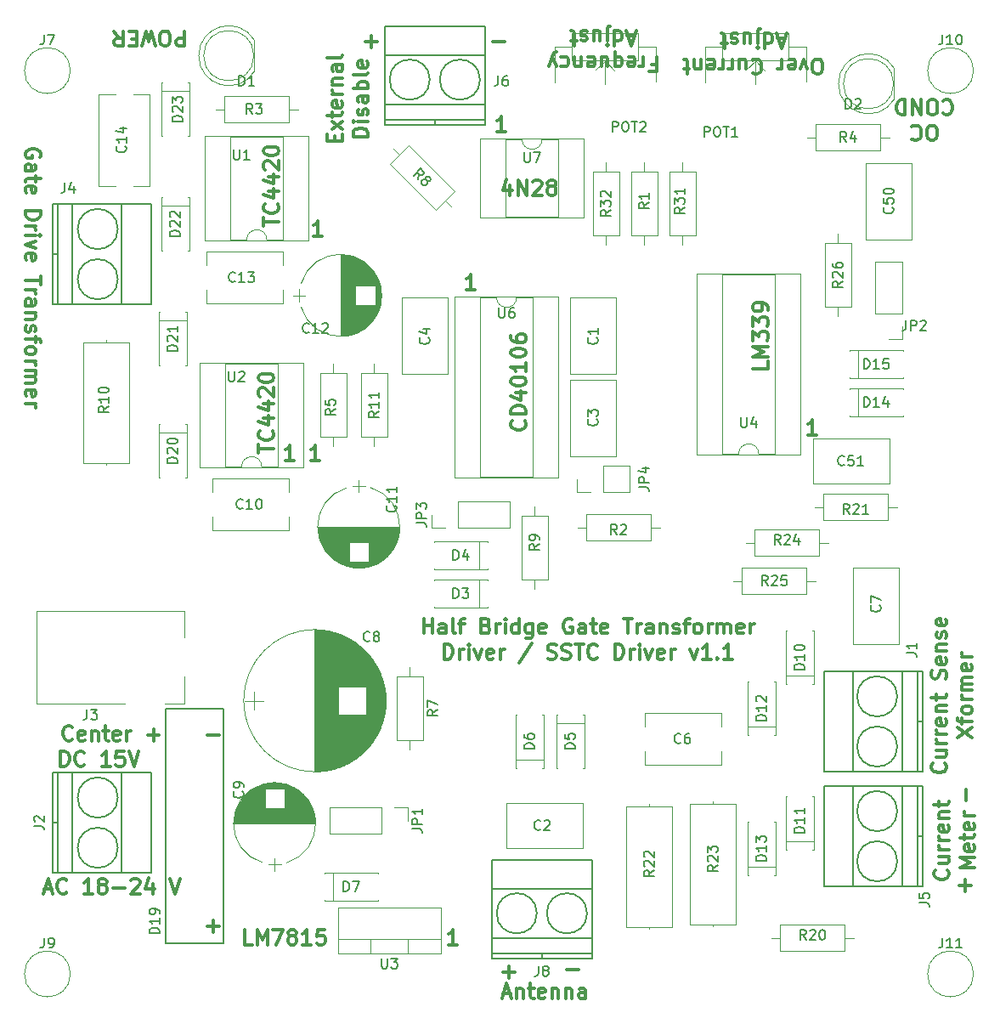
<source format=gbr>
G04 #@! TF.FileFunction,Legend,Top*
%FSLAX46Y46*%
G04 Gerber Fmt 4.6, Leading zero omitted, Abs format (unit mm)*
G04 Created by KiCad (PCBNEW 4.0.7) date 02/19/18 21:13:59*
%MOMM*%
%LPD*%
G01*
G04 APERTURE LIST*
%ADD10C,0.100000*%
%ADD11C,0.300000*%
%ADD12C,0.120000*%
%ADD13C,0.150000*%
G04 APERTURE END LIST*
D10*
D11*
X138306857Y-56960429D02*
X138021143Y-56960429D01*
X137878285Y-56889000D01*
X137735428Y-56746143D01*
X137664000Y-56460429D01*
X137664000Y-55960429D01*
X137735428Y-55674714D01*
X137878285Y-55531857D01*
X138021143Y-55460429D01*
X138306857Y-55460429D01*
X138449714Y-55531857D01*
X138592571Y-55674714D01*
X138664000Y-55960429D01*
X138664000Y-56460429D01*
X138592571Y-56746143D01*
X138449714Y-56889000D01*
X138306857Y-56960429D01*
X136163999Y-55603286D02*
X136235428Y-55531857D01*
X136449714Y-55460429D01*
X136592571Y-55460429D01*
X136806856Y-55531857D01*
X136949714Y-55674714D01*
X137021142Y-55817571D01*
X137092571Y-56103286D01*
X137092571Y-56317571D01*
X137021142Y-56603286D01*
X136949714Y-56746143D01*
X136806856Y-56889000D01*
X136592571Y-56960429D01*
X136449714Y-56960429D01*
X136235428Y-56889000D01*
X136163999Y-56817571D01*
X139271143Y-53053286D02*
X139342572Y-52981857D01*
X139556858Y-52910429D01*
X139699715Y-52910429D01*
X139914000Y-52981857D01*
X140056858Y-53124714D01*
X140128286Y-53267571D01*
X140199715Y-53553286D01*
X140199715Y-53767571D01*
X140128286Y-54053286D01*
X140056858Y-54196143D01*
X139914000Y-54339000D01*
X139699715Y-54410429D01*
X139556858Y-54410429D01*
X139342572Y-54339000D01*
X139271143Y-54267571D01*
X138342572Y-54410429D02*
X138056858Y-54410429D01*
X137914000Y-54339000D01*
X137771143Y-54196143D01*
X137699715Y-53910429D01*
X137699715Y-53410429D01*
X137771143Y-53124714D01*
X137914000Y-52981857D01*
X138056858Y-52910429D01*
X138342572Y-52910429D01*
X138485429Y-52981857D01*
X138628286Y-53124714D01*
X138699715Y-53410429D01*
X138699715Y-53910429D01*
X138628286Y-54196143D01*
X138485429Y-54339000D01*
X138342572Y-54410429D01*
X137056857Y-52910429D02*
X137056857Y-54410429D01*
X136199714Y-52910429D01*
X136199714Y-54410429D01*
X135485428Y-52910429D02*
X135485428Y-54410429D01*
X135128285Y-54410429D01*
X134914000Y-54339000D01*
X134771142Y-54196143D01*
X134699714Y-54053286D01*
X134628285Y-53767571D01*
X134628285Y-53553286D01*
X134699714Y-53267571D01*
X134771142Y-53124714D01*
X134914000Y-52981857D01*
X135128285Y-52910429D01*
X135485428Y-52910429D01*
X63662286Y-46057429D02*
X63662286Y-47557429D01*
X63090858Y-47557429D01*
X62948000Y-47486000D01*
X62876572Y-47414571D01*
X62805143Y-47271714D01*
X62805143Y-47057429D01*
X62876572Y-46914571D01*
X62948000Y-46843143D01*
X63090858Y-46771714D01*
X63662286Y-46771714D01*
X61876572Y-47557429D02*
X61590858Y-47557429D01*
X61448000Y-47486000D01*
X61305143Y-47343143D01*
X61233715Y-47057429D01*
X61233715Y-46557429D01*
X61305143Y-46271714D01*
X61448000Y-46128857D01*
X61590858Y-46057429D01*
X61876572Y-46057429D01*
X62019429Y-46128857D01*
X62162286Y-46271714D01*
X62233715Y-46557429D01*
X62233715Y-47057429D01*
X62162286Y-47343143D01*
X62019429Y-47486000D01*
X61876572Y-47557429D01*
X60733714Y-47557429D02*
X60376571Y-46057429D01*
X60090857Y-47128857D01*
X59805143Y-46057429D01*
X59448000Y-47557429D01*
X58876571Y-46843143D02*
X58376571Y-46843143D01*
X58162285Y-46057429D02*
X58876571Y-46057429D01*
X58876571Y-47557429D01*
X58162285Y-47557429D01*
X56662285Y-46057429D02*
X57162285Y-46771714D01*
X57519428Y-46057429D02*
X57519428Y-47557429D01*
X56948000Y-47557429D01*
X56805142Y-47486000D01*
X56733714Y-47414571D01*
X56662285Y-47271714D01*
X56662285Y-47057429D01*
X56733714Y-46914571D01*
X56805142Y-46843143D01*
X56948000Y-46771714D01*
X57519428Y-46771714D01*
X95440572Y-139807143D02*
X96583429Y-139807143D01*
X96012000Y-140378571D02*
X96012000Y-139235714D01*
X101790572Y-139553143D02*
X102933429Y-139553143D01*
X96115429Y-61400571D02*
X96115429Y-62400571D01*
X95758286Y-60829143D02*
X95401143Y-61900571D01*
X96329715Y-61900571D01*
X96901143Y-62400571D02*
X96901143Y-60900571D01*
X97758286Y-62400571D01*
X97758286Y-60900571D01*
X98401143Y-61043429D02*
X98472572Y-60972000D01*
X98615429Y-60900571D01*
X98972572Y-60900571D01*
X99115429Y-60972000D01*
X99186858Y-61043429D01*
X99258286Y-61186286D01*
X99258286Y-61329143D01*
X99186858Y-61543429D01*
X98329715Y-62400571D01*
X99258286Y-62400571D01*
X100115429Y-61543429D02*
X99972571Y-61472000D01*
X99901143Y-61400571D01*
X99829714Y-61257714D01*
X99829714Y-61186286D01*
X99901143Y-61043429D01*
X99972571Y-60972000D01*
X100115429Y-60900571D01*
X100401143Y-60900571D01*
X100544000Y-60972000D01*
X100615429Y-61043429D01*
X100686857Y-61186286D01*
X100686857Y-61257714D01*
X100615429Y-61400571D01*
X100544000Y-61472000D01*
X100401143Y-61543429D01*
X100115429Y-61543429D01*
X99972571Y-61614857D01*
X99901143Y-61686286D01*
X99829714Y-61829143D01*
X99829714Y-62114857D01*
X99901143Y-62257714D01*
X99972571Y-62329143D01*
X100115429Y-62400571D01*
X100401143Y-62400571D01*
X100544000Y-62329143D01*
X100615429Y-62257714D01*
X100686857Y-62114857D01*
X100686857Y-61829143D01*
X100615429Y-61686286D01*
X100544000Y-61614857D01*
X100401143Y-61543429D01*
X95425143Y-141982000D02*
X96139429Y-141982000D01*
X95282286Y-142410571D02*
X95782286Y-140910571D01*
X96282286Y-142410571D01*
X96782286Y-141410571D02*
X96782286Y-142410571D01*
X96782286Y-141553429D02*
X96853714Y-141482000D01*
X96996572Y-141410571D01*
X97210857Y-141410571D01*
X97353714Y-141482000D01*
X97425143Y-141624857D01*
X97425143Y-142410571D01*
X97925143Y-141410571D02*
X98496572Y-141410571D01*
X98139429Y-140910571D02*
X98139429Y-142196286D01*
X98210857Y-142339143D01*
X98353715Y-142410571D01*
X98496572Y-142410571D01*
X99568000Y-142339143D02*
X99425143Y-142410571D01*
X99139429Y-142410571D01*
X98996572Y-142339143D01*
X98925143Y-142196286D01*
X98925143Y-141624857D01*
X98996572Y-141482000D01*
X99139429Y-141410571D01*
X99425143Y-141410571D01*
X99568000Y-141482000D01*
X99639429Y-141624857D01*
X99639429Y-141767714D01*
X98925143Y-141910571D01*
X100282286Y-141410571D02*
X100282286Y-142410571D01*
X100282286Y-141553429D02*
X100353714Y-141482000D01*
X100496572Y-141410571D01*
X100710857Y-141410571D01*
X100853714Y-141482000D01*
X100925143Y-141624857D01*
X100925143Y-142410571D01*
X101639429Y-141410571D02*
X101639429Y-142410571D01*
X101639429Y-141553429D02*
X101710857Y-141482000D01*
X101853715Y-141410571D01*
X102068000Y-141410571D01*
X102210857Y-141482000D01*
X102282286Y-141624857D01*
X102282286Y-142410571D01*
X103639429Y-142410571D02*
X103639429Y-141624857D01*
X103568000Y-141482000D01*
X103425143Y-141410571D01*
X103139429Y-141410571D01*
X102996572Y-141482000D01*
X103639429Y-142339143D02*
X103496572Y-142410571D01*
X103139429Y-142410571D01*
X102996572Y-142339143D01*
X102925143Y-142196286D01*
X102925143Y-142053429D01*
X102996572Y-141910571D01*
X103139429Y-141839143D01*
X103496572Y-141839143D01*
X103639429Y-141767714D01*
X81724572Y-47097143D02*
X82867429Y-47097143D01*
X82296000Y-47668571D02*
X82296000Y-46525714D01*
X94424572Y-47097143D02*
X95567429Y-47097143D01*
X95678572Y-56050571D02*
X94821429Y-56050571D01*
X95250001Y-56050571D02*
X95250001Y-54550571D01*
X95107144Y-54764857D01*
X94964286Y-54907714D01*
X94821429Y-54979143D01*
X126666572Y-86276571D02*
X125809429Y-86276571D01*
X126238001Y-86276571D02*
X126238001Y-84776571D01*
X126095144Y-84990857D01*
X125952286Y-85133714D01*
X125809429Y-85205143D01*
X65976572Y-116185143D02*
X67119429Y-116185143D01*
X65976572Y-135235143D02*
X67119429Y-135235143D01*
X66548000Y-135806571D02*
X66548000Y-134663714D01*
X87493144Y-106083571D02*
X87493144Y-104583571D01*
X87493144Y-105297857D02*
X88350287Y-105297857D01*
X88350287Y-106083571D02*
X88350287Y-104583571D01*
X89707430Y-106083571D02*
X89707430Y-105297857D01*
X89636001Y-105155000D01*
X89493144Y-105083571D01*
X89207430Y-105083571D01*
X89064573Y-105155000D01*
X89707430Y-106012143D02*
X89564573Y-106083571D01*
X89207430Y-106083571D01*
X89064573Y-106012143D01*
X88993144Y-105869286D01*
X88993144Y-105726429D01*
X89064573Y-105583571D01*
X89207430Y-105512143D01*
X89564573Y-105512143D01*
X89707430Y-105440714D01*
X90636002Y-106083571D02*
X90493144Y-106012143D01*
X90421716Y-105869286D01*
X90421716Y-104583571D01*
X90993144Y-105083571D02*
X91564573Y-105083571D01*
X91207430Y-106083571D02*
X91207430Y-104797857D01*
X91278858Y-104655000D01*
X91421716Y-104583571D01*
X91564573Y-104583571D01*
X93707430Y-105297857D02*
X93921716Y-105369286D01*
X93993144Y-105440714D01*
X94064573Y-105583571D01*
X94064573Y-105797857D01*
X93993144Y-105940714D01*
X93921716Y-106012143D01*
X93778858Y-106083571D01*
X93207430Y-106083571D01*
X93207430Y-104583571D01*
X93707430Y-104583571D01*
X93850287Y-104655000D01*
X93921716Y-104726429D01*
X93993144Y-104869286D01*
X93993144Y-105012143D01*
X93921716Y-105155000D01*
X93850287Y-105226429D01*
X93707430Y-105297857D01*
X93207430Y-105297857D01*
X94707430Y-106083571D02*
X94707430Y-105083571D01*
X94707430Y-105369286D02*
X94778858Y-105226429D01*
X94850287Y-105155000D01*
X94993144Y-105083571D01*
X95136001Y-105083571D01*
X95636001Y-106083571D02*
X95636001Y-105083571D01*
X95636001Y-104583571D02*
X95564572Y-104655000D01*
X95636001Y-104726429D01*
X95707429Y-104655000D01*
X95636001Y-104583571D01*
X95636001Y-104726429D01*
X96993144Y-106083571D02*
X96993144Y-104583571D01*
X96993144Y-106012143D02*
X96850287Y-106083571D01*
X96564573Y-106083571D01*
X96421715Y-106012143D01*
X96350287Y-105940714D01*
X96278858Y-105797857D01*
X96278858Y-105369286D01*
X96350287Y-105226429D01*
X96421715Y-105155000D01*
X96564573Y-105083571D01*
X96850287Y-105083571D01*
X96993144Y-105155000D01*
X98350287Y-105083571D02*
X98350287Y-106297857D01*
X98278858Y-106440714D01*
X98207430Y-106512143D01*
X98064573Y-106583571D01*
X97850287Y-106583571D01*
X97707430Y-106512143D01*
X98350287Y-106012143D02*
X98207430Y-106083571D01*
X97921716Y-106083571D01*
X97778858Y-106012143D01*
X97707430Y-105940714D01*
X97636001Y-105797857D01*
X97636001Y-105369286D01*
X97707430Y-105226429D01*
X97778858Y-105155000D01*
X97921716Y-105083571D01*
X98207430Y-105083571D01*
X98350287Y-105155000D01*
X99636001Y-106012143D02*
X99493144Y-106083571D01*
X99207430Y-106083571D01*
X99064573Y-106012143D01*
X98993144Y-105869286D01*
X98993144Y-105297857D01*
X99064573Y-105155000D01*
X99207430Y-105083571D01*
X99493144Y-105083571D01*
X99636001Y-105155000D01*
X99707430Y-105297857D01*
X99707430Y-105440714D01*
X98993144Y-105583571D01*
X102278858Y-104655000D02*
X102136001Y-104583571D01*
X101921715Y-104583571D01*
X101707430Y-104655000D01*
X101564572Y-104797857D01*
X101493144Y-104940714D01*
X101421715Y-105226429D01*
X101421715Y-105440714D01*
X101493144Y-105726429D01*
X101564572Y-105869286D01*
X101707430Y-106012143D01*
X101921715Y-106083571D01*
X102064572Y-106083571D01*
X102278858Y-106012143D01*
X102350287Y-105940714D01*
X102350287Y-105440714D01*
X102064572Y-105440714D01*
X103636001Y-106083571D02*
X103636001Y-105297857D01*
X103564572Y-105155000D01*
X103421715Y-105083571D01*
X103136001Y-105083571D01*
X102993144Y-105155000D01*
X103636001Y-106012143D02*
X103493144Y-106083571D01*
X103136001Y-106083571D01*
X102993144Y-106012143D01*
X102921715Y-105869286D01*
X102921715Y-105726429D01*
X102993144Y-105583571D01*
X103136001Y-105512143D01*
X103493144Y-105512143D01*
X103636001Y-105440714D01*
X104136001Y-105083571D02*
X104707430Y-105083571D01*
X104350287Y-104583571D02*
X104350287Y-105869286D01*
X104421715Y-106012143D01*
X104564573Y-106083571D01*
X104707430Y-106083571D01*
X105778858Y-106012143D02*
X105636001Y-106083571D01*
X105350287Y-106083571D01*
X105207430Y-106012143D01*
X105136001Y-105869286D01*
X105136001Y-105297857D01*
X105207430Y-105155000D01*
X105350287Y-105083571D01*
X105636001Y-105083571D01*
X105778858Y-105155000D01*
X105850287Y-105297857D01*
X105850287Y-105440714D01*
X105136001Y-105583571D01*
X107421715Y-104583571D02*
X108278858Y-104583571D01*
X107850287Y-106083571D02*
X107850287Y-104583571D01*
X108778858Y-106083571D02*
X108778858Y-105083571D01*
X108778858Y-105369286D02*
X108850286Y-105226429D01*
X108921715Y-105155000D01*
X109064572Y-105083571D01*
X109207429Y-105083571D01*
X110350286Y-106083571D02*
X110350286Y-105297857D01*
X110278857Y-105155000D01*
X110136000Y-105083571D01*
X109850286Y-105083571D01*
X109707429Y-105155000D01*
X110350286Y-106012143D02*
X110207429Y-106083571D01*
X109850286Y-106083571D01*
X109707429Y-106012143D01*
X109636000Y-105869286D01*
X109636000Y-105726429D01*
X109707429Y-105583571D01*
X109850286Y-105512143D01*
X110207429Y-105512143D01*
X110350286Y-105440714D01*
X111064572Y-105083571D02*
X111064572Y-106083571D01*
X111064572Y-105226429D02*
X111136000Y-105155000D01*
X111278858Y-105083571D01*
X111493143Y-105083571D01*
X111636000Y-105155000D01*
X111707429Y-105297857D01*
X111707429Y-106083571D01*
X112350286Y-106012143D02*
X112493143Y-106083571D01*
X112778858Y-106083571D01*
X112921715Y-106012143D01*
X112993143Y-105869286D01*
X112993143Y-105797857D01*
X112921715Y-105655000D01*
X112778858Y-105583571D01*
X112564572Y-105583571D01*
X112421715Y-105512143D01*
X112350286Y-105369286D01*
X112350286Y-105297857D01*
X112421715Y-105155000D01*
X112564572Y-105083571D01*
X112778858Y-105083571D01*
X112921715Y-105155000D01*
X113421715Y-105083571D02*
X113993144Y-105083571D01*
X113636001Y-106083571D02*
X113636001Y-104797857D01*
X113707429Y-104655000D01*
X113850287Y-104583571D01*
X113993144Y-104583571D01*
X114707430Y-106083571D02*
X114564572Y-106012143D01*
X114493144Y-105940714D01*
X114421715Y-105797857D01*
X114421715Y-105369286D01*
X114493144Y-105226429D01*
X114564572Y-105155000D01*
X114707430Y-105083571D01*
X114921715Y-105083571D01*
X115064572Y-105155000D01*
X115136001Y-105226429D01*
X115207430Y-105369286D01*
X115207430Y-105797857D01*
X115136001Y-105940714D01*
X115064572Y-106012143D01*
X114921715Y-106083571D01*
X114707430Y-106083571D01*
X115850287Y-106083571D02*
X115850287Y-105083571D01*
X115850287Y-105369286D02*
X115921715Y-105226429D01*
X115993144Y-105155000D01*
X116136001Y-105083571D01*
X116278858Y-105083571D01*
X116778858Y-106083571D02*
X116778858Y-105083571D01*
X116778858Y-105226429D02*
X116850286Y-105155000D01*
X116993144Y-105083571D01*
X117207429Y-105083571D01*
X117350286Y-105155000D01*
X117421715Y-105297857D01*
X117421715Y-106083571D01*
X117421715Y-105297857D02*
X117493144Y-105155000D01*
X117636001Y-105083571D01*
X117850286Y-105083571D01*
X117993144Y-105155000D01*
X118064572Y-105297857D01*
X118064572Y-106083571D01*
X119350286Y-106012143D02*
X119207429Y-106083571D01*
X118921715Y-106083571D01*
X118778858Y-106012143D01*
X118707429Y-105869286D01*
X118707429Y-105297857D01*
X118778858Y-105155000D01*
X118921715Y-105083571D01*
X119207429Y-105083571D01*
X119350286Y-105155000D01*
X119421715Y-105297857D01*
X119421715Y-105440714D01*
X118707429Y-105583571D01*
X120064572Y-106083571D02*
X120064572Y-105083571D01*
X120064572Y-105369286D02*
X120136000Y-105226429D01*
X120207429Y-105155000D01*
X120350286Y-105083571D01*
X120493143Y-105083571D01*
X89564574Y-108633571D02*
X89564574Y-107133571D01*
X89921717Y-107133571D01*
X90136002Y-107205000D01*
X90278860Y-107347857D01*
X90350288Y-107490714D01*
X90421717Y-107776429D01*
X90421717Y-107990714D01*
X90350288Y-108276429D01*
X90278860Y-108419286D01*
X90136002Y-108562143D01*
X89921717Y-108633571D01*
X89564574Y-108633571D01*
X91064574Y-108633571D02*
X91064574Y-107633571D01*
X91064574Y-107919286D02*
X91136002Y-107776429D01*
X91207431Y-107705000D01*
X91350288Y-107633571D01*
X91493145Y-107633571D01*
X91993145Y-108633571D02*
X91993145Y-107633571D01*
X91993145Y-107133571D02*
X91921716Y-107205000D01*
X91993145Y-107276429D01*
X92064573Y-107205000D01*
X91993145Y-107133571D01*
X91993145Y-107276429D01*
X92564574Y-107633571D02*
X92921717Y-108633571D01*
X93278859Y-107633571D01*
X94421716Y-108562143D02*
X94278859Y-108633571D01*
X93993145Y-108633571D01*
X93850288Y-108562143D01*
X93778859Y-108419286D01*
X93778859Y-107847857D01*
X93850288Y-107705000D01*
X93993145Y-107633571D01*
X94278859Y-107633571D01*
X94421716Y-107705000D01*
X94493145Y-107847857D01*
X94493145Y-107990714D01*
X93778859Y-108133571D01*
X95136002Y-108633571D02*
X95136002Y-107633571D01*
X95136002Y-107919286D02*
X95207430Y-107776429D01*
X95278859Y-107705000D01*
X95421716Y-107633571D01*
X95564573Y-107633571D01*
X98278858Y-107062143D02*
X96993144Y-108990714D01*
X99850287Y-108562143D02*
X100064573Y-108633571D01*
X100421716Y-108633571D01*
X100564573Y-108562143D01*
X100636002Y-108490714D01*
X100707430Y-108347857D01*
X100707430Y-108205000D01*
X100636002Y-108062143D01*
X100564573Y-107990714D01*
X100421716Y-107919286D01*
X100136002Y-107847857D01*
X99993144Y-107776429D01*
X99921716Y-107705000D01*
X99850287Y-107562143D01*
X99850287Y-107419286D01*
X99921716Y-107276429D01*
X99993144Y-107205000D01*
X100136002Y-107133571D01*
X100493144Y-107133571D01*
X100707430Y-107205000D01*
X101278858Y-108562143D02*
X101493144Y-108633571D01*
X101850287Y-108633571D01*
X101993144Y-108562143D01*
X102064573Y-108490714D01*
X102136001Y-108347857D01*
X102136001Y-108205000D01*
X102064573Y-108062143D01*
X101993144Y-107990714D01*
X101850287Y-107919286D01*
X101564573Y-107847857D01*
X101421715Y-107776429D01*
X101350287Y-107705000D01*
X101278858Y-107562143D01*
X101278858Y-107419286D01*
X101350287Y-107276429D01*
X101421715Y-107205000D01*
X101564573Y-107133571D01*
X101921715Y-107133571D01*
X102136001Y-107205000D01*
X102564572Y-107133571D02*
X103421715Y-107133571D01*
X102993144Y-108633571D02*
X102993144Y-107133571D01*
X104778858Y-108490714D02*
X104707429Y-108562143D01*
X104493143Y-108633571D01*
X104350286Y-108633571D01*
X104136001Y-108562143D01*
X103993143Y-108419286D01*
X103921715Y-108276429D01*
X103850286Y-107990714D01*
X103850286Y-107776429D01*
X103921715Y-107490714D01*
X103993143Y-107347857D01*
X104136001Y-107205000D01*
X104350286Y-107133571D01*
X104493143Y-107133571D01*
X104707429Y-107205000D01*
X104778858Y-107276429D01*
X106564572Y-108633571D02*
X106564572Y-107133571D01*
X106921715Y-107133571D01*
X107136000Y-107205000D01*
X107278858Y-107347857D01*
X107350286Y-107490714D01*
X107421715Y-107776429D01*
X107421715Y-107990714D01*
X107350286Y-108276429D01*
X107278858Y-108419286D01*
X107136000Y-108562143D01*
X106921715Y-108633571D01*
X106564572Y-108633571D01*
X108064572Y-108633571D02*
X108064572Y-107633571D01*
X108064572Y-107919286D02*
X108136000Y-107776429D01*
X108207429Y-107705000D01*
X108350286Y-107633571D01*
X108493143Y-107633571D01*
X108993143Y-108633571D02*
X108993143Y-107633571D01*
X108993143Y-107133571D02*
X108921714Y-107205000D01*
X108993143Y-107276429D01*
X109064571Y-107205000D01*
X108993143Y-107133571D01*
X108993143Y-107276429D01*
X109564572Y-107633571D02*
X109921715Y-108633571D01*
X110278857Y-107633571D01*
X111421714Y-108562143D02*
X111278857Y-108633571D01*
X110993143Y-108633571D01*
X110850286Y-108562143D01*
X110778857Y-108419286D01*
X110778857Y-107847857D01*
X110850286Y-107705000D01*
X110993143Y-107633571D01*
X111278857Y-107633571D01*
X111421714Y-107705000D01*
X111493143Y-107847857D01*
X111493143Y-107990714D01*
X110778857Y-108133571D01*
X112136000Y-108633571D02*
X112136000Y-107633571D01*
X112136000Y-107919286D02*
X112207428Y-107776429D01*
X112278857Y-107705000D01*
X112421714Y-107633571D01*
X112564571Y-107633571D01*
X114064571Y-107633571D02*
X114421714Y-108633571D01*
X114778856Y-107633571D01*
X116135999Y-108633571D02*
X115278856Y-108633571D01*
X115707428Y-108633571D02*
X115707428Y-107133571D01*
X115564571Y-107347857D01*
X115421713Y-107490714D01*
X115278856Y-107562143D01*
X116778856Y-108490714D02*
X116850284Y-108562143D01*
X116778856Y-108633571D01*
X116707427Y-108562143D01*
X116778856Y-108490714D01*
X116778856Y-108633571D01*
X118278856Y-108633571D02*
X117421713Y-108633571D01*
X117850285Y-108633571D02*
X117850285Y-107133571D01*
X117707428Y-107347857D01*
X117564570Y-107490714D01*
X117421713Y-107562143D01*
X141585143Y-122745428D02*
X141585143Y-121602571D01*
X140906572Y-131171143D02*
X142049429Y-131171143D01*
X141478000Y-131742571D02*
X141478000Y-130599714D01*
X78627857Y-57046285D02*
X78627857Y-56546285D01*
X79413571Y-56331999D02*
X79413571Y-57046285D01*
X77913571Y-57046285D01*
X77913571Y-56331999D01*
X79413571Y-55831999D02*
X78413571Y-55046285D01*
X78413571Y-55831999D02*
X79413571Y-55046285D01*
X78413571Y-54689142D02*
X78413571Y-54117713D01*
X77913571Y-54474856D02*
X79199286Y-54474856D01*
X79342143Y-54403428D01*
X79413571Y-54260570D01*
X79413571Y-54117713D01*
X79342143Y-53046285D02*
X79413571Y-53189142D01*
X79413571Y-53474856D01*
X79342143Y-53617713D01*
X79199286Y-53689142D01*
X78627857Y-53689142D01*
X78485000Y-53617713D01*
X78413571Y-53474856D01*
X78413571Y-53189142D01*
X78485000Y-53046285D01*
X78627857Y-52974856D01*
X78770714Y-52974856D01*
X78913571Y-53689142D01*
X79413571Y-52331999D02*
X78413571Y-52331999D01*
X78699286Y-52331999D02*
X78556429Y-52260571D01*
X78485000Y-52189142D01*
X78413571Y-52046285D01*
X78413571Y-51903428D01*
X78413571Y-51403428D02*
X79413571Y-51403428D01*
X78556429Y-51403428D02*
X78485000Y-51332000D01*
X78413571Y-51189142D01*
X78413571Y-50974857D01*
X78485000Y-50832000D01*
X78627857Y-50760571D01*
X79413571Y-50760571D01*
X79413571Y-49403428D02*
X78627857Y-49403428D01*
X78485000Y-49474857D01*
X78413571Y-49617714D01*
X78413571Y-49903428D01*
X78485000Y-50046285D01*
X79342143Y-49403428D02*
X79413571Y-49546285D01*
X79413571Y-49903428D01*
X79342143Y-50046285D01*
X79199286Y-50117714D01*
X79056429Y-50117714D01*
X78913571Y-50046285D01*
X78842143Y-49903428D01*
X78842143Y-49546285D01*
X78770714Y-49403428D01*
X79413571Y-48474856D02*
X79342143Y-48617714D01*
X79199286Y-48689142D01*
X77913571Y-48689142D01*
X81963571Y-56582000D02*
X80463571Y-56582000D01*
X80463571Y-56224857D01*
X80535000Y-56010572D01*
X80677857Y-55867714D01*
X80820714Y-55796286D01*
X81106429Y-55724857D01*
X81320714Y-55724857D01*
X81606429Y-55796286D01*
X81749286Y-55867714D01*
X81892143Y-56010572D01*
X81963571Y-56224857D01*
X81963571Y-56582000D01*
X81963571Y-55082000D02*
X80963571Y-55082000D01*
X80463571Y-55082000D02*
X80535000Y-55153429D01*
X80606429Y-55082000D01*
X80535000Y-55010572D01*
X80463571Y-55082000D01*
X80606429Y-55082000D01*
X81892143Y-54439143D02*
X81963571Y-54296286D01*
X81963571Y-54010571D01*
X81892143Y-53867714D01*
X81749286Y-53796286D01*
X81677857Y-53796286D01*
X81535000Y-53867714D01*
X81463571Y-54010571D01*
X81463571Y-54224857D01*
X81392143Y-54367714D01*
X81249286Y-54439143D01*
X81177857Y-54439143D01*
X81035000Y-54367714D01*
X80963571Y-54224857D01*
X80963571Y-54010571D01*
X81035000Y-53867714D01*
X81963571Y-52510571D02*
X81177857Y-52510571D01*
X81035000Y-52582000D01*
X80963571Y-52724857D01*
X80963571Y-53010571D01*
X81035000Y-53153428D01*
X81892143Y-52510571D02*
X81963571Y-52653428D01*
X81963571Y-53010571D01*
X81892143Y-53153428D01*
X81749286Y-53224857D01*
X81606429Y-53224857D01*
X81463571Y-53153428D01*
X81392143Y-53010571D01*
X81392143Y-52653428D01*
X81320714Y-52510571D01*
X81963571Y-51796285D02*
X80463571Y-51796285D01*
X81035000Y-51796285D02*
X80963571Y-51653428D01*
X80963571Y-51367714D01*
X81035000Y-51224857D01*
X81106429Y-51153428D01*
X81249286Y-51081999D01*
X81677857Y-51081999D01*
X81820714Y-51153428D01*
X81892143Y-51224857D01*
X81963571Y-51367714D01*
X81963571Y-51653428D01*
X81892143Y-51796285D01*
X81963571Y-50224856D02*
X81892143Y-50367714D01*
X81749286Y-50439142D01*
X80463571Y-50439142D01*
X81892143Y-49082000D02*
X81963571Y-49224857D01*
X81963571Y-49510571D01*
X81892143Y-49653428D01*
X81749286Y-49724857D01*
X81177857Y-49724857D01*
X81035000Y-49653428D01*
X80963571Y-49510571D01*
X80963571Y-49224857D01*
X81035000Y-49082000D01*
X81177857Y-49010571D01*
X81320714Y-49010571D01*
X81463571Y-49724857D01*
X139722714Y-129638856D02*
X139794143Y-129710285D01*
X139865571Y-129924571D01*
X139865571Y-130067428D01*
X139794143Y-130281713D01*
X139651286Y-130424571D01*
X139508429Y-130495999D01*
X139222714Y-130567428D01*
X139008429Y-130567428D01*
X138722714Y-130495999D01*
X138579857Y-130424571D01*
X138437000Y-130281713D01*
X138365571Y-130067428D01*
X138365571Y-129924571D01*
X138437000Y-129710285D01*
X138508429Y-129638856D01*
X138865571Y-128353142D02*
X139865571Y-128353142D01*
X138865571Y-128995999D02*
X139651286Y-128995999D01*
X139794143Y-128924571D01*
X139865571Y-128781713D01*
X139865571Y-128567428D01*
X139794143Y-128424571D01*
X139722714Y-128353142D01*
X139865571Y-127638856D02*
X138865571Y-127638856D01*
X139151286Y-127638856D02*
X139008429Y-127567428D01*
X138937000Y-127495999D01*
X138865571Y-127353142D01*
X138865571Y-127210285D01*
X139865571Y-126710285D02*
X138865571Y-126710285D01*
X139151286Y-126710285D02*
X139008429Y-126638857D01*
X138937000Y-126567428D01*
X138865571Y-126424571D01*
X138865571Y-126281714D01*
X139794143Y-125210286D02*
X139865571Y-125353143D01*
X139865571Y-125638857D01*
X139794143Y-125781714D01*
X139651286Y-125853143D01*
X139079857Y-125853143D01*
X138937000Y-125781714D01*
X138865571Y-125638857D01*
X138865571Y-125353143D01*
X138937000Y-125210286D01*
X139079857Y-125138857D01*
X139222714Y-125138857D01*
X139365571Y-125853143D01*
X138865571Y-124496000D02*
X139865571Y-124496000D01*
X139008429Y-124496000D02*
X138937000Y-124424572D01*
X138865571Y-124281714D01*
X138865571Y-124067429D01*
X138937000Y-123924572D01*
X139079857Y-123853143D01*
X139865571Y-123853143D01*
X138865571Y-123353143D02*
X138865571Y-122781714D01*
X138365571Y-123138857D02*
X139651286Y-123138857D01*
X139794143Y-123067429D01*
X139865571Y-122924571D01*
X139865571Y-122781714D01*
X142415571Y-129424571D02*
X140915571Y-129424571D01*
X141987000Y-128924571D01*
X140915571Y-128424571D01*
X142415571Y-128424571D01*
X142344143Y-127138857D02*
X142415571Y-127281714D01*
X142415571Y-127567428D01*
X142344143Y-127710285D01*
X142201286Y-127781714D01*
X141629857Y-127781714D01*
X141487000Y-127710285D01*
X141415571Y-127567428D01*
X141415571Y-127281714D01*
X141487000Y-127138857D01*
X141629857Y-127067428D01*
X141772714Y-127067428D01*
X141915571Y-127781714D01*
X141415571Y-126638857D02*
X141415571Y-126067428D01*
X140915571Y-126424571D02*
X142201286Y-126424571D01*
X142344143Y-126353143D01*
X142415571Y-126210285D01*
X142415571Y-126067428D01*
X142344143Y-124996000D02*
X142415571Y-125138857D01*
X142415571Y-125424571D01*
X142344143Y-125567428D01*
X142201286Y-125638857D01*
X141629857Y-125638857D01*
X141487000Y-125567428D01*
X141415571Y-125424571D01*
X141415571Y-125138857D01*
X141487000Y-124996000D01*
X141629857Y-124924571D01*
X141772714Y-124924571D01*
X141915571Y-125638857D01*
X142415571Y-124281714D02*
X141415571Y-124281714D01*
X141701286Y-124281714D02*
X141558429Y-124210286D01*
X141487000Y-124138857D01*
X141415571Y-123996000D01*
X141415571Y-123853143D01*
X139468714Y-119017999D02*
X139540143Y-119089428D01*
X139611571Y-119303714D01*
X139611571Y-119446571D01*
X139540143Y-119660856D01*
X139397286Y-119803714D01*
X139254429Y-119875142D01*
X138968714Y-119946571D01*
X138754429Y-119946571D01*
X138468714Y-119875142D01*
X138325857Y-119803714D01*
X138183000Y-119660856D01*
X138111571Y-119446571D01*
X138111571Y-119303714D01*
X138183000Y-119089428D01*
X138254429Y-119017999D01*
X138611571Y-117732285D02*
X139611571Y-117732285D01*
X138611571Y-118375142D02*
X139397286Y-118375142D01*
X139540143Y-118303714D01*
X139611571Y-118160856D01*
X139611571Y-117946571D01*
X139540143Y-117803714D01*
X139468714Y-117732285D01*
X139611571Y-117017999D02*
X138611571Y-117017999D01*
X138897286Y-117017999D02*
X138754429Y-116946571D01*
X138683000Y-116875142D01*
X138611571Y-116732285D01*
X138611571Y-116589428D01*
X139611571Y-116089428D02*
X138611571Y-116089428D01*
X138897286Y-116089428D02*
X138754429Y-116018000D01*
X138683000Y-115946571D01*
X138611571Y-115803714D01*
X138611571Y-115660857D01*
X139540143Y-114589429D02*
X139611571Y-114732286D01*
X139611571Y-115018000D01*
X139540143Y-115160857D01*
X139397286Y-115232286D01*
X138825857Y-115232286D01*
X138683000Y-115160857D01*
X138611571Y-115018000D01*
X138611571Y-114732286D01*
X138683000Y-114589429D01*
X138825857Y-114518000D01*
X138968714Y-114518000D01*
X139111571Y-115232286D01*
X138611571Y-113875143D02*
X139611571Y-113875143D01*
X138754429Y-113875143D02*
X138683000Y-113803715D01*
X138611571Y-113660857D01*
X138611571Y-113446572D01*
X138683000Y-113303715D01*
X138825857Y-113232286D01*
X139611571Y-113232286D01*
X138611571Y-112732286D02*
X138611571Y-112160857D01*
X138111571Y-112518000D02*
X139397286Y-112518000D01*
X139540143Y-112446572D01*
X139611571Y-112303714D01*
X139611571Y-112160857D01*
X139540143Y-110589429D02*
X139611571Y-110375143D01*
X139611571Y-110018000D01*
X139540143Y-109875143D01*
X139468714Y-109803714D01*
X139325857Y-109732286D01*
X139183000Y-109732286D01*
X139040143Y-109803714D01*
X138968714Y-109875143D01*
X138897286Y-110018000D01*
X138825857Y-110303714D01*
X138754429Y-110446572D01*
X138683000Y-110518000D01*
X138540143Y-110589429D01*
X138397286Y-110589429D01*
X138254429Y-110518000D01*
X138183000Y-110446572D01*
X138111571Y-110303714D01*
X138111571Y-109946572D01*
X138183000Y-109732286D01*
X139540143Y-108518001D02*
X139611571Y-108660858D01*
X139611571Y-108946572D01*
X139540143Y-109089429D01*
X139397286Y-109160858D01*
X138825857Y-109160858D01*
X138683000Y-109089429D01*
X138611571Y-108946572D01*
X138611571Y-108660858D01*
X138683000Y-108518001D01*
X138825857Y-108446572D01*
X138968714Y-108446572D01*
X139111571Y-109160858D01*
X138611571Y-107803715D02*
X139611571Y-107803715D01*
X138754429Y-107803715D02*
X138683000Y-107732287D01*
X138611571Y-107589429D01*
X138611571Y-107375144D01*
X138683000Y-107232287D01*
X138825857Y-107160858D01*
X139611571Y-107160858D01*
X139540143Y-106518001D02*
X139611571Y-106375144D01*
X139611571Y-106089429D01*
X139540143Y-105946572D01*
X139397286Y-105875144D01*
X139325857Y-105875144D01*
X139183000Y-105946572D01*
X139111571Y-106089429D01*
X139111571Y-106303715D01*
X139040143Y-106446572D01*
X138897286Y-106518001D01*
X138825857Y-106518001D01*
X138683000Y-106446572D01*
X138611571Y-106303715D01*
X138611571Y-106089429D01*
X138683000Y-105946572D01*
X139540143Y-104660858D02*
X139611571Y-104803715D01*
X139611571Y-105089429D01*
X139540143Y-105232286D01*
X139397286Y-105303715D01*
X138825857Y-105303715D01*
X138683000Y-105232286D01*
X138611571Y-105089429D01*
X138611571Y-104803715D01*
X138683000Y-104660858D01*
X138825857Y-104589429D01*
X138968714Y-104589429D01*
X139111571Y-105303715D01*
X140661571Y-116446570D02*
X142161571Y-115446570D01*
X140661571Y-115446570D02*
X142161571Y-116446570D01*
X141161571Y-115089428D02*
X141161571Y-114517999D01*
X142161571Y-114875142D02*
X140875857Y-114875142D01*
X140733000Y-114803714D01*
X140661571Y-114660856D01*
X140661571Y-114517999D01*
X142161571Y-113803713D02*
X142090143Y-113946571D01*
X142018714Y-114017999D01*
X141875857Y-114089428D01*
X141447286Y-114089428D01*
X141304429Y-114017999D01*
X141233000Y-113946571D01*
X141161571Y-113803713D01*
X141161571Y-113589428D01*
X141233000Y-113446571D01*
X141304429Y-113375142D01*
X141447286Y-113303713D01*
X141875857Y-113303713D01*
X142018714Y-113375142D01*
X142090143Y-113446571D01*
X142161571Y-113589428D01*
X142161571Y-113803713D01*
X142161571Y-112660856D02*
X141161571Y-112660856D01*
X141447286Y-112660856D02*
X141304429Y-112589428D01*
X141233000Y-112517999D01*
X141161571Y-112375142D01*
X141161571Y-112232285D01*
X142161571Y-111732285D02*
X141161571Y-111732285D01*
X141304429Y-111732285D02*
X141233000Y-111660857D01*
X141161571Y-111517999D01*
X141161571Y-111303714D01*
X141233000Y-111160857D01*
X141375857Y-111089428D01*
X142161571Y-111089428D01*
X141375857Y-111089428D02*
X141233000Y-111017999D01*
X141161571Y-110875142D01*
X141161571Y-110660857D01*
X141233000Y-110517999D01*
X141375857Y-110446571D01*
X142161571Y-110446571D01*
X142090143Y-109160857D02*
X142161571Y-109303714D01*
X142161571Y-109589428D01*
X142090143Y-109732285D01*
X141947286Y-109803714D01*
X141375857Y-109803714D01*
X141233000Y-109732285D01*
X141161571Y-109589428D01*
X141161571Y-109303714D01*
X141233000Y-109160857D01*
X141375857Y-109089428D01*
X141518714Y-109089428D01*
X141661571Y-109803714D01*
X142161571Y-108446571D02*
X141161571Y-108446571D01*
X141447286Y-108446571D02*
X141304429Y-108375143D01*
X141233000Y-108303714D01*
X141161571Y-108160857D01*
X141161571Y-108018000D01*
X92630572Y-71798571D02*
X91773429Y-71798571D01*
X92202001Y-71798571D02*
X92202001Y-70298571D01*
X92059144Y-70512857D01*
X91916286Y-70655714D01*
X91773429Y-70727143D01*
X71060571Y-88109713D02*
X71060571Y-87252570D01*
X72560571Y-87681141D02*
X71060571Y-87681141D01*
X72417714Y-85895427D02*
X72489143Y-85966856D01*
X72560571Y-86181142D01*
X72560571Y-86323999D01*
X72489143Y-86538284D01*
X72346286Y-86681142D01*
X72203429Y-86752570D01*
X71917714Y-86823999D01*
X71703429Y-86823999D01*
X71417714Y-86752570D01*
X71274857Y-86681142D01*
X71132000Y-86538284D01*
X71060571Y-86323999D01*
X71060571Y-86181142D01*
X71132000Y-85966856D01*
X71203429Y-85895427D01*
X71560571Y-84609713D02*
X72560571Y-84609713D01*
X70989143Y-84966856D02*
X72060571Y-85323999D01*
X72060571Y-84395427D01*
X71560571Y-83181142D02*
X72560571Y-83181142D01*
X70989143Y-83538285D02*
X72060571Y-83895428D01*
X72060571Y-82966856D01*
X71203429Y-82466857D02*
X71132000Y-82395428D01*
X71060571Y-82252571D01*
X71060571Y-81895428D01*
X71132000Y-81752571D01*
X71203429Y-81681142D01*
X71346286Y-81609714D01*
X71489143Y-81609714D01*
X71703429Y-81681142D01*
X72560571Y-82538285D01*
X72560571Y-81609714D01*
X71060571Y-80681143D02*
X71060571Y-80538286D01*
X71132000Y-80395429D01*
X71203429Y-80324000D01*
X71346286Y-80252571D01*
X71632000Y-80181143D01*
X71989143Y-80181143D01*
X72274857Y-80252571D01*
X72417714Y-80324000D01*
X72489143Y-80395429D01*
X72560571Y-80538286D01*
X72560571Y-80681143D01*
X72489143Y-80824000D01*
X72417714Y-80895429D01*
X72274857Y-80966857D01*
X71989143Y-81038286D01*
X71632000Y-81038286D01*
X71346286Y-80966857D01*
X71203429Y-80895429D01*
X71132000Y-80824000D01*
X71060571Y-80681143D01*
X90852572Y-137076571D02*
X89995429Y-137076571D01*
X90424001Y-137076571D02*
X90424001Y-135576571D01*
X90281144Y-135790857D01*
X90138286Y-135933714D01*
X89995429Y-136005143D01*
X77136572Y-88816571D02*
X76279429Y-88816571D01*
X76708001Y-88816571D02*
X76708001Y-87316571D01*
X76565144Y-87530857D01*
X76422286Y-87673714D01*
X76279429Y-87745143D01*
X74596572Y-88816571D02*
X73739429Y-88816571D01*
X74168001Y-88816571D02*
X74168001Y-87316571D01*
X74025144Y-87530857D01*
X73882286Y-87673714D01*
X73739429Y-87745143D01*
X77390572Y-66464571D02*
X76533429Y-66464571D01*
X76962001Y-66464571D02*
X76962001Y-64964571D01*
X76819144Y-65178857D01*
X76676286Y-65321714D01*
X76533429Y-65393143D01*
X70410001Y-137076571D02*
X69695715Y-137076571D01*
X69695715Y-135576571D01*
X70910001Y-137076571D02*
X70910001Y-135576571D01*
X71410001Y-136648000D01*
X71910001Y-135576571D01*
X71910001Y-137076571D01*
X72481430Y-135576571D02*
X73481430Y-135576571D01*
X72838573Y-137076571D01*
X74267144Y-136219429D02*
X74124286Y-136148000D01*
X74052858Y-136076571D01*
X73981429Y-135933714D01*
X73981429Y-135862286D01*
X74052858Y-135719429D01*
X74124286Y-135648000D01*
X74267144Y-135576571D01*
X74552858Y-135576571D01*
X74695715Y-135648000D01*
X74767144Y-135719429D01*
X74838572Y-135862286D01*
X74838572Y-135933714D01*
X74767144Y-136076571D01*
X74695715Y-136148000D01*
X74552858Y-136219429D01*
X74267144Y-136219429D01*
X74124286Y-136290857D01*
X74052858Y-136362286D01*
X73981429Y-136505143D01*
X73981429Y-136790857D01*
X74052858Y-136933714D01*
X74124286Y-137005143D01*
X74267144Y-137076571D01*
X74552858Y-137076571D01*
X74695715Y-137005143D01*
X74767144Y-136933714D01*
X74838572Y-136790857D01*
X74838572Y-136505143D01*
X74767144Y-136362286D01*
X74695715Y-136290857D01*
X74552858Y-136219429D01*
X76267143Y-137076571D02*
X75410000Y-137076571D01*
X75838572Y-137076571D02*
X75838572Y-135576571D01*
X75695715Y-135790857D01*
X75552857Y-135933714D01*
X75410000Y-136005143D01*
X77624286Y-135576571D02*
X76910000Y-135576571D01*
X76838571Y-136290857D01*
X76910000Y-136219429D01*
X77052857Y-136148000D01*
X77410000Y-136148000D01*
X77552857Y-136219429D01*
X77624286Y-136290857D01*
X77695714Y-136433714D01*
X77695714Y-136790857D01*
X77624286Y-136933714D01*
X77552857Y-137005143D01*
X77410000Y-137076571D01*
X77052857Y-137076571D01*
X76910000Y-137005143D01*
X76838571Y-136933714D01*
X121836571Y-78989713D02*
X121836571Y-79703999D01*
X120336571Y-79703999D01*
X121836571Y-78489713D02*
X120336571Y-78489713D01*
X121408000Y-77989713D01*
X120336571Y-77489713D01*
X121836571Y-77489713D01*
X120336571Y-76918284D02*
X120336571Y-75989713D01*
X120908000Y-76489713D01*
X120908000Y-76275427D01*
X120979429Y-76132570D01*
X121050857Y-76061141D01*
X121193714Y-75989713D01*
X121550857Y-75989713D01*
X121693714Y-76061141D01*
X121765143Y-76132570D01*
X121836571Y-76275427D01*
X121836571Y-76703999D01*
X121765143Y-76846856D01*
X121693714Y-76918284D01*
X120336571Y-75489713D02*
X120336571Y-74561142D01*
X120908000Y-75061142D01*
X120908000Y-74846856D01*
X120979429Y-74703999D01*
X121050857Y-74632570D01*
X121193714Y-74561142D01*
X121550857Y-74561142D01*
X121693714Y-74632570D01*
X121765143Y-74703999D01*
X121836571Y-74846856D01*
X121836571Y-75275428D01*
X121765143Y-75418285D01*
X121693714Y-75489713D01*
X121836571Y-73846857D02*
X121836571Y-73561142D01*
X121765143Y-73418285D01*
X121693714Y-73346857D01*
X121479429Y-73203999D01*
X121193714Y-73132571D01*
X120622286Y-73132571D01*
X120479429Y-73203999D01*
X120408000Y-73275428D01*
X120336571Y-73418285D01*
X120336571Y-73703999D01*
X120408000Y-73846857D01*
X120479429Y-73918285D01*
X120622286Y-73989714D01*
X120979429Y-73989714D01*
X121122286Y-73918285D01*
X121193714Y-73846857D01*
X121265143Y-73703999D01*
X121265143Y-73418285D01*
X121193714Y-73275428D01*
X121122286Y-73203999D01*
X120979429Y-73132571D01*
X97563714Y-84883141D02*
X97635143Y-84954570D01*
X97706571Y-85168856D01*
X97706571Y-85311713D01*
X97635143Y-85525998D01*
X97492286Y-85668856D01*
X97349429Y-85740284D01*
X97063714Y-85811713D01*
X96849429Y-85811713D01*
X96563714Y-85740284D01*
X96420857Y-85668856D01*
X96278000Y-85525998D01*
X96206571Y-85311713D01*
X96206571Y-85168856D01*
X96278000Y-84954570D01*
X96349429Y-84883141D01*
X97706571Y-84240284D02*
X96206571Y-84240284D01*
X96206571Y-83883141D01*
X96278000Y-83668856D01*
X96420857Y-83525998D01*
X96563714Y-83454570D01*
X96849429Y-83383141D01*
X97063714Y-83383141D01*
X97349429Y-83454570D01*
X97492286Y-83525998D01*
X97635143Y-83668856D01*
X97706571Y-83883141D01*
X97706571Y-84240284D01*
X96706571Y-82097427D02*
X97706571Y-82097427D01*
X96135143Y-82454570D02*
X97206571Y-82811713D01*
X97206571Y-81883141D01*
X96206571Y-81025999D02*
X96206571Y-80883142D01*
X96278000Y-80740285D01*
X96349429Y-80668856D01*
X96492286Y-80597427D01*
X96778000Y-80525999D01*
X97135143Y-80525999D01*
X97420857Y-80597427D01*
X97563714Y-80668856D01*
X97635143Y-80740285D01*
X97706571Y-80883142D01*
X97706571Y-81025999D01*
X97635143Y-81168856D01*
X97563714Y-81240285D01*
X97420857Y-81311713D01*
X97135143Y-81383142D01*
X96778000Y-81383142D01*
X96492286Y-81311713D01*
X96349429Y-81240285D01*
X96278000Y-81168856D01*
X96206571Y-81025999D01*
X97706571Y-79097428D02*
X97706571Y-79954571D01*
X97706571Y-79525999D02*
X96206571Y-79525999D01*
X96420857Y-79668856D01*
X96563714Y-79811714D01*
X96635143Y-79954571D01*
X96206571Y-78168857D02*
X96206571Y-78026000D01*
X96278000Y-77883143D01*
X96349429Y-77811714D01*
X96492286Y-77740285D01*
X96778000Y-77668857D01*
X97135143Y-77668857D01*
X97420857Y-77740285D01*
X97563714Y-77811714D01*
X97635143Y-77883143D01*
X97706571Y-78026000D01*
X97706571Y-78168857D01*
X97635143Y-78311714D01*
X97563714Y-78383143D01*
X97420857Y-78454571D01*
X97135143Y-78526000D01*
X96778000Y-78526000D01*
X96492286Y-78454571D01*
X96349429Y-78383143D01*
X96278000Y-78311714D01*
X96206571Y-78168857D01*
X96206571Y-76383143D02*
X96206571Y-76668857D01*
X96278000Y-76811714D01*
X96349429Y-76883143D01*
X96563714Y-77026000D01*
X96849429Y-77097429D01*
X97420857Y-77097429D01*
X97563714Y-77026000D01*
X97635143Y-76954572D01*
X97706571Y-76811714D01*
X97706571Y-76526000D01*
X97635143Y-76383143D01*
X97563714Y-76311714D01*
X97420857Y-76240286D01*
X97063714Y-76240286D01*
X96920857Y-76311714D01*
X96849429Y-76383143D01*
X96778000Y-76526000D01*
X96778000Y-76811714D01*
X96849429Y-76954572D01*
X96920857Y-77026000D01*
X97063714Y-77097429D01*
X71568571Y-65503713D02*
X71568571Y-64646570D01*
X73068571Y-65075141D02*
X71568571Y-65075141D01*
X72925714Y-63289427D02*
X72997143Y-63360856D01*
X73068571Y-63575142D01*
X73068571Y-63717999D01*
X72997143Y-63932284D01*
X72854286Y-64075142D01*
X72711429Y-64146570D01*
X72425714Y-64217999D01*
X72211429Y-64217999D01*
X71925714Y-64146570D01*
X71782857Y-64075142D01*
X71640000Y-63932284D01*
X71568571Y-63717999D01*
X71568571Y-63575142D01*
X71640000Y-63360856D01*
X71711429Y-63289427D01*
X72068571Y-62003713D02*
X73068571Y-62003713D01*
X71497143Y-62360856D02*
X72568571Y-62717999D01*
X72568571Y-61789427D01*
X72068571Y-60575142D02*
X73068571Y-60575142D01*
X71497143Y-60932285D02*
X72568571Y-61289428D01*
X72568571Y-60360856D01*
X71711429Y-59860857D02*
X71640000Y-59789428D01*
X71568571Y-59646571D01*
X71568571Y-59289428D01*
X71640000Y-59146571D01*
X71711429Y-59075142D01*
X71854286Y-59003714D01*
X71997143Y-59003714D01*
X72211429Y-59075142D01*
X73068571Y-59932285D01*
X73068571Y-59003714D01*
X71568571Y-58075143D02*
X71568571Y-57932286D01*
X71640000Y-57789429D01*
X71711429Y-57718000D01*
X71854286Y-57646571D01*
X72140000Y-57575143D01*
X72497143Y-57575143D01*
X72782857Y-57646571D01*
X72925714Y-57718000D01*
X72997143Y-57789429D01*
X73068571Y-57932286D01*
X73068571Y-58075143D01*
X72997143Y-58218000D01*
X72925714Y-58289429D01*
X72782857Y-58360857D01*
X72497143Y-58432286D01*
X72140000Y-58432286D01*
X71854286Y-58360857D01*
X71711429Y-58289429D01*
X71640000Y-58218000D01*
X71568571Y-58075143D01*
X110195713Y-49388143D02*
X110695713Y-49388143D01*
X110695713Y-48602429D02*
X110695713Y-50102429D01*
X109981427Y-50102429D01*
X109409999Y-48602429D02*
X109409999Y-49602429D01*
X109409999Y-49316714D02*
X109338571Y-49459571D01*
X109267142Y-49531000D01*
X109124285Y-49602429D01*
X108981428Y-49602429D01*
X107910000Y-48673857D02*
X108052857Y-48602429D01*
X108338571Y-48602429D01*
X108481428Y-48673857D01*
X108552857Y-48816714D01*
X108552857Y-49388143D01*
X108481428Y-49531000D01*
X108338571Y-49602429D01*
X108052857Y-49602429D01*
X107910000Y-49531000D01*
X107838571Y-49388143D01*
X107838571Y-49245286D01*
X108552857Y-49102429D01*
X106552857Y-49602429D02*
X106552857Y-48102429D01*
X106552857Y-48673857D02*
X106695714Y-48602429D01*
X106981428Y-48602429D01*
X107124286Y-48673857D01*
X107195714Y-48745286D01*
X107267143Y-48888143D01*
X107267143Y-49316714D01*
X107195714Y-49459571D01*
X107124286Y-49531000D01*
X106981428Y-49602429D01*
X106695714Y-49602429D01*
X106552857Y-49531000D01*
X105195714Y-49602429D02*
X105195714Y-48602429D01*
X105838571Y-49602429D02*
X105838571Y-48816714D01*
X105767143Y-48673857D01*
X105624285Y-48602429D01*
X105410000Y-48602429D01*
X105267143Y-48673857D01*
X105195714Y-48745286D01*
X103910000Y-48673857D02*
X104052857Y-48602429D01*
X104338571Y-48602429D01*
X104481428Y-48673857D01*
X104552857Y-48816714D01*
X104552857Y-49388143D01*
X104481428Y-49531000D01*
X104338571Y-49602429D01*
X104052857Y-49602429D01*
X103910000Y-49531000D01*
X103838571Y-49388143D01*
X103838571Y-49245286D01*
X104552857Y-49102429D01*
X103195714Y-49602429D02*
X103195714Y-48602429D01*
X103195714Y-49459571D02*
X103124286Y-49531000D01*
X102981428Y-49602429D01*
X102767143Y-49602429D01*
X102624286Y-49531000D01*
X102552857Y-49388143D01*
X102552857Y-48602429D01*
X101195714Y-48673857D02*
X101338571Y-48602429D01*
X101624285Y-48602429D01*
X101767143Y-48673857D01*
X101838571Y-48745286D01*
X101910000Y-48888143D01*
X101910000Y-49316714D01*
X101838571Y-49459571D01*
X101767143Y-49531000D01*
X101624285Y-49602429D01*
X101338571Y-49602429D01*
X101195714Y-49531000D01*
X100695714Y-49602429D02*
X100338571Y-48602429D01*
X99981429Y-49602429D02*
X100338571Y-48602429D01*
X100481429Y-48245286D01*
X100552857Y-48173857D01*
X100695714Y-48102429D01*
X108517143Y-46481000D02*
X107802857Y-46481000D01*
X108660000Y-46052429D02*
X108160000Y-47552429D01*
X107660000Y-46052429D01*
X106517143Y-46052429D02*
X106517143Y-47552429D01*
X106517143Y-46123857D02*
X106660000Y-46052429D01*
X106945714Y-46052429D01*
X107088572Y-46123857D01*
X107160000Y-46195286D01*
X107231429Y-46338143D01*
X107231429Y-46766714D01*
X107160000Y-46909571D01*
X107088572Y-46981000D01*
X106945714Y-47052429D01*
X106660000Y-47052429D01*
X106517143Y-46981000D01*
X105802857Y-47052429D02*
X105802857Y-45766714D01*
X105874286Y-45623857D01*
X106017143Y-45552429D01*
X106088571Y-45552429D01*
X105802857Y-47552429D02*
X105874286Y-47481000D01*
X105802857Y-47409571D01*
X105731429Y-47481000D01*
X105802857Y-47552429D01*
X105802857Y-47409571D01*
X104445714Y-47052429D02*
X104445714Y-46052429D01*
X105088571Y-47052429D02*
X105088571Y-46266714D01*
X105017143Y-46123857D01*
X104874285Y-46052429D01*
X104660000Y-46052429D01*
X104517143Y-46123857D01*
X104445714Y-46195286D01*
X103802857Y-46123857D02*
X103660000Y-46052429D01*
X103374285Y-46052429D01*
X103231428Y-46123857D01*
X103160000Y-46266714D01*
X103160000Y-46338143D01*
X103231428Y-46481000D01*
X103374285Y-46552429D01*
X103588571Y-46552429D01*
X103731428Y-46623857D01*
X103802857Y-46766714D01*
X103802857Y-46838143D01*
X103731428Y-46981000D01*
X103588571Y-47052429D01*
X103374285Y-47052429D01*
X103231428Y-46981000D01*
X102731428Y-47052429D02*
X102159999Y-47052429D01*
X102517142Y-47552429D02*
X102517142Y-46266714D01*
X102445714Y-46123857D01*
X102302856Y-46052429D01*
X102159999Y-46052429D01*
X126895999Y-50356429D02*
X126610285Y-50356429D01*
X126467427Y-50285000D01*
X126324570Y-50142143D01*
X126253142Y-49856429D01*
X126253142Y-49356429D01*
X126324570Y-49070714D01*
X126467427Y-48927857D01*
X126610285Y-48856429D01*
X126895999Y-48856429D01*
X127038856Y-48927857D01*
X127181713Y-49070714D01*
X127253142Y-49356429D01*
X127253142Y-49856429D01*
X127181713Y-50142143D01*
X127038856Y-50285000D01*
X126895999Y-50356429D01*
X125753141Y-49856429D02*
X125395998Y-48856429D01*
X125038856Y-49856429D01*
X123895999Y-48927857D02*
X124038856Y-48856429D01*
X124324570Y-48856429D01*
X124467427Y-48927857D01*
X124538856Y-49070714D01*
X124538856Y-49642143D01*
X124467427Y-49785000D01*
X124324570Y-49856429D01*
X124038856Y-49856429D01*
X123895999Y-49785000D01*
X123824570Y-49642143D01*
X123824570Y-49499286D01*
X124538856Y-49356429D01*
X123181713Y-48856429D02*
X123181713Y-49856429D01*
X123181713Y-49570714D02*
X123110285Y-49713571D01*
X123038856Y-49785000D01*
X122895999Y-49856429D01*
X122753142Y-49856429D01*
X120253142Y-48999286D02*
X120324571Y-48927857D01*
X120538857Y-48856429D01*
X120681714Y-48856429D01*
X120895999Y-48927857D01*
X121038857Y-49070714D01*
X121110285Y-49213571D01*
X121181714Y-49499286D01*
X121181714Y-49713571D01*
X121110285Y-49999286D01*
X121038857Y-50142143D01*
X120895999Y-50285000D01*
X120681714Y-50356429D01*
X120538857Y-50356429D01*
X120324571Y-50285000D01*
X120253142Y-50213571D01*
X118967428Y-49856429D02*
X118967428Y-48856429D01*
X119610285Y-49856429D02*
X119610285Y-49070714D01*
X119538857Y-48927857D01*
X119395999Y-48856429D01*
X119181714Y-48856429D01*
X119038857Y-48927857D01*
X118967428Y-48999286D01*
X118253142Y-48856429D02*
X118253142Y-49856429D01*
X118253142Y-49570714D02*
X118181714Y-49713571D01*
X118110285Y-49785000D01*
X117967428Y-49856429D01*
X117824571Y-49856429D01*
X117324571Y-48856429D02*
X117324571Y-49856429D01*
X117324571Y-49570714D02*
X117253143Y-49713571D01*
X117181714Y-49785000D01*
X117038857Y-49856429D01*
X116896000Y-49856429D01*
X115824572Y-48927857D02*
X115967429Y-48856429D01*
X116253143Y-48856429D01*
X116396000Y-48927857D01*
X116467429Y-49070714D01*
X116467429Y-49642143D01*
X116396000Y-49785000D01*
X116253143Y-49856429D01*
X115967429Y-49856429D01*
X115824572Y-49785000D01*
X115753143Y-49642143D01*
X115753143Y-49499286D01*
X116467429Y-49356429D01*
X115110286Y-49856429D02*
X115110286Y-48856429D01*
X115110286Y-49713571D02*
X115038858Y-49785000D01*
X114896000Y-49856429D01*
X114681715Y-49856429D01*
X114538858Y-49785000D01*
X114467429Y-49642143D01*
X114467429Y-48856429D01*
X113967429Y-49856429D02*
X113396000Y-49856429D01*
X113753143Y-50356429D02*
X113753143Y-49070714D01*
X113681715Y-48927857D01*
X113538857Y-48856429D01*
X113396000Y-48856429D01*
X123503143Y-46735000D02*
X122788857Y-46735000D01*
X123646000Y-46306429D02*
X123146000Y-47806429D01*
X122646000Y-46306429D01*
X121503143Y-46306429D02*
X121503143Y-47806429D01*
X121503143Y-46377857D02*
X121646000Y-46306429D01*
X121931714Y-46306429D01*
X122074572Y-46377857D01*
X122146000Y-46449286D01*
X122217429Y-46592143D01*
X122217429Y-47020714D01*
X122146000Y-47163571D01*
X122074572Y-47235000D01*
X121931714Y-47306429D01*
X121646000Y-47306429D01*
X121503143Y-47235000D01*
X120788857Y-47306429D02*
X120788857Y-46020714D01*
X120860286Y-45877857D01*
X121003143Y-45806429D01*
X121074571Y-45806429D01*
X120788857Y-47806429D02*
X120860286Y-47735000D01*
X120788857Y-47663571D01*
X120717429Y-47735000D01*
X120788857Y-47806429D01*
X120788857Y-47663571D01*
X119431714Y-47306429D02*
X119431714Y-46306429D01*
X120074571Y-47306429D02*
X120074571Y-46520714D01*
X120003143Y-46377857D01*
X119860285Y-46306429D01*
X119646000Y-46306429D01*
X119503143Y-46377857D01*
X119431714Y-46449286D01*
X118788857Y-46377857D02*
X118646000Y-46306429D01*
X118360285Y-46306429D01*
X118217428Y-46377857D01*
X118146000Y-46520714D01*
X118146000Y-46592143D01*
X118217428Y-46735000D01*
X118360285Y-46806429D01*
X118574571Y-46806429D01*
X118717428Y-46877857D01*
X118788857Y-47020714D01*
X118788857Y-47092143D01*
X118717428Y-47235000D01*
X118574571Y-47306429D01*
X118360285Y-47306429D01*
X118217428Y-47235000D01*
X117717428Y-47306429D02*
X117145999Y-47306429D01*
X117503142Y-47806429D02*
X117503142Y-46520714D01*
X117431714Y-46377857D01*
X117288856Y-46306429D01*
X117145999Y-46306429D01*
X49264000Y-58647715D02*
X49335429Y-58504858D01*
X49335429Y-58290572D01*
X49264000Y-58076287D01*
X49121143Y-57933429D01*
X48978286Y-57862001D01*
X48692571Y-57790572D01*
X48478286Y-57790572D01*
X48192571Y-57862001D01*
X48049714Y-57933429D01*
X47906857Y-58076287D01*
X47835429Y-58290572D01*
X47835429Y-58433429D01*
X47906857Y-58647715D01*
X47978286Y-58719144D01*
X48478286Y-58719144D01*
X48478286Y-58433429D01*
X47835429Y-60004858D02*
X48621143Y-60004858D01*
X48764000Y-59933429D01*
X48835429Y-59790572D01*
X48835429Y-59504858D01*
X48764000Y-59362001D01*
X47906857Y-60004858D02*
X47835429Y-59862001D01*
X47835429Y-59504858D01*
X47906857Y-59362001D01*
X48049714Y-59290572D01*
X48192571Y-59290572D01*
X48335429Y-59362001D01*
X48406857Y-59504858D01*
X48406857Y-59862001D01*
X48478286Y-60004858D01*
X48835429Y-60504858D02*
X48835429Y-61076287D01*
X49335429Y-60719144D02*
X48049714Y-60719144D01*
X47906857Y-60790572D01*
X47835429Y-60933430D01*
X47835429Y-61076287D01*
X47906857Y-62147715D02*
X47835429Y-62004858D01*
X47835429Y-61719144D01*
X47906857Y-61576287D01*
X48049714Y-61504858D01*
X48621143Y-61504858D01*
X48764000Y-61576287D01*
X48835429Y-61719144D01*
X48835429Y-62004858D01*
X48764000Y-62147715D01*
X48621143Y-62219144D01*
X48478286Y-62219144D01*
X48335429Y-61504858D01*
X47835429Y-64004858D02*
X49335429Y-64004858D01*
X49335429Y-64362001D01*
X49264000Y-64576286D01*
X49121143Y-64719144D01*
X48978286Y-64790572D01*
X48692571Y-64862001D01*
X48478286Y-64862001D01*
X48192571Y-64790572D01*
X48049714Y-64719144D01*
X47906857Y-64576286D01*
X47835429Y-64362001D01*
X47835429Y-64004858D01*
X47835429Y-65504858D02*
X48835429Y-65504858D01*
X48549714Y-65504858D02*
X48692571Y-65576286D01*
X48764000Y-65647715D01*
X48835429Y-65790572D01*
X48835429Y-65933429D01*
X47835429Y-66433429D02*
X48835429Y-66433429D01*
X49335429Y-66433429D02*
X49264000Y-66362000D01*
X49192571Y-66433429D01*
X49264000Y-66504857D01*
X49335429Y-66433429D01*
X49192571Y-66433429D01*
X48835429Y-67004858D02*
X47835429Y-67362001D01*
X48835429Y-67719143D01*
X47906857Y-68862000D02*
X47835429Y-68719143D01*
X47835429Y-68433429D01*
X47906857Y-68290572D01*
X48049714Y-68219143D01*
X48621143Y-68219143D01*
X48764000Y-68290572D01*
X48835429Y-68433429D01*
X48835429Y-68719143D01*
X48764000Y-68862000D01*
X48621143Y-68933429D01*
X48478286Y-68933429D01*
X48335429Y-68219143D01*
X49335429Y-70504857D02*
X49335429Y-71362000D01*
X47835429Y-70933429D02*
X49335429Y-70933429D01*
X47835429Y-71862000D02*
X48835429Y-71862000D01*
X48549714Y-71862000D02*
X48692571Y-71933428D01*
X48764000Y-72004857D01*
X48835429Y-72147714D01*
X48835429Y-72290571D01*
X47835429Y-73433428D02*
X48621143Y-73433428D01*
X48764000Y-73361999D01*
X48835429Y-73219142D01*
X48835429Y-72933428D01*
X48764000Y-72790571D01*
X47906857Y-73433428D02*
X47835429Y-73290571D01*
X47835429Y-72933428D01*
X47906857Y-72790571D01*
X48049714Y-72719142D01*
X48192571Y-72719142D01*
X48335429Y-72790571D01*
X48406857Y-72933428D01*
X48406857Y-73290571D01*
X48478286Y-73433428D01*
X48835429Y-74147714D02*
X47835429Y-74147714D01*
X48692571Y-74147714D02*
X48764000Y-74219142D01*
X48835429Y-74362000D01*
X48835429Y-74576285D01*
X48764000Y-74719142D01*
X48621143Y-74790571D01*
X47835429Y-74790571D01*
X47906857Y-75433428D02*
X47835429Y-75576285D01*
X47835429Y-75862000D01*
X47906857Y-76004857D01*
X48049714Y-76076285D01*
X48121143Y-76076285D01*
X48264000Y-76004857D01*
X48335429Y-75862000D01*
X48335429Y-75647714D01*
X48406857Y-75504857D01*
X48549714Y-75433428D01*
X48621143Y-75433428D01*
X48764000Y-75504857D01*
X48835429Y-75647714D01*
X48835429Y-75862000D01*
X48764000Y-76004857D01*
X48835429Y-76504857D02*
X48835429Y-77076286D01*
X47835429Y-76719143D02*
X49121143Y-76719143D01*
X49264000Y-76790571D01*
X49335429Y-76933429D01*
X49335429Y-77076286D01*
X47835429Y-77790572D02*
X47906857Y-77647714D01*
X47978286Y-77576286D01*
X48121143Y-77504857D01*
X48549714Y-77504857D01*
X48692571Y-77576286D01*
X48764000Y-77647714D01*
X48835429Y-77790572D01*
X48835429Y-78004857D01*
X48764000Y-78147714D01*
X48692571Y-78219143D01*
X48549714Y-78290572D01*
X48121143Y-78290572D01*
X47978286Y-78219143D01*
X47906857Y-78147714D01*
X47835429Y-78004857D01*
X47835429Y-77790572D01*
X47835429Y-78933429D02*
X48835429Y-78933429D01*
X48549714Y-78933429D02*
X48692571Y-79004857D01*
X48764000Y-79076286D01*
X48835429Y-79219143D01*
X48835429Y-79362000D01*
X47835429Y-79862000D02*
X48835429Y-79862000D01*
X48692571Y-79862000D02*
X48764000Y-79933428D01*
X48835429Y-80076286D01*
X48835429Y-80290571D01*
X48764000Y-80433428D01*
X48621143Y-80504857D01*
X47835429Y-80504857D01*
X48621143Y-80504857D02*
X48764000Y-80576286D01*
X48835429Y-80719143D01*
X48835429Y-80933428D01*
X48764000Y-81076286D01*
X48621143Y-81147714D01*
X47835429Y-81147714D01*
X47906857Y-82433428D02*
X47835429Y-82290571D01*
X47835429Y-82004857D01*
X47906857Y-81862000D01*
X48049714Y-81790571D01*
X48621143Y-81790571D01*
X48764000Y-81862000D01*
X48835429Y-82004857D01*
X48835429Y-82290571D01*
X48764000Y-82433428D01*
X48621143Y-82504857D01*
X48478286Y-82504857D01*
X48335429Y-81790571D01*
X47835429Y-83147714D02*
X48835429Y-83147714D01*
X48549714Y-83147714D02*
X48692571Y-83219142D01*
X48764000Y-83290571D01*
X48835429Y-83433428D01*
X48835429Y-83576285D01*
X52495144Y-116613714D02*
X52423715Y-116685143D01*
X52209429Y-116756571D01*
X52066572Y-116756571D01*
X51852287Y-116685143D01*
X51709429Y-116542286D01*
X51638001Y-116399429D01*
X51566572Y-116113714D01*
X51566572Y-115899429D01*
X51638001Y-115613714D01*
X51709429Y-115470857D01*
X51852287Y-115328000D01*
X52066572Y-115256571D01*
X52209429Y-115256571D01*
X52423715Y-115328000D01*
X52495144Y-115399429D01*
X53709429Y-116685143D02*
X53566572Y-116756571D01*
X53280858Y-116756571D01*
X53138001Y-116685143D01*
X53066572Y-116542286D01*
X53066572Y-115970857D01*
X53138001Y-115828000D01*
X53280858Y-115756571D01*
X53566572Y-115756571D01*
X53709429Y-115828000D01*
X53780858Y-115970857D01*
X53780858Y-116113714D01*
X53066572Y-116256571D01*
X54423715Y-115756571D02*
X54423715Y-116756571D01*
X54423715Y-115899429D02*
X54495143Y-115828000D01*
X54638001Y-115756571D01*
X54852286Y-115756571D01*
X54995143Y-115828000D01*
X55066572Y-115970857D01*
X55066572Y-116756571D01*
X55566572Y-115756571D02*
X56138001Y-115756571D01*
X55780858Y-115256571D02*
X55780858Y-116542286D01*
X55852286Y-116685143D01*
X55995144Y-116756571D01*
X56138001Y-116756571D01*
X57209429Y-116685143D02*
X57066572Y-116756571D01*
X56780858Y-116756571D01*
X56638001Y-116685143D01*
X56566572Y-116542286D01*
X56566572Y-115970857D01*
X56638001Y-115828000D01*
X56780858Y-115756571D01*
X57066572Y-115756571D01*
X57209429Y-115828000D01*
X57280858Y-115970857D01*
X57280858Y-116113714D01*
X56566572Y-116256571D01*
X57923715Y-116756571D02*
X57923715Y-115756571D01*
X57923715Y-116042286D02*
X57995143Y-115899429D01*
X58066572Y-115828000D01*
X58209429Y-115756571D01*
X58352286Y-115756571D01*
X59995143Y-116185143D02*
X61138000Y-116185143D01*
X60566571Y-116756571D02*
X60566571Y-115613714D01*
X49709430Y-131568000D02*
X50423716Y-131568000D01*
X49566573Y-131996571D02*
X50066573Y-130496571D01*
X50566573Y-131996571D01*
X51923716Y-131853714D02*
X51852287Y-131925143D01*
X51638001Y-131996571D01*
X51495144Y-131996571D01*
X51280859Y-131925143D01*
X51138001Y-131782286D01*
X51066573Y-131639429D01*
X50995144Y-131353714D01*
X50995144Y-131139429D01*
X51066573Y-130853714D01*
X51138001Y-130710857D01*
X51280859Y-130568000D01*
X51495144Y-130496571D01*
X51638001Y-130496571D01*
X51852287Y-130568000D01*
X51923716Y-130639429D01*
X54495144Y-131996571D02*
X53638001Y-131996571D01*
X54066573Y-131996571D02*
X54066573Y-130496571D01*
X53923716Y-130710857D01*
X53780858Y-130853714D01*
X53638001Y-130925143D01*
X55352287Y-131139429D02*
X55209429Y-131068000D01*
X55138001Y-130996571D01*
X55066572Y-130853714D01*
X55066572Y-130782286D01*
X55138001Y-130639429D01*
X55209429Y-130568000D01*
X55352287Y-130496571D01*
X55638001Y-130496571D01*
X55780858Y-130568000D01*
X55852287Y-130639429D01*
X55923715Y-130782286D01*
X55923715Y-130853714D01*
X55852287Y-130996571D01*
X55780858Y-131068000D01*
X55638001Y-131139429D01*
X55352287Y-131139429D01*
X55209429Y-131210857D01*
X55138001Y-131282286D01*
X55066572Y-131425143D01*
X55066572Y-131710857D01*
X55138001Y-131853714D01*
X55209429Y-131925143D01*
X55352287Y-131996571D01*
X55638001Y-131996571D01*
X55780858Y-131925143D01*
X55852287Y-131853714D01*
X55923715Y-131710857D01*
X55923715Y-131425143D01*
X55852287Y-131282286D01*
X55780858Y-131210857D01*
X55638001Y-131139429D01*
X56566572Y-131425143D02*
X57709429Y-131425143D01*
X58352286Y-130639429D02*
X58423715Y-130568000D01*
X58566572Y-130496571D01*
X58923715Y-130496571D01*
X59066572Y-130568000D01*
X59138001Y-130639429D01*
X59209429Y-130782286D01*
X59209429Y-130925143D01*
X59138001Y-131139429D01*
X58280858Y-131996571D01*
X59209429Y-131996571D01*
X60495143Y-130996571D02*
X60495143Y-131996571D01*
X60138000Y-130425143D02*
X59780857Y-131496571D01*
X60709429Y-131496571D01*
X62209428Y-130496571D02*
X62709428Y-131996571D01*
X63209428Y-130496571D01*
X51332287Y-119296571D02*
X51332287Y-117796571D01*
X51689430Y-117796571D01*
X51903715Y-117868000D01*
X52046573Y-118010857D01*
X52118001Y-118153714D01*
X52189430Y-118439429D01*
X52189430Y-118653714D01*
X52118001Y-118939429D01*
X52046573Y-119082286D01*
X51903715Y-119225143D01*
X51689430Y-119296571D01*
X51332287Y-119296571D01*
X53689430Y-119153714D02*
X53618001Y-119225143D01*
X53403715Y-119296571D01*
X53260858Y-119296571D01*
X53046573Y-119225143D01*
X52903715Y-119082286D01*
X52832287Y-118939429D01*
X52760858Y-118653714D01*
X52760858Y-118439429D01*
X52832287Y-118153714D01*
X52903715Y-118010857D01*
X53046573Y-117868000D01*
X53260858Y-117796571D01*
X53403715Y-117796571D01*
X53618001Y-117868000D01*
X53689430Y-117939429D01*
X56260858Y-119296571D02*
X55403715Y-119296571D01*
X55832287Y-119296571D02*
X55832287Y-117796571D01*
X55689430Y-118010857D01*
X55546572Y-118153714D01*
X55403715Y-118225143D01*
X57618001Y-117796571D02*
X56903715Y-117796571D01*
X56832286Y-118510857D01*
X56903715Y-118439429D01*
X57046572Y-118368000D01*
X57403715Y-118368000D01*
X57546572Y-118439429D01*
X57618001Y-118510857D01*
X57689429Y-118653714D01*
X57689429Y-119010857D01*
X57618001Y-119153714D01*
X57546572Y-119225143D01*
X57403715Y-119296571D01*
X57046572Y-119296571D01*
X56903715Y-119225143D01*
X56832286Y-119153714D01*
X58118000Y-117796571D02*
X58618000Y-119296571D01*
X59118000Y-117796571D01*
D12*
X133766000Y-94782000D02*
X133766000Y-92162000D01*
X133766000Y-92162000D02*
X127346000Y-92162000D01*
X127346000Y-92162000D02*
X127346000Y-94782000D01*
X127346000Y-94782000D02*
X133766000Y-94782000D01*
X134656000Y-93472000D02*
X133766000Y-93472000D01*
X126456000Y-93472000D02*
X127346000Y-93472000D01*
X81240000Y-86522000D02*
X83860000Y-86522000D01*
X83860000Y-86522000D02*
X83860000Y-80102000D01*
X83860000Y-80102000D02*
X81240000Y-80102000D01*
X81240000Y-80102000D02*
X81240000Y-86522000D01*
X82550000Y-87412000D02*
X82550000Y-86522000D01*
X82550000Y-79212000D02*
X82550000Y-80102000D01*
X99298000Y-56836000D02*
G75*
G02X97298000Y-56836000I-1000000J0D01*
G01*
X97298000Y-56836000D02*
X95648000Y-56836000D01*
X95648000Y-56836000D02*
X95648000Y-64576000D01*
X95648000Y-64576000D02*
X100948000Y-64576000D01*
X100948000Y-64576000D02*
X100948000Y-56836000D01*
X100948000Y-56836000D02*
X99298000Y-56836000D01*
X93158000Y-56776000D02*
X93158000Y-64636000D01*
X93158000Y-64636000D02*
X103438000Y-64636000D01*
X103438000Y-64636000D02*
X103438000Y-56776000D01*
X103438000Y-56776000D02*
X93158000Y-56776000D01*
D13*
X99274000Y-137958000D02*
X99274000Y-138458000D01*
X94274000Y-136458000D02*
X104274000Y-136458000D01*
X94274000Y-131558000D02*
X104274000Y-131558000D01*
X94274000Y-137958000D02*
X104274000Y-137958000D01*
X94274000Y-138458000D02*
X104274000Y-138458000D01*
X104274000Y-138458000D02*
X104274000Y-128658000D01*
X104274000Y-128658000D02*
X94274000Y-128658000D01*
X94274000Y-128658000D02*
X94274000Y-138458000D01*
X103774000Y-133958000D02*
G75*
G03X103774000Y-133958000I-2000000J0D01*
G01*
X98774000Y-133958000D02*
G75*
G03X98774000Y-133958000I-2000000J0D01*
G01*
D12*
X83738000Y-112776000D02*
G75*
G03X83738000Y-112776000I-7090000J0D01*
G01*
X76648000Y-105726000D02*
X76648000Y-119826000D01*
X76688000Y-105726000D02*
X76688000Y-119826000D01*
X76728000Y-105726000D02*
X76728000Y-119826000D01*
X76768000Y-105727000D02*
X76768000Y-119825000D01*
X76808000Y-105727000D02*
X76808000Y-119825000D01*
X76848000Y-105728000D02*
X76848000Y-119824000D01*
X76888000Y-105730000D02*
X76888000Y-119822000D01*
X76928000Y-105731000D02*
X76928000Y-119821000D01*
X76968000Y-105733000D02*
X76968000Y-119819000D01*
X77008000Y-105735000D02*
X77008000Y-119817000D01*
X77048000Y-105737000D02*
X77048000Y-119815000D01*
X77088000Y-105739000D02*
X77088000Y-119813000D01*
X77128000Y-105742000D02*
X77128000Y-119810000D01*
X77168000Y-105745000D02*
X77168000Y-119807000D01*
X77208000Y-105748000D02*
X77208000Y-119804000D01*
X77248000Y-105751000D02*
X77248000Y-119801000D01*
X77288000Y-105754000D02*
X77288000Y-119798000D01*
X77328000Y-105758000D02*
X77328000Y-119794000D01*
X77369000Y-105762000D02*
X77369000Y-119790000D01*
X77409000Y-105766000D02*
X77409000Y-119786000D01*
X77449000Y-105771000D02*
X77449000Y-119781000D01*
X77489000Y-105775000D02*
X77489000Y-119777000D01*
X77529000Y-105780000D02*
X77529000Y-119772000D01*
X77569000Y-105785000D02*
X77569000Y-119767000D01*
X77609000Y-105791000D02*
X77609000Y-119761000D01*
X77649000Y-105796000D02*
X77649000Y-119756000D01*
X77689000Y-105802000D02*
X77689000Y-119750000D01*
X77729000Y-105808000D02*
X77729000Y-119744000D01*
X77769000Y-105815000D02*
X77769000Y-119737000D01*
X77809000Y-105821000D02*
X77809000Y-119731000D01*
X77849000Y-105828000D02*
X77849000Y-119724000D01*
X77889000Y-105835000D02*
X77889000Y-119717000D01*
X77929000Y-105842000D02*
X77929000Y-119710000D01*
X77969000Y-105849000D02*
X77969000Y-119703000D01*
X78009000Y-105857000D02*
X78009000Y-119695000D01*
X78049000Y-105865000D02*
X78049000Y-119687000D01*
X78089000Y-105873000D02*
X78089000Y-119679000D01*
X78129000Y-105882000D02*
X78129000Y-119670000D01*
X78169000Y-105890000D02*
X78169000Y-119662000D01*
X78209000Y-105899000D02*
X78209000Y-119653000D01*
X78249000Y-105908000D02*
X78249000Y-119644000D01*
X78289000Y-105918000D02*
X78289000Y-119634000D01*
X78329000Y-105927000D02*
X78329000Y-119625000D01*
X78369000Y-105937000D02*
X78369000Y-119615000D01*
X78409000Y-105947000D02*
X78409000Y-119605000D01*
X78449000Y-105958000D02*
X78449000Y-119594000D01*
X78489000Y-105968000D02*
X78489000Y-119584000D01*
X78529000Y-105979000D02*
X78529000Y-119573000D01*
X78569000Y-105990000D02*
X78569000Y-119562000D01*
X78609000Y-106002000D02*
X78609000Y-119550000D01*
X78649000Y-106013000D02*
X78649000Y-119539000D01*
X78689000Y-106025000D02*
X78689000Y-119527000D01*
X78729000Y-106037000D02*
X78729000Y-119515000D01*
X78769000Y-106050000D02*
X78769000Y-119502000D01*
X78809000Y-106063000D02*
X78809000Y-119489000D01*
X78849000Y-106075000D02*
X78849000Y-119477000D01*
X78889000Y-106089000D02*
X78889000Y-119463000D01*
X78929000Y-106102000D02*
X78929000Y-119450000D01*
X78969000Y-106116000D02*
X78969000Y-119436000D01*
X79009000Y-106130000D02*
X79009000Y-119422000D01*
X79049000Y-106144000D02*
X79049000Y-111396000D01*
X79049000Y-114156000D02*
X79049000Y-119408000D01*
X79089000Y-106159000D02*
X79089000Y-111396000D01*
X79089000Y-114156000D02*
X79089000Y-119393000D01*
X79129000Y-106173000D02*
X79129000Y-111396000D01*
X79129000Y-114156000D02*
X79129000Y-119379000D01*
X79169000Y-106188000D02*
X79169000Y-111396000D01*
X79169000Y-114156000D02*
X79169000Y-119364000D01*
X79209000Y-106204000D02*
X79209000Y-111396000D01*
X79209000Y-114156000D02*
X79209000Y-119348000D01*
X79249000Y-106219000D02*
X79249000Y-111396000D01*
X79249000Y-114156000D02*
X79249000Y-119333000D01*
X79289000Y-106235000D02*
X79289000Y-111396000D01*
X79289000Y-114156000D02*
X79289000Y-119317000D01*
X79329000Y-106252000D02*
X79329000Y-111396000D01*
X79329000Y-114156000D02*
X79329000Y-119300000D01*
X79369000Y-106268000D02*
X79369000Y-111396000D01*
X79369000Y-114156000D02*
X79369000Y-119284000D01*
X79409000Y-106285000D02*
X79409000Y-111396000D01*
X79409000Y-114156000D02*
X79409000Y-119267000D01*
X79449000Y-106302000D02*
X79449000Y-111396000D01*
X79449000Y-114156000D02*
X79449000Y-119250000D01*
X79489000Y-106319000D02*
X79489000Y-111396000D01*
X79489000Y-114156000D02*
X79489000Y-119233000D01*
X79529000Y-106337000D02*
X79529000Y-111396000D01*
X79529000Y-114156000D02*
X79529000Y-119215000D01*
X79569000Y-106355000D02*
X79569000Y-111396000D01*
X79569000Y-114156000D02*
X79569000Y-119197000D01*
X79609000Y-106373000D02*
X79609000Y-111396000D01*
X79609000Y-114156000D02*
X79609000Y-119179000D01*
X79649000Y-106391000D02*
X79649000Y-111396000D01*
X79649000Y-114156000D02*
X79649000Y-119161000D01*
X79689000Y-106410000D02*
X79689000Y-111396000D01*
X79689000Y-114156000D02*
X79689000Y-119142000D01*
X79729000Y-106429000D02*
X79729000Y-111396000D01*
X79729000Y-114156000D02*
X79729000Y-119123000D01*
X79769000Y-106449000D02*
X79769000Y-111396000D01*
X79769000Y-114156000D02*
X79769000Y-119103000D01*
X79809000Y-106469000D02*
X79809000Y-111396000D01*
X79809000Y-114156000D02*
X79809000Y-119083000D01*
X79849000Y-106489000D02*
X79849000Y-111396000D01*
X79849000Y-114156000D02*
X79849000Y-119063000D01*
X79889000Y-106509000D02*
X79889000Y-111396000D01*
X79889000Y-114156000D02*
X79889000Y-119043000D01*
X79929000Y-106530000D02*
X79929000Y-111396000D01*
X79929000Y-114156000D02*
X79929000Y-119022000D01*
X79969000Y-106551000D02*
X79969000Y-111396000D01*
X79969000Y-114156000D02*
X79969000Y-119001000D01*
X80009000Y-106572000D02*
X80009000Y-111396000D01*
X80009000Y-114156000D02*
X80009000Y-118980000D01*
X80049000Y-106594000D02*
X80049000Y-111396000D01*
X80049000Y-114156000D02*
X80049000Y-118958000D01*
X80089000Y-106616000D02*
X80089000Y-111396000D01*
X80089000Y-114156000D02*
X80089000Y-118936000D01*
X80129000Y-106638000D02*
X80129000Y-111396000D01*
X80129000Y-114156000D02*
X80129000Y-118914000D01*
X80169000Y-106661000D02*
X80169000Y-111396000D01*
X80169000Y-114156000D02*
X80169000Y-118891000D01*
X80209000Y-106684000D02*
X80209000Y-111396000D01*
X80209000Y-114156000D02*
X80209000Y-118868000D01*
X80249000Y-106707000D02*
X80249000Y-111396000D01*
X80249000Y-114156000D02*
X80249000Y-118845000D01*
X80289000Y-106731000D02*
X80289000Y-111396000D01*
X80289000Y-114156000D02*
X80289000Y-118821000D01*
X80329000Y-106755000D02*
X80329000Y-111396000D01*
X80329000Y-114156000D02*
X80329000Y-118797000D01*
X80369000Y-106780000D02*
X80369000Y-111396000D01*
X80369000Y-114156000D02*
X80369000Y-118772000D01*
X80409000Y-106805000D02*
X80409000Y-111396000D01*
X80409000Y-114156000D02*
X80409000Y-118747000D01*
X80449000Y-106830000D02*
X80449000Y-111396000D01*
X80449000Y-114156000D02*
X80449000Y-118722000D01*
X80489000Y-106855000D02*
X80489000Y-111396000D01*
X80489000Y-114156000D02*
X80489000Y-118697000D01*
X80529000Y-106881000D02*
X80529000Y-111396000D01*
X80529000Y-114156000D02*
X80529000Y-118671000D01*
X80569000Y-106908000D02*
X80569000Y-111396000D01*
X80569000Y-114156000D02*
X80569000Y-118644000D01*
X80609000Y-106934000D02*
X80609000Y-111396000D01*
X80609000Y-114156000D02*
X80609000Y-118618000D01*
X80649000Y-106962000D02*
X80649000Y-111396000D01*
X80649000Y-114156000D02*
X80649000Y-118590000D01*
X80689000Y-106989000D02*
X80689000Y-111396000D01*
X80689000Y-114156000D02*
X80689000Y-118563000D01*
X80729000Y-107017000D02*
X80729000Y-111396000D01*
X80729000Y-114156000D02*
X80729000Y-118535000D01*
X80769000Y-107045000D02*
X80769000Y-111396000D01*
X80769000Y-114156000D02*
X80769000Y-118507000D01*
X80809000Y-107074000D02*
X80809000Y-111396000D01*
X80809000Y-114156000D02*
X80809000Y-118478000D01*
X80849000Y-107103000D02*
X80849000Y-111396000D01*
X80849000Y-114156000D02*
X80849000Y-118449000D01*
X80889000Y-107133000D02*
X80889000Y-111396000D01*
X80889000Y-114156000D02*
X80889000Y-118419000D01*
X80929000Y-107163000D02*
X80929000Y-111396000D01*
X80929000Y-114156000D02*
X80929000Y-118389000D01*
X80969000Y-107194000D02*
X80969000Y-111396000D01*
X80969000Y-114156000D02*
X80969000Y-118358000D01*
X81009000Y-107225000D02*
X81009000Y-111396000D01*
X81009000Y-114156000D02*
X81009000Y-118327000D01*
X81049000Y-107256000D02*
X81049000Y-111396000D01*
X81049000Y-114156000D02*
X81049000Y-118296000D01*
X81089000Y-107288000D02*
X81089000Y-111396000D01*
X81089000Y-114156000D02*
X81089000Y-118264000D01*
X81129000Y-107320000D02*
X81129000Y-111396000D01*
X81129000Y-114156000D02*
X81129000Y-118232000D01*
X81169000Y-107353000D02*
X81169000Y-111396000D01*
X81169000Y-114156000D02*
X81169000Y-118199000D01*
X81209000Y-107386000D02*
X81209000Y-111396000D01*
X81209000Y-114156000D02*
X81209000Y-118166000D01*
X81249000Y-107420000D02*
X81249000Y-111396000D01*
X81249000Y-114156000D02*
X81249000Y-118132000D01*
X81289000Y-107455000D02*
X81289000Y-111396000D01*
X81289000Y-114156000D02*
X81289000Y-118097000D01*
X81329000Y-107490000D02*
X81329000Y-111396000D01*
X81329000Y-114156000D02*
X81329000Y-118062000D01*
X81369000Y-107525000D02*
X81369000Y-111396000D01*
X81369000Y-114156000D02*
X81369000Y-118027000D01*
X81409000Y-107561000D02*
X81409000Y-111396000D01*
X81409000Y-114156000D02*
X81409000Y-117991000D01*
X81449000Y-107597000D02*
X81449000Y-111396000D01*
X81449000Y-114156000D02*
X81449000Y-117955000D01*
X81489000Y-107635000D02*
X81489000Y-111396000D01*
X81489000Y-114156000D02*
X81489000Y-117917000D01*
X81529000Y-107672000D02*
X81529000Y-111396000D01*
X81529000Y-114156000D02*
X81529000Y-117880000D01*
X81569000Y-107710000D02*
X81569000Y-111396000D01*
X81569000Y-114156000D02*
X81569000Y-117842000D01*
X81609000Y-107749000D02*
X81609000Y-111396000D01*
X81609000Y-114156000D02*
X81609000Y-117803000D01*
X81649000Y-107789000D02*
X81649000Y-111396000D01*
X81649000Y-114156000D02*
X81649000Y-117763000D01*
X81689000Y-107829000D02*
X81689000Y-111396000D01*
X81689000Y-114156000D02*
X81689000Y-117723000D01*
X81729000Y-107870000D02*
X81729000Y-111396000D01*
X81729000Y-114156000D02*
X81729000Y-117682000D01*
X81769000Y-107911000D02*
X81769000Y-111396000D01*
X81769000Y-114156000D02*
X81769000Y-117641000D01*
X81809000Y-107953000D02*
X81809000Y-117599000D01*
X81849000Y-107996000D02*
X81849000Y-117556000D01*
X81889000Y-108039000D02*
X81889000Y-117513000D01*
X81929000Y-108084000D02*
X81929000Y-117468000D01*
X81969000Y-108129000D02*
X81969000Y-117423000D01*
X82009000Y-108175000D02*
X82009000Y-117377000D01*
X82049000Y-108221000D02*
X82049000Y-117331000D01*
X82089000Y-108269000D02*
X82089000Y-117283000D01*
X82129000Y-108317000D02*
X82129000Y-117235000D01*
X82169000Y-108366000D02*
X82169000Y-117186000D01*
X82209000Y-108416000D02*
X82209000Y-117136000D01*
X82249000Y-108467000D02*
X82249000Y-117085000D01*
X82289000Y-108519000D02*
X82289000Y-117033000D01*
X82329000Y-108572000D02*
X82329000Y-116980000D01*
X82369000Y-108626000D02*
X82369000Y-116926000D01*
X82409000Y-108681000D02*
X82409000Y-116871000D01*
X82449000Y-108738000D02*
X82449000Y-116814000D01*
X82489000Y-108795000D02*
X82489000Y-116757000D01*
X82529000Y-108854000D02*
X82529000Y-116698000D01*
X82569000Y-108914000D02*
X82569000Y-116638000D01*
X82609000Y-108975000D02*
X82609000Y-116577000D01*
X82649000Y-109038000D02*
X82649000Y-116514000D01*
X82689000Y-109102000D02*
X82689000Y-116450000D01*
X82729000Y-109168000D02*
X82729000Y-116384000D01*
X82769000Y-109236000D02*
X82769000Y-116316000D01*
X82809000Y-109305000D02*
X82809000Y-116247000D01*
X82849000Y-109376000D02*
X82849000Y-116176000D01*
X82889000Y-109449000D02*
X82889000Y-116103000D01*
X82929000Y-109525000D02*
X82929000Y-116027000D01*
X82969000Y-109602000D02*
X82969000Y-115950000D01*
X83009000Y-109682000D02*
X83009000Y-115870000D01*
X83049000Y-109765000D02*
X83049000Y-115787000D01*
X83089000Y-109850000D02*
X83089000Y-115702000D01*
X83129000Y-109938000D02*
X83129000Y-115614000D01*
X83169000Y-110030000D02*
X83169000Y-115522000D01*
X83209000Y-110126000D02*
X83209000Y-115426000D01*
X83249000Y-110226000D02*
X83249000Y-115326000D01*
X83289000Y-110330000D02*
X83289000Y-115222000D01*
X83329000Y-110439000D02*
X83329000Y-115113000D01*
X83369000Y-110555000D02*
X83369000Y-114997000D01*
X83409000Y-110678000D02*
X83409000Y-114874000D01*
X83449000Y-110808000D02*
X83449000Y-114744000D01*
X83489000Y-110949000D02*
X83489000Y-114603000D01*
X83529000Y-111103000D02*
X83529000Y-114449000D01*
X83569000Y-111272000D02*
X83569000Y-114280000D01*
X83609000Y-111464000D02*
X83609000Y-114088000D01*
X83649000Y-111689000D02*
X83649000Y-113863000D01*
X83689000Y-111975000D02*
X83689000Y-113577000D01*
X83729000Y-112439000D02*
X83729000Y-113113000D01*
X69698000Y-112776000D02*
X71498000Y-112776000D01*
X70598000Y-111876000D02*
X70598000Y-113676000D01*
X69866000Y-66862000D02*
G75*
G02X71866000Y-66862000I1000000J0D01*
G01*
X71866000Y-66862000D02*
X73516000Y-66862000D01*
X73516000Y-66862000D02*
X73516000Y-56582000D01*
X73516000Y-56582000D02*
X68216000Y-56582000D01*
X68216000Y-56582000D02*
X68216000Y-66862000D01*
X68216000Y-66862000D02*
X69866000Y-66862000D01*
X76006000Y-66922000D02*
X76006000Y-56522000D01*
X76006000Y-56522000D02*
X65726000Y-56522000D01*
X65726000Y-56522000D02*
X65726000Y-66922000D01*
X65726000Y-66922000D02*
X76006000Y-66922000D01*
X69358000Y-89468000D02*
G75*
G02X71358000Y-89468000I1000000J0D01*
G01*
X71358000Y-89468000D02*
X73008000Y-89468000D01*
X73008000Y-89468000D02*
X73008000Y-79188000D01*
X73008000Y-79188000D02*
X67708000Y-79188000D01*
X67708000Y-79188000D02*
X67708000Y-89468000D01*
X67708000Y-89468000D02*
X69358000Y-89468000D01*
X75498000Y-89528000D02*
X75498000Y-79128000D01*
X75498000Y-79128000D02*
X65218000Y-79128000D01*
X65218000Y-79128000D02*
X65218000Y-89528000D01*
X65218000Y-89528000D02*
X75498000Y-89528000D01*
X106654000Y-72604000D02*
X106654000Y-80224000D01*
X102134000Y-72604000D02*
X102134000Y-80224000D01*
X106654000Y-72604000D02*
X102134000Y-72604000D01*
X106654000Y-80224000D02*
X102134000Y-80224000D01*
X134848000Y-99528000D02*
X134848000Y-107148000D01*
X130328000Y-99528000D02*
X130328000Y-107148000D01*
X134848000Y-99528000D02*
X130328000Y-99528000D01*
X134848000Y-107148000D02*
X130328000Y-107148000D01*
X123688000Y-111118000D02*
X123558000Y-111118000D01*
X123558000Y-111118000D02*
X123558000Y-105798000D01*
X123558000Y-105798000D02*
X123688000Y-105798000D01*
X126248000Y-111118000D02*
X126378000Y-111118000D01*
X126378000Y-111118000D02*
X126378000Y-105798000D01*
X126378000Y-105798000D02*
X126248000Y-105798000D01*
X123558000Y-110278000D02*
X126378000Y-110278000D01*
X123688000Y-127628000D02*
X123558000Y-127628000D01*
X123558000Y-127628000D02*
X123558000Y-122308000D01*
X123558000Y-122308000D02*
X123688000Y-122308000D01*
X126248000Y-127628000D02*
X126378000Y-127628000D01*
X126378000Y-127628000D02*
X126378000Y-122308000D01*
X126378000Y-122308000D02*
X126248000Y-122308000D01*
X123558000Y-126788000D02*
X126378000Y-126788000D01*
X119878000Y-116198000D02*
X119748000Y-116198000D01*
X119748000Y-116198000D02*
X119748000Y-110878000D01*
X119748000Y-110878000D02*
X119878000Y-110878000D01*
X122438000Y-116198000D02*
X122568000Y-116198000D01*
X122568000Y-116198000D02*
X122568000Y-110878000D01*
X122568000Y-110878000D02*
X122438000Y-110878000D01*
X119748000Y-115358000D02*
X122568000Y-115358000D01*
X119878000Y-130168000D02*
X119748000Y-130168000D01*
X119748000Y-130168000D02*
X119748000Y-124848000D01*
X119748000Y-124848000D02*
X119878000Y-124848000D01*
X122438000Y-130168000D02*
X122568000Y-130168000D01*
X122568000Y-130168000D02*
X122568000Y-124848000D01*
X122568000Y-124848000D02*
X122438000Y-124848000D01*
X119748000Y-129328000D02*
X122568000Y-129328000D01*
X129928000Y-81778000D02*
X129928000Y-81648000D01*
X129928000Y-81648000D02*
X135248000Y-81648000D01*
X135248000Y-81648000D02*
X135248000Y-81778000D01*
X129928000Y-84338000D02*
X129928000Y-84468000D01*
X129928000Y-84468000D02*
X135248000Y-84468000D01*
X135248000Y-84468000D02*
X135248000Y-84338000D01*
X130768000Y-81648000D02*
X130768000Y-84468000D01*
X129928000Y-77968000D02*
X129928000Y-77838000D01*
X129928000Y-77838000D02*
X135248000Y-77838000D01*
X135248000Y-77838000D02*
X135248000Y-77968000D01*
X129928000Y-80528000D02*
X129928000Y-80658000D01*
X129928000Y-80658000D02*
X135248000Y-80658000D01*
X135248000Y-80658000D02*
X135248000Y-80528000D01*
X130768000Y-77838000D02*
X130768000Y-80658000D01*
D13*
X61758000Y-136948000D02*
X61758000Y-113548000D01*
X61758000Y-113548000D02*
X67558000Y-113548000D01*
X67558000Y-113548000D02*
X67558000Y-136948000D01*
X67558000Y-136948000D02*
X61758000Y-136948000D01*
D12*
X63764000Y-85224000D02*
X63894000Y-85224000D01*
X63894000Y-85224000D02*
X63894000Y-90544000D01*
X63894000Y-90544000D02*
X63764000Y-90544000D01*
X61204000Y-85224000D02*
X61074000Y-85224000D01*
X61074000Y-85224000D02*
X61074000Y-90544000D01*
X61074000Y-90544000D02*
X61204000Y-90544000D01*
X63894000Y-86064000D02*
X61074000Y-86064000D01*
X63764000Y-74048000D02*
X63894000Y-74048000D01*
X63894000Y-74048000D02*
X63894000Y-79368000D01*
X63894000Y-79368000D02*
X63764000Y-79368000D01*
X61204000Y-74048000D02*
X61074000Y-74048000D01*
X61074000Y-74048000D02*
X61074000Y-79368000D01*
X61074000Y-79368000D02*
X61204000Y-79368000D01*
X63894000Y-74888000D02*
X61074000Y-74888000D01*
X64018000Y-62618000D02*
X64148000Y-62618000D01*
X64148000Y-62618000D02*
X64148000Y-67938000D01*
X64148000Y-67938000D02*
X64018000Y-67938000D01*
X61458000Y-62618000D02*
X61328000Y-62618000D01*
X61328000Y-62618000D02*
X61328000Y-67938000D01*
X61328000Y-67938000D02*
X61458000Y-67938000D01*
X64148000Y-63458000D02*
X61328000Y-63458000D01*
X64018000Y-51188000D02*
X64148000Y-51188000D01*
X64148000Y-51188000D02*
X64148000Y-56508000D01*
X64148000Y-56508000D02*
X64018000Y-56508000D01*
X61458000Y-51188000D02*
X61328000Y-51188000D01*
X61328000Y-51188000D02*
X61328000Y-56508000D01*
X61328000Y-56508000D02*
X61458000Y-56508000D01*
X64148000Y-52028000D02*
X61328000Y-52028000D01*
D13*
X136688000Y-114848000D02*
X137188000Y-114848000D01*
X135188000Y-119848000D02*
X135188000Y-109848000D01*
X130288000Y-119848000D02*
X130288000Y-109848000D01*
X136688000Y-119848000D02*
X136688000Y-109848000D01*
X137188000Y-119848000D02*
X137188000Y-109848000D01*
X137188000Y-109848000D02*
X127388000Y-109848000D01*
X127388000Y-109848000D02*
X127388000Y-119848000D01*
X127388000Y-119848000D02*
X137188000Y-119848000D01*
X134688000Y-112348000D02*
G75*
G03X134688000Y-112348000I-2000000J0D01*
G01*
X134688000Y-117348000D02*
G75*
G03X134688000Y-117348000I-2000000J0D01*
G01*
X51018000Y-124928000D02*
X50518000Y-124928000D01*
X52518000Y-119928000D02*
X52518000Y-129928000D01*
X57418000Y-119928000D02*
X57418000Y-129928000D01*
X51018000Y-119928000D02*
X51018000Y-129928000D01*
X50518000Y-119928000D02*
X50518000Y-129928000D01*
X50518000Y-129928000D02*
X60318000Y-129928000D01*
X60318000Y-129928000D02*
X60318000Y-119928000D01*
X60318000Y-119928000D02*
X50518000Y-119928000D01*
X57018000Y-127428000D02*
G75*
G03X57018000Y-127428000I-2000000J0D01*
G01*
X57018000Y-122428000D02*
G75*
G03X57018000Y-122428000I-2000000J0D01*
G01*
X51018000Y-68286000D02*
X50518000Y-68286000D01*
X52518000Y-63286000D02*
X52518000Y-73286000D01*
X57418000Y-63286000D02*
X57418000Y-73286000D01*
X51018000Y-63286000D02*
X51018000Y-73286000D01*
X50518000Y-63286000D02*
X50518000Y-73286000D01*
X50518000Y-73286000D02*
X60318000Y-73286000D01*
X60318000Y-73286000D02*
X60318000Y-63286000D01*
X60318000Y-63286000D02*
X50518000Y-63286000D01*
X57018000Y-70786000D02*
G75*
G03X57018000Y-70786000I-2000000J0D01*
G01*
X57018000Y-65786000D02*
G75*
G03X57018000Y-65786000I-2000000J0D01*
G01*
X136688000Y-126278000D02*
X137188000Y-126278000D01*
X135188000Y-131278000D02*
X135188000Y-121278000D01*
X130288000Y-131278000D02*
X130288000Y-121278000D01*
X136688000Y-131278000D02*
X136688000Y-121278000D01*
X137188000Y-131278000D02*
X137188000Y-121278000D01*
X137188000Y-121278000D02*
X127388000Y-121278000D01*
X127388000Y-121278000D02*
X127388000Y-131278000D01*
X127388000Y-131278000D02*
X137188000Y-131278000D01*
X134688000Y-123778000D02*
G75*
G03X134688000Y-123778000I-2000000J0D01*
G01*
X134688000Y-128778000D02*
G75*
G03X134688000Y-128778000I-2000000J0D01*
G01*
D12*
X120570000Y-49036000D02*
X120570000Y-51386000D01*
X125620000Y-47586000D02*
X125620000Y-51136000D01*
X123870000Y-47586000D02*
X125620000Y-47586000D01*
X117270000Y-47586000D02*
X115520000Y-47586000D01*
X115520000Y-47586000D02*
X115520000Y-51186000D01*
X120570000Y-48986000D02*
X121520000Y-49986000D01*
X120620000Y-48986000D02*
X119620000Y-49936000D01*
X117270000Y-48986000D02*
X117270000Y-46286000D01*
X117270000Y-46286000D02*
X123870000Y-46286000D01*
X123870000Y-46286000D02*
X123870000Y-48986000D01*
X123870000Y-48986000D02*
X117270000Y-48986000D01*
X105584000Y-49036000D02*
X105584000Y-51386000D01*
X110634000Y-47586000D02*
X110634000Y-51136000D01*
X108884000Y-47586000D02*
X110634000Y-47586000D01*
X102284000Y-47586000D02*
X100534000Y-47586000D01*
X100534000Y-47586000D02*
X100534000Y-51186000D01*
X105584000Y-48986000D02*
X106534000Y-49986000D01*
X105634000Y-48986000D02*
X104634000Y-49936000D01*
X102284000Y-48986000D02*
X102284000Y-46286000D01*
X102284000Y-46286000D02*
X108884000Y-46286000D01*
X108884000Y-46286000D02*
X108884000Y-48986000D01*
X108884000Y-48986000D02*
X102284000Y-48986000D01*
X123028000Y-135088000D02*
X123028000Y-137708000D01*
X123028000Y-137708000D02*
X129448000Y-137708000D01*
X129448000Y-137708000D02*
X129448000Y-135088000D01*
X129448000Y-135088000D02*
X123028000Y-135088000D01*
X122138000Y-136398000D02*
X123028000Y-136398000D01*
X130338000Y-136398000D02*
X129448000Y-136398000D01*
X120488000Y-95718000D02*
X120488000Y-98338000D01*
X120488000Y-98338000D02*
X126908000Y-98338000D01*
X126908000Y-98338000D02*
X126908000Y-95718000D01*
X126908000Y-95718000D02*
X120488000Y-95718000D01*
X119598000Y-97028000D02*
X120488000Y-97028000D01*
X127798000Y-97028000D02*
X126908000Y-97028000D01*
X119218000Y-99528000D02*
X119218000Y-102148000D01*
X119218000Y-102148000D02*
X125638000Y-102148000D01*
X125638000Y-102148000D02*
X125638000Y-99528000D01*
X125638000Y-99528000D02*
X119218000Y-99528000D01*
X118328000Y-100838000D02*
X119218000Y-100838000D01*
X126528000Y-100838000D02*
X125638000Y-100838000D01*
X130088000Y-67148000D02*
X127468000Y-67148000D01*
X127468000Y-67148000D02*
X127468000Y-73568000D01*
X127468000Y-73568000D02*
X130088000Y-73568000D01*
X130088000Y-73568000D02*
X130088000Y-67148000D01*
X128778000Y-66258000D02*
X128778000Y-67148000D01*
X128778000Y-74458000D02*
X128778000Y-73568000D01*
X114594000Y-60036000D02*
X111974000Y-60036000D01*
X111974000Y-60036000D02*
X111974000Y-66456000D01*
X111974000Y-66456000D02*
X114594000Y-66456000D01*
X114594000Y-66456000D02*
X114594000Y-60036000D01*
X113284000Y-59146000D02*
X113284000Y-60036000D01*
X113284000Y-67346000D02*
X113284000Y-66456000D01*
X106974000Y-60036000D02*
X104354000Y-60036000D01*
X104354000Y-60036000D02*
X104354000Y-66456000D01*
X104354000Y-66456000D02*
X106974000Y-66456000D01*
X106974000Y-66456000D02*
X106974000Y-60036000D01*
X105664000Y-59146000D02*
X105664000Y-60036000D01*
X105664000Y-67346000D02*
X105664000Y-66456000D01*
X57738000Y-113058000D02*
X48938000Y-113058000D01*
X48938000Y-113058000D02*
X48938000Y-103858000D01*
X63638000Y-110358000D02*
X63638000Y-113058000D01*
X63638000Y-113058000D02*
X61738000Y-113058000D01*
X48938000Y-103858000D02*
X63638000Y-103858000D01*
X63638000Y-103858000D02*
X63638000Y-106458000D01*
X78172000Y-123384000D02*
X78172000Y-126044000D01*
X83312000Y-123384000D02*
X78172000Y-123384000D01*
X83312000Y-126044000D02*
X78172000Y-126044000D01*
X83312000Y-123384000D02*
X83312000Y-126044000D01*
X84582000Y-123384000D02*
X85912000Y-123384000D01*
X85912000Y-123384000D02*
X85912000Y-124714000D01*
X118888000Y-88198000D02*
G75*
G02X120888000Y-88198000I1000000J0D01*
G01*
X120888000Y-88198000D02*
X122538000Y-88198000D01*
X122538000Y-88198000D02*
X122538000Y-70298000D01*
X122538000Y-70298000D02*
X117238000Y-70298000D01*
X117238000Y-70298000D02*
X117238000Y-88198000D01*
X117238000Y-88198000D02*
X118888000Y-88198000D01*
X125028000Y-88258000D02*
X125028000Y-70238000D01*
X125028000Y-70238000D02*
X114748000Y-70238000D01*
X114748000Y-70238000D02*
X114748000Y-88258000D01*
X114748000Y-88258000D02*
X125028000Y-88258000D01*
X89194000Y-138002000D02*
X78954000Y-138002000D01*
X89194000Y-133361000D02*
X78954000Y-133361000D01*
X89194000Y-138002000D02*
X89194000Y-133361000D01*
X78954000Y-138002000D02*
X78954000Y-133361000D01*
X89194000Y-136492000D02*
X78954000Y-136492000D01*
X85924000Y-138002000D02*
X85924000Y-136492000D01*
X82223000Y-138002000D02*
X82223000Y-136492000D01*
X55098000Y-61516000D02*
X55098000Y-52396000D01*
X60218000Y-61516000D02*
X60218000Y-52396000D01*
X55098000Y-61516000D02*
X56757000Y-61516000D01*
X58559000Y-61516000D02*
X60218000Y-61516000D01*
X55098000Y-52396000D02*
X56757000Y-52396000D01*
X58559000Y-52396000D02*
X60218000Y-52396000D01*
X65082000Y-48513538D02*
G75*
G03X70632000Y-50058830I2990000J-462D01*
G01*
X65082000Y-48514462D02*
G75*
G02X70632000Y-46969170I2990000J462D01*
G01*
X70572000Y-48514000D02*
G75*
G03X70572000Y-48514000I-2500000J0D01*
G01*
X70632000Y-50059000D02*
X70632000Y-46969000D01*
X128836000Y-51307538D02*
G75*
G03X134386000Y-52852830I2990000J-462D01*
G01*
X128836000Y-51308462D02*
G75*
G02X134386000Y-49763170I2990000J462D01*
G01*
X134326000Y-51308000D02*
G75*
G03X134326000Y-51308000I-2500000J0D01*
G01*
X134386000Y-52853000D02*
X134386000Y-49763000D01*
X67656000Y-52538000D02*
X67656000Y-55158000D01*
X67656000Y-55158000D02*
X74076000Y-55158000D01*
X74076000Y-55158000D02*
X74076000Y-52538000D01*
X74076000Y-52538000D02*
X67656000Y-52538000D01*
X66766000Y-53848000D02*
X67656000Y-53848000D01*
X74966000Y-53848000D02*
X74076000Y-53848000D01*
X133004000Y-57952000D02*
X133004000Y-55332000D01*
X133004000Y-55332000D02*
X126584000Y-55332000D01*
X126584000Y-55332000D02*
X126584000Y-57952000D01*
X126584000Y-57952000D02*
X133004000Y-57952000D01*
X133894000Y-56642000D02*
X133004000Y-56642000D01*
X125694000Y-56642000D02*
X126584000Y-56642000D01*
X135188000Y-69028000D02*
X132528000Y-69028000D01*
X135188000Y-74168000D02*
X135188000Y-69028000D01*
X132528000Y-74168000D02*
X132528000Y-69028000D01*
X135188000Y-74168000D02*
X132528000Y-74168000D01*
X135188000Y-75438000D02*
X135188000Y-76768000D01*
X135188000Y-76768000D02*
X133858000Y-76768000D01*
D13*
X88606000Y-54900000D02*
X88606000Y-55400000D01*
X83606000Y-53400000D02*
X93606000Y-53400000D01*
X83606000Y-48500000D02*
X93606000Y-48500000D01*
X83606000Y-54900000D02*
X93606000Y-54900000D01*
X83606000Y-55400000D02*
X93606000Y-55400000D01*
X93606000Y-55400000D02*
X93606000Y-45600000D01*
X93606000Y-45600000D02*
X83606000Y-45600000D01*
X83606000Y-45600000D02*
X83606000Y-55400000D01*
X93106000Y-50900000D02*
G75*
G03X93106000Y-50900000I-2000000J0D01*
G01*
X88106000Y-50900000D02*
G75*
G03X88106000Y-50900000I-2000000J0D01*
G01*
D12*
X77176000Y-86522000D02*
X79796000Y-86522000D01*
X79796000Y-86522000D02*
X79796000Y-80102000D01*
X79796000Y-80102000D02*
X77176000Y-80102000D01*
X77176000Y-80102000D02*
X77176000Y-86522000D01*
X78486000Y-87412000D02*
X78486000Y-86522000D01*
X78486000Y-79212000D02*
X78486000Y-80102000D01*
X87416000Y-110328000D02*
X84796000Y-110328000D01*
X84796000Y-110328000D02*
X84796000Y-116748000D01*
X84796000Y-116748000D02*
X87416000Y-116748000D01*
X87416000Y-116748000D02*
X87416000Y-110328000D01*
X86106000Y-109438000D02*
X86106000Y-110328000D01*
X86106000Y-117638000D02*
X86106000Y-116748000D01*
X71466555Y-121091149D02*
G75*
G03X71464000Y-128924082I1177445J-3916851D01*
G01*
X73821445Y-121091149D02*
G75*
G02X73824000Y-128924082I-1177445J-3916851D01*
G01*
X73821445Y-121091149D02*
G75*
G03X71464000Y-121091918I-1177445J-3916851D01*
G01*
X68594000Y-125008000D02*
X76694000Y-125008000D01*
X68594000Y-124968000D02*
X76694000Y-124968000D01*
X68594000Y-124928000D02*
X76694000Y-124928000D01*
X68595000Y-124888000D02*
X76693000Y-124888000D01*
X68597000Y-124848000D02*
X76691000Y-124848000D01*
X68598000Y-124808000D02*
X76690000Y-124808000D01*
X68601000Y-124768000D02*
X76687000Y-124768000D01*
X68603000Y-124728000D02*
X76685000Y-124728000D01*
X68606000Y-124688000D02*
X76682000Y-124688000D01*
X68609000Y-124648000D02*
X76679000Y-124648000D01*
X68613000Y-124608000D02*
X76675000Y-124608000D01*
X68617000Y-124568000D02*
X76671000Y-124568000D01*
X68622000Y-124528000D02*
X76666000Y-124528000D01*
X68627000Y-124488000D02*
X76661000Y-124488000D01*
X68632000Y-124448000D02*
X76656000Y-124448000D01*
X68638000Y-124408000D02*
X76650000Y-124408000D01*
X68644000Y-124368000D02*
X76644000Y-124368000D01*
X68650000Y-124328000D02*
X76638000Y-124328000D01*
X68657000Y-124287000D02*
X76631000Y-124287000D01*
X68665000Y-124247000D02*
X76623000Y-124247000D01*
X68673000Y-124207000D02*
X76615000Y-124207000D01*
X68681000Y-124167000D02*
X76607000Y-124167000D01*
X68689000Y-124127000D02*
X76599000Y-124127000D01*
X68698000Y-124087000D02*
X76590000Y-124087000D01*
X68708000Y-124047000D02*
X76580000Y-124047000D01*
X68718000Y-124007000D02*
X76570000Y-124007000D01*
X68728000Y-123967000D02*
X76560000Y-123967000D01*
X68739000Y-123927000D02*
X76549000Y-123927000D01*
X68750000Y-123887000D02*
X76538000Y-123887000D01*
X68761000Y-123847000D02*
X76527000Y-123847000D01*
X68774000Y-123807000D02*
X76514000Y-123807000D01*
X68786000Y-123767000D02*
X76502000Y-123767000D01*
X68799000Y-123727000D02*
X76489000Y-123727000D01*
X68812000Y-123687000D02*
X76476000Y-123687000D01*
X68826000Y-123647000D02*
X76462000Y-123647000D01*
X68841000Y-123607000D02*
X76447000Y-123607000D01*
X68855000Y-123567000D02*
X76433000Y-123567000D01*
X68871000Y-123527000D02*
X76417000Y-123527000D01*
X68886000Y-123487000D02*
X71664000Y-123487000D01*
X73624000Y-123487000D02*
X76402000Y-123487000D01*
X68903000Y-123447000D02*
X71664000Y-123447000D01*
X73624000Y-123447000D02*
X76385000Y-123447000D01*
X68919000Y-123407000D02*
X71664000Y-123407000D01*
X73624000Y-123407000D02*
X76369000Y-123407000D01*
X68937000Y-123367000D02*
X71664000Y-123367000D01*
X73624000Y-123367000D02*
X76351000Y-123367000D01*
X68954000Y-123327000D02*
X71664000Y-123327000D01*
X73624000Y-123327000D02*
X76334000Y-123327000D01*
X68973000Y-123287000D02*
X71664000Y-123287000D01*
X73624000Y-123287000D02*
X76315000Y-123287000D01*
X68992000Y-123247000D02*
X71664000Y-123247000D01*
X73624000Y-123247000D02*
X76296000Y-123247000D01*
X69011000Y-123207000D02*
X71664000Y-123207000D01*
X73624000Y-123207000D02*
X76277000Y-123207000D01*
X69031000Y-123167000D02*
X71664000Y-123167000D01*
X73624000Y-123167000D02*
X76257000Y-123167000D01*
X69051000Y-123127000D02*
X71664000Y-123127000D01*
X73624000Y-123127000D02*
X76237000Y-123127000D01*
X69072000Y-123087000D02*
X71664000Y-123087000D01*
X73624000Y-123087000D02*
X76216000Y-123087000D01*
X69094000Y-123047000D02*
X71664000Y-123047000D01*
X73624000Y-123047000D02*
X76194000Y-123047000D01*
X69116000Y-123007000D02*
X71664000Y-123007000D01*
X73624000Y-123007000D02*
X76172000Y-123007000D01*
X69139000Y-122967000D02*
X71664000Y-122967000D01*
X73624000Y-122967000D02*
X76149000Y-122967000D01*
X69162000Y-122927000D02*
X71664000Y-122927000D01*
X73624000Y-122927000D02*
X76126000Y-122927000D01*
X69186000Y-122887000D02*
X71664000Y-122887000D01*
X73624000Y-122887000D02*
X76102000Y-122887000D01*
X69210000Y-122847000D02*
X71664000Y-122847000D01*
X73624000Y-122847000D02*
X76078000Y-122847000D01*
X69236000Y-122807000D02*
X71664000Y-122807000D01*
X73624000Y-122807000D02*
X76052000Y-122807000D01*
X69261000Y-122767000D02*
X71664000Y-122767000D01*
X73624000Y-122767000D02*
X76027000Y-122767000D01*
X69288000Y-122727000D02*
X71664000Y-122727000D01*
X73624000Y-122727000D02*
X76000000Y-122727000D01*
X69315000Y-122687000D02*
X71664000Y-122687000D01*
X73624000Y-122687000D02*
X75973000Y-122687000D01*
X69343000Y-122647000D02*
X71664000Y-122647000D01*
X73624000Y-122647000D02*
X75945000Y-122647000D01*
X69372000Y-122607000D02*
X71664000Y-122607000D01*
X73624000Y-122607000D02*
X75916000Y-122607000D01*
X69401000Y-122567000D02*
X71664000Y-122567000D01*
X73624000Y-122567000D02*
X75887000Y-122567000D01*
X69431000Y-122527000D02*
X71664000Y-122527000D01*
X73624000Y-122527000D02*
X75857000Y-122527000D01*
X69462000Y-122487000D02*
X71664000Y-122487000D01*
X73624000Y-122487000D02*
X75826000Y-122487000D01*
X69494000Y-122447000D02*
X71664000Y-122447000D01*
X73624000Y-122447000D02*
X75794000Y-122447000D01*
X69526000Y-122407000D02*
X71664000Y-122407000D01*
X73624000Y-122407000D02*
X75762000Y-122407000D01*
X69560000Y-122367000D02*
X71664000Y-122367000D01*
X73624000Y-122367000D02*
X75728000Y-122367000D01*
X69594000Y-122327000D02*
X71664000Y-122327000D01*
X73624000Y-122327000D02*
X75694000Y-122327000D01*
X69629000Y-122287000D02*
X71664000Y-122287000D01*
X73624000Y-122287000D02*
X75659000Y-122287000D01*
X69665000Y-122247000D02*
X71664000Y-122247000D01*
X73624000Y-122247000D02*
X75623000Y-122247000D01*
X69702000Y-122207000D02*
X71664000Y-122207000D01*
X73624000Y-122207000D02*
X75586000Y-122207000D01*
X69740000Y-122167000D02*
X71664000Y-122167000D01*
X73624000Y-122167000D02*
X75548000Y-122167000D01*
X69779000Y-122127000D02*
X71664000Y-122127000D01*
X73624000Y-122127000D02*
X75509000Y-122127000D01*
X69820000Y-122087000D02*
X71664000Y-122087000D01*
X73624000Y-122087000D02*
X75468000Y-122087000D01*
X69861000Y-122047000D02*
X71664000Y-122047000D01*
X73624000Y-122047000D02*
X75427000Y-122047000D01*
X69904000Y-122007000D02*
X71664000Y-122007000D01*
X73624000Y-122007000D02*
X75384000Y-122007000D01*
X69947000Y-121967000D02*
X71664000Y-121967000D01*
X73624000Y-121967000D02*
X75341000Y-121967000D01*
X69992000Y-121927000D02*
X71664000Y-121927000D01*
X73624000Y-121927000D02*
X75296000Y-121927000D01*
X70039000Y-121887000D02*
X71664000Y-121887000D01*
X73624000Y-121887000D02*
X75249000Y-121887000D01*
X70087000Y-121847000D02*
X71664000Y-121847000D01*
X73624000Y-121847000D02*
X75201000Y-121847000D01*
X70136000Y-121807000D02*
X71664000Y-121807000D01*
X73624000Y-121807000D02*
X75152000Y-121807000D01*
X70187000Y-121767000D02*
X71664000Y-121767000D01*
X73624000Y-121767000D02*
X75101000Y-121767000D01*
X70240000Y-121727000D02*
X71664000Y-121727000D01*
X73624000Y-121727000D02*
X75048000Y-121727000D01*
X70295000Y-121687000D02*
X71664000Y-121687000D01*
X73624000Y-121687000D02*
X74993000Y-121687000D01*
X70351000Y-121647000D02*
X71664000Y-121647000D01*
X73624000Y-121647000D02*
X74937000Y-121647000D01*
X70410000Y-121607000D02*
X71664000Y-121607000D01*
X73624000Y-121607000D02*
X74878000Y-121607000D01*
X70471000Y-121567000D02*
X71664000Y-121567000D01*
X73624000Y-121567000D02*
X74817000Y-121567000D01*
X70535000Y-121527000D02*
X74753000Y-121527000D01*
X70601000Y-121487000D02*
X74687000Y-121487000D01*
X70670000Y-121447000D02*
X74618000Y-121447000D01*
X70742000Y-121407000D02*
X74546000Y-121407000D01*
X70818000Y-121367000D02*
X74470000Y-121367000D01*
X70899000Y-121327000D02*
X74389000Y-121327000D01*
X70984000Y-121287000D02*
X74304000Y-121287000D01*
X71074000Y-121247000D02*
X74214000Y-121247000D01*
X71171000Y-121207000D02*
X74117000Y-121207000D01*
X71275000Y-121167000D02*
X74013000Y-121167000D01*
X71390000Y-121127000D02*
X73898000Y-121127000D01*
X71517000Y-121087000D02*
X73771000Y-121087000D01*
X71661000Y-121047000D02*
X73627000Y-121047000D01*
X71830000Y-121007000D02*
X73458000Y-121007000D01*
X72046000Y-120967000D02*
X73242000Y-120967000D01*
X72398000Y-120927000D02*
X72890000Y-120927000D01*
X72644000Y-129708000D02*
X72644000Y-128508000D01*
X71994000Y-129108000D02*
X73294000Y-129108000D01*
X82203445Y-99380851D02*
G75*
G03X82206000Y-91547918I-1177445J3916851D01*
G01*
X79848555Y-99380851D02*
G75*
G02X79846000Y-91547918I1177445J3916851D01*
G01*
X79848555Y-99380851D02*
G75*
G03X82206000Y-99380082I1177445J3916851D01*
G01*
X85076000Y-95464000D02*
X76976000Y-95464000D01*
X85076000Y-95504000D02*
X76976000Y-95504000D01*
X85076000Y-95544000D02*
X76976000Y-95544000D01*
X85075000Y-95584000D02*
X76977000Y-95584000D01*
X85073000Y-95624000D02*
X76979000Y-95624000D01*
X85072000Y-95664000D02*
X76980000Y-95664000D01*
X85069000Y-95704000D02*
X76983000Y-95704000D01*
X85067000Y-95744000D02*
X76985000Y-95744000D01*
X85064000Y-95784000D02*
X76988000Y-95784000D01*
X85061000Y-95824000D02*
X76991000Y-95824000D01*
X85057000Y-95864000D02*
X76995000Y-95864000D01*
X85053000Y-95904000D02*
X76999000Y-95904000D01*
X85048000Y-95944000D02*
X77004000Y-95944000D01*
X85043000Y-95984000D02*
X77009000Y-95984000D01*
X85038000Y-96024000D02*
X77014000Y-96024000D01*
X85032000Y-96064000D02*
X77020000Y-96064000D01*
X85026000Y-96104000D02*
X77026000Y-96104000D01*
X85020000Y-96144000D02*
X77032000Y-96144000D01*
X85013000Y-96185000D02*
X77039000Y-96185000D01*
X85005000Y-96225000D02*
X77047000Y-96225000D01*
X84997000Y-96265000D02*
X77055000Y-96265000D01*
X84989000Y-96305000D02*
X77063000Y-96305000D01*
X84981000Y-96345000D02*
X77071000Y-96345000D01*
X84972000Y-96385000D02*
X77080000Y-96385000D01*
X84962000Y-96425000D02*
X77090000Y-96425000D01*
X84952000Y-96465000D02*
X77100000Y-96465000D01*
X84942000Y-96505000D02*
X77110000Y-96505000D01*
X84931000Y-96545000D02*
X77121000Y-96545000D01*
X84920000Y-96585000D02*
X77132000Y-96585000D01*
X84909000Y-96625000D02*
X77143000Y-96625000D01*
X84896000Y-96665000D02*
X77156000Y-96665000D01*
X84884000Y-96705000D02*
X77168000Y-96705000D01*
X84871000Y-96745000D02*
X77181000Y-96745000D01*
X84858000Y-96785000D02*
X77194000Y-96785000D01*
X84844000Y-96825000D02*
X77208000Y-96825000D01*
X84829000Y-96865000D02*
X77223000Y-96865000D01*
X84815000Y-96905000D02*
X77237000Y-96905000D01*
X84799000Y-96945000D02*
X77253000Y-96945000D01*
X84784000Y-96985000D02*
X82006000Y-96985000D01*
X80046000Y-96985000D02*
X77268000Y-96985000D01*
X84767000Y-97025000D02*
X82006000Y-97025000D01*
X80046000Y-97025000D02*
X77285000Y-97025000D01*
X84751000Y-97065000D02*
X82006000Y-97065000D01*
X80046000Y-97065000D02*
X77301000Y-97065000D01*
X84733000Y-97105000D02*
X82006000Y-97105000D01*
X80046000Y-97105000D02*
X77319000Y-97105000D01*
X84716000Y-97145000D02*
X82006000Y-97145000D01*
X80046000Y-97145000D02*
X77336000Y-97145000D01*
X84697000Y-97185000D02*
X82006000Y-97185000D01*
X80046000Y-97185000D02*
X77355000Y-97185000D01*
X84678000Y-97225000D02*
X82006000Y-97225000D01*
X80046000Y-97225000D02*
X77374000Y-97225000D01*
X84659000Y-97265000D02*
X82006000Y-97265000D01*
X80046000Y-97265000D02*
X77393000Y-97265000D01*
X84639000Y-97305000D02*
X82006000Y-97305000D01*
X80046000Y-97305000D02*
X77413000Y-97305000D01*
X84619000Y-97345000D02*
X82006000Y-97345000D01*
X80046000Y-97345000D02*
X77433000Y-97345000D01*
X84598000Y-97385000D02*
X82006000Y-97385000D01*
X80046000Y-97385000D02*
X77454000Y-97385000D01*
X84576000Y-97425000D02*
X82006000Y-97425000D01*
X80046000Y-97425000D02*
X77476000Y-97425000D01*
X84554000Y-97465000D02*
X82006000Y-97465000D01*
X80046000Y-97465000D02*
X77498000Y-97465000D01*
X84531000Y-97505000D02*
X82006000Y-97505000D01*
X80046000Y-97505000D02*
X77521000Y-97505000D01*
X84508000Y-97545000D02*
X82006000Y-97545000D01*
X80046000Y-97545000D02*
X77544000Y-97545000D01*
X84484000Y-97585000D02*
X82006000Y-97585000D01*
X80046000Y-97585000D02*
X77568000Y-97585000D01*
X84460000Y-97625000D02*
X82006000Y-97625000D01*
X80046000Y-97625000D02*
X77592000Y-97625000D01*
X84434000Y-97665000D02*
X82006000Y-97665000D01*
X80046000Y-97665000D02*
X77618000Y-97665000D01*
X84409000Y-97705000D02*
X82006000Y-97705000D01*
X80046000Y-97705000D02*
X77643000Y-97705000D01*
X84382000Y-97745000D02*
X82006000Y-97745000D01*
X80046000Y-97745000D02*
X77670000Y-97745000D01*
X84355000Y-97785000D02*
X82006000Y-97785000D01*
X80046000Y-97785000D02*
X77697000Y-97785000D01*
X84327000Y-97825000D02*
X82006000Y-97825000D01*
X80046000Y-97825000D02*
X77725000Y-97825000D01*
X84298000Y-97865000D02*
X82006000Y-97865000D01*
X80046000Y-97865000D02*
X77754000Y-97865000D01*
X84269000Y-97905000D02*
X82006000Y-97905000D01*
X80046000Y-97905000D02*
X77783000Y-97905000D01*
X84239000Y-97945000D02*
X82006000Y-97945000D01*
X80046000Y-97945000D02*
X77813000Y-97945000D01*
X84208000Y-97985000D02*
X82006000Y-97985000D01*
X80046000Y-97985000D02*
X77844000Y-97985000D01*
X84176000Y-98025000D02*
X82006000Y-98025000D01*
X80046000Y-98025000D02*
X77876000Y-98025000D01*
X84144000Y-98065000D02*
X82006000Y-98065000D01*
X80046000Y-98065000D02*
X77908000Y-98065000D01*
X84110000Y-98105000D02*
X82006000Y-98105000D01*
X80046000Y-98105000D02*
X77942000Y-98105000D01*
X84076000Y-98145000D02*
X82006000Y-98145000D01*
X80046000Y-98145000D02*
X77976000Y-98145000D01*
X84041000Y-98185000D02*
X82006000Y-98185000D01*
X80046000Y-98185000D02*
X78011000Y-98185000D01*
X84005000Y-98225000D02*
X82006000Y-98225000D01*
X80046000Y-98225000D02*
X78047000Y-98225000D01*
X83968000Y-98265000D02*
X82006000Y-98265000D01*
X80046000Y-98265000D02*
X78084000Y-98265000D01*
X83930000Y-98305000D02*
X82006000Y-98305000D01*
X80046000Y-98305000D02*
X78122000Y-98305000D01*
X83891000Y-98345000D02*
X82006000Y-98345000D01*
X80046000Y-98345000D02*
X78161000Y-98345000D01*
X83850000Y-98385000D02*
X82006000Y-98385000D01*
X80046000Y-98385000D02*
X78202000Y-98385000D01*
X83809000Y-98425000D02*
X82006000Y-98425000D01*
X80046000Y-98425000D02*
X78243000Y-98425000D01*
X83766000Y-98465000D02*
X82006000Y-98465000D01*
X80046000Y-98465000D02*
X78286000Y-98465000D01*
X83723000Y-98505000D02*
X82006000Y-98505000D01*
X80046000Y-98505000D02*
X78329000Y-98505000D01*
X83678000Y-98545000D02*
X82006000Y-98545000D01*
X80046000Y-98545000D02*
X78374000Y-98545000D01*
X83631000Y-98585000D02*
X82006000Y-98585000D01*
X80046000Y-98585000D02*
X78421000Y-98585000D01*
X83583000Y-98625000D02*
X82006000Y-98625000D01*
X80046000Y-98625000D02*
X78469000Y-98625000D01*
X83534000Y-98665000D02*
X82006000Y-98665000D01*
X80046000Y-98665000D02*
X78518000Y-98665000D01*
X83483000Y-98705000D02*
X82006000Y-98705000D01*
X80046000Y-98705000D02*
X78569000Y-98705000D01*
X83430000Y-98745000D02*
X82006000Y-98745000D01*
X80046000Y-98745000D02*
X78622000Y-98745000D01*
X83375000Y-98785000D02*
X82006000Y-98785000D01*
X80046000Y-98785000D02*
X78677000Y-98785000D01*
X83319000Y-98825000D02*
X82006000Y-98825000D01*
X80046000Y-98825000D02*
X78733000Y-98825000D01*
X83260000Y-98865000D02*
X82006000Y-98865000D01*
X80046000Y-98865000D02*
X78792000Y-98865000D01*
X83199000Y-98905000D02*
X82006000Y-98905000D01*
X80046000Y-98905000D02*
X78853000Y-98905000D01*
X83135000Y-98945000D02*
X78917000Y-98945000D01*
X83069000Y-98985000D02*
X78983000Y-98985000D01*
X83000000Y-99025000D02*
X79052000Y-99025000D01*
X82928000Y-99065000D02*
X79124000Y-99065000D01*
X82852000Y-99105000D02*
X79200000Y-99105000D01*
X82771000Y-99145000D02*
X79281000Y-99145000D01*
X82686000Y-99185000D02*
X79366000Y-99185000D01*
X82596000Y-99225000D02*
X79456000Y-99225000D01*
X82499000Y-99265000D02*
X79553000Y-99265000D01*
X82395000Y-99305000D02*
X79657000Y-99305000D01*
X82280000Y-99345000D02*
X79772000Y-99345000D01*
X82153000Y-99385000D02*
X79899000Y-99385000D01*
X82009000Y-99425000D02*
X80043000Y-99425000D01*
X81840000Y-99465000D02*
X80212000Y-99465000D01*
X81624000Y-99505000D02*
X80428000Y-99505000D01*
X81272000Y-99545000D02*
X80780000Y-99545000D01*
X81026000Y-90764000D02*
X81026000Y-91964000D01*
X81676000Y-91364000D02*
X80376000Y-91364000D01*
X83124851Y-71212555D02*
G75*
G03X75291918Y-71210000I-3916851J-1177445D01*
G01*
X83124851Y-73567445D02*
G75*
G02X75291918Y-73570000I-3916851J1177445D01*
G01*
X83124851Y-73567445D02*
G75*
G03X83124082Y-71210000I-3916851J1177445D01*
G01*
X79208000Y-68340000D02*
X79208000Y-76440000D01*
X79248000Y-68340000D02*
X79248000Y-76440000D01*
X79288000Y-68340000D02*
X79288000Y-76440000D01*
X79328000Y-68341000D02*
X79328000Y-76439000D01*
X79368000Y-68343000D02*
X79368000Y-76437000D01*
X79408000Y-68344000D02*
X79408000Y-76436000D01*
X79448000Y-68347000D02*
X79448000Y-76433000D01*
X79488000Y-68349000D02*
X79488000Y-76431000D01*
X79528000Y-68352000D02*
X79528000Y-76428000D01*
X79568000Y-68355000D02*
X79568000Y-76425000D01*
X79608000Y-68359000D02*
X79608000Y-76421000D01*
X79648000Y-68363000D02*
X79648000Y-76417000D01*
X79688000Y-68368000D02*
X79688000Y-76412000D01*
X79728000Y-68373000D02*
X79728000Y-76407000D01*
X79768000Y-68378000D02*
X79768000Y-76402000D01*
X79808000Y-68384000D02*
X79808000Y-76396000D01*
X79848000Y-68390000D02*
X79848000Y-76390000D01*
X79888000Y-68396000D02*
X79888000Y-76384000D01*
X79929000Y-68403000D02*
X79929000Y-76377000D01*
X79969000Y-68411000D02*
X79969000Y-76369000D01*
X80009000Y-68419000D02*
X80009000Y-76361000D01*
X80049000Y-68427000D02*
X80049000Y-76353000D01*
X80089000Y-68435000D02*
X80089000Y-76345000D01*
X80129000Y-68444000D02*
X80129000Y-76336000D01*
X80169000Y-68454000D02*
X80169000Y-76326000D01*
X80209000Y-68464000D02*
X80209000Y-76316000D01*
X80249000Y-68474000D02*
X80249000Y-76306000D01*
X80289000Y-68485000D02*
X80289000Y-76295000D01*
X80329000Y-68496000D02*
X80329000Y-76284000D01*
X80369000Y-68507000D02*
X80369000Y-76273000D01*
X80409000Y-68520000D02*
X80409000Y-76260000D01*
X80449000Y-68532000D02*
X80449000Y-76248000D01*
X80489000Y-68545000D02*
X80489000Y-76235000D01*
X80529000Y-68558000D02*
X80529000Y-76222000D01*
X80569000Y-68572000D02*
X80569000Y-76208000D01*
X80609000Y-68587000D02*
X80609000Y-76193000D01*
X80649000Y-68601000D02*
X80649000Y-76179000D01*
X80689000Y-68617000D02*
X80689000Y-76163000D01*
X80729000Y-68632000D02*
X80729000Y-71410000D01*
X80729000Y-73370000D02*
X80729000Y-76148000D01*
X80769000Y-68649000D02*
X80769000Y-71410000D01*
X80769000Y-73370000D02*
X80769000Y-76131000D01*
X80809000Y-68665000D02*
X80809000Y-71410000D01*
X80809000Y-73370000D02*
X80809000Y-76115000D01*
X80849000Y-68683000D02*
X80849000Y-71410000D01*
X80849000Y-73370000D02*
X80849000Y-76097000D01*
X80889000Y-68700000D02*
X80889000Y-71410000D01*
X80889000Y-73370000D02*
X80889000Y-76080000D01*
X80929000Y-68719000D02*
X80929000Y-71410000D01*
X80929000Y-73370000D02*
X80929000Y-76061000D01*
X80969000Y-68738000D02*
X80969000Y-71410000D01*
X80969000Y-73370000D02*
X80969000Y-76042000D01*
X81009000Y-68757000D02*
X81009000Y-71410000D01*
X81009000Y-73370000D02*
X81009000Y-76023000D01*
X81049000Y-68777000D02*
X81049000Y-71410000D01*
X81049000Y-73370000D02*
X81049000Y-76003000D01*
X81089000Y-68797000D02*
X81089000Y-71410000D01*
X81089000Y-73370000D02*
X81089000Y-75983000D01*
X81129000Y-68818000D02*
X81129000Y-71410000D01*
X81129000Y-73370000D02*
X81129000Y-75962000D01*
X81169000Y-68840000D02*
X81169000Y-71410000D01*
X81169000Y-73370000D02*
X81169000Y-75940000D01*
X81209000Y-68862000D02*
X81209000Y-71410000D01*
X81209000Y-73370000D02*
X81209000Y-75918000D01*
X81249000Y-68885000D02*
X81249000Y-71410000D01*
X81249000Y-73370000D02*
X81249000Y-75895000D01*
X81289000Y-68908000D02*
X81289000Y-71410000D01*
X81289000Y-73370000D02*
X81289000Y-75872000D01*
X81329000Y-68932000D02*
X81329000Y-71410000D01*
X81329000Y-73370000D02*
X81329000Y-75848000D01*
X81369000Y-68956000D02*
X81369000Y-71410000D01*
X81369000Y-73370000D02*
X81369000Y-75824000D01*
X81409000Y-68982000D02*
X81409000Y-71410000D01*
X81409000Y-73370000D02*
X81409000Y-75798000D01*
X81449000Y-69007000D02*
X81449000Y-71410000D01*
X81449000Y-73370000D02*
X81449000Y-75773000D01*
X81489000Y-69034000D02*
X81489000Y-71410000D01*
X81489000Y-73370000D02*
X81489000Y-75746000D01*
X81529000Y-69061000D02*
X81529000Y-71410000D01*
X81529000Y-73370000D02*
X81529000Y-75719000D01*
X81569000Y-69089000D02*
X81569000Y-71410000D01*
X81569000Y-73370000D02*
X81569000Y-75691000D01*
X81609000Y-69118000D02*
X81609000Y-71410000D01*
X81609000Y-73370000D02*
X81609000Y-75662000D01*
X81649000Y-69147000D02*
X81649000Y-71410000D01*
X81649000Y-73370000D02*
X81649000Y-75633000D01*
X81689000Y-69177000D02*
X81689000Y-71410000D01*
X81689000Y-73370000D02*
X81689000Y-75603000D01*
X81729000Y-69208000D02*
X81729000Y-71410000D01*
X81729000Y-73370000D02*
X81729000Y-75572000D01*
X81769000Y-69240000D02*
X81769000Y-71410000D01*
X81769000Y-73370000D02*
X81769000Y-75540000D01*
X81809000Y-69272000D02*
X81809000Y-71410000D01*
X81809000Y-73370000D02*
X81809000Y-75508000D01*
X81849000Y-69306000D02*
X81849000Y-71410000D01*
X81849000Y-73370000D02*
X81849000Y-75474000D01*
X81889000Y-69340000D02*
X81889000Y-71410000D01*
X81889000Y-73370000D02*
X81889000Y-75440000D01*
X81929000Y-69375000D02*
X81929000Y-71410000D01*
X81929000Y-73370000D02*
X81929000Y-75405000D01*
X81969000Y-69411000D02*
X81969000Y-71410000D01*
X81969000Y-73370000D02*
X81969000Y-75369000D01*
X82009000Y-69448000D02*
X82009000Y-71410000D01*
X82009000Y-73370000D02*
X82009000Y-75332000D01*
X82049000Y-69486000D02*
X82049000Y-71410000D01*
X82049000Y-73370000D02*
X82049000Y-75294000D01*
X82089000Y-69525000D02*
X82089000Y-71410000D01*
X82089000Y-73370000D02*
X82089000Y-75255000D01*
X82129000Y-69566000D02*
X82129000Y-71410000D01*
X82129000Y-73370000D02*
X82129000Y-75214000D01*
X82169000Y-69607000D02*
X82169000Y-71410000D01*
X82169000Y-73370000D02*
X82169000Y-75173000D01*
X82209000Y-69650000D02*
X82209000Y-71410000D01*
X82209000Y-73370000D02*
X82209000Y-75130000D01*
X82249000Y-69693000D02*
X82249000Y-71410000D01*
X82249000Y-73370000D02*
X82249000Y-75087000D01*
X82289000Y-69738000D02*
X82289000Y-71410000D01*
X82289000Y-73370000D02*
X82289000Y-75042000D01*
X82329000Y-69785000D02*
X82329000Y-71410000D01*
X82329000Y-73370000D02*
X82329000Y-74995000D01*
X82369000Y-69833000D02*
X82369000Y-71410000D01*
X82369000Y-73370000D02*
X82369000Y-74947000D01*
X82409000Y-69882000D02*
X82409000Y-71410000D01*
X82409000Y-73370000D02*
X82409000Y-74898000D01*
X82449000Y-69933000D02*
X82449000Y-71410000D01*
X82449000Y-73370000D02*
X82449000Y-74847000D01*
X82489000Y-69986000D02*
X82489000Y-71410000D01*
X82489000Y-73370000D02*
X82489000Y-74794000D01*
X82529000Y-70041000D02*
X82529000Y-71410000D01*
X82529000Y-73370000D02*
X82529000Y-74739000D01*
X82569000Y-70097000D02*
X82569000Y-71410000D01*
X82569000Y-73370000D02*
X82569000Y-74683000D01*
X82609000Y-70156000D02*
X82609000Y-71410000D01*
X82609000Y-73370000D02*
X82609000Y-74624000D01*
X82649000Y-70217000D02*
X82649000Y-71410000D01*
X82649000Y-73370000D02*
X82649000Y-74563000D01*
X82689000Y-70281000D02*
X82689000Y-74499000D01*
X82729000Y-70347000D02*
X82729000Y-74433000D01*
X82769000Y-70416000D02*
X82769000Y-74364000D01*
X82809000Y-70488000D02*
X82809000Y-74292000D01*
X82849000Y-70564000D02*
X82849000Y-74216000D01*
X82889000Y-70645000D02*
X82889000Y-74135000D01*
X82929000Y-70730000D02*
X82929000Y-74050000D01*
X82969000Y-70820000D02*
X82969000Y-73960000D01*
X83009000Y-70917000D02*
X83009000Y-73863000D01*
X83049000Y-71021000D02*
X83049000Y-73759000D01*
X83089000Y-71136000D02*
X83089000Y-73644000D01*
X83129000Y-71263000D02*
X83129000Y-73517000D01*
X83169000Y-71407000D02*
X83169000Y-73373000D01*
X83209000Y-71576000D02*
X83209000Y-73204000D01*
X83249000Y-71792000D02*
X83249000Y-72988000D01*
X83289000Y-72144000D02*
X83289000Y-72636000D01*
X74508000Y-72390000D02*
X75708000Y-72390000D01*
X75108000Y-71740000D02*
X75108000Y-73040000D01*
X95718000Y-122962000D02*
X103338000Y-122962000D01*
X95718000Y-127482000D02*
X103338000Y-127482000D01*
X95718000Y-122962000D02*
X95718000Y-127482000D01*
X103338000Y-122962000D02*
X103338000Y-127482000D01*
X103388000Y-114180000D02*
X103518000Y-114180000D01*
X103518000Y-114180000D02*
X103518000Y-119500000D01*
X103518000Y-119500000D02*
X103388000Y-119500000D01*
X100828000Y-114180000D02*
X100698000Y-114180000D01*
X100698000Y-114180000D02*
X100698000Y-119500000D01*
X100698000Y-119500000D02*
X100828000Y-119500000D01*
X103518000Y-115020000D02*
X100698000Y-115020000D01*
X96764000Y-119500000D02*
X96634000Y-119500000D01*
X96634000Y-119500000D02*
X96634000Y-114180000D01*
X96634000Y-114180000D02*
X96764000Y-114180000D01*
X99324000Y-119500000D02*
X99454000Y-119500000D01*
X99454000Y-119500000D02*
X99454000Y-114180000D01*
X99454000Y-114180000D02*
X99324000Y-114180000D01*
X96634000Y-118660000D02*
X99454000Y-118660000D01*
X96072000Y-95564000D02*
X96072000Y-92904000D01*
X90932000Y-95564000D02*
X96072000Y-95564000D01*
X90932000Y-92904000D02*
X96072000Y-92904000D01*
X90932000Y-95564000D02*
X90932000Y-92904000D01*
X89662000Y-95564000D02*
X88332000Y-95564000D01*
X88332000Y-95564000D02*
X88332000Y-94234000D01*
X88683400Y-63866020D02*
X90536020Y-62013400D01*
X90536020Y-62013400D02*
X85996395Y-57473775D01*
X85996395Y-57473775D02*
X84143775Y-59326395D01*
X84143775Y-59326395D02*
X88683400Y-63866020D01*
X90239035Y-63569035D02*
X89609710Y-62939710D01*
X84440760Y-57770760D02*
X85070085Y-58400085D01*
X99862000Y-94326000D02*
X97242000Y-94326000D01*
X97242000Y-94326000D02*
X97242000Y-100746000D01*
X97242000Y-100746000D02*
X99862000Y-100746000D01*
X99862000Y-100746000D02*
X99862000Y-94326000D01*
X98552000Y-93436000D02*
X98552000Y-94326000D01*
X98552000Y-101636000D02*
X98552000Y-100746000D01*
X96758000Y-72584000D02*
G75*
G02X94758000Y-72584000I-1000000J0D01*
G01*
X94758000Y-72584000D02*
X93108000Y-72584000D01*
X93108000Y-72584000D02*
X93108000Y-90484000D01*
X93108000Y-90484000D02*
X98408000Y-90484000D01*
X98408000Y-90484000D02*
X98408000Y-72584000D01*
X98408000Y-72584000D02*
X96758000Y-72584000D01*
X90618000Y-72524000D02*
X90618000Y-90544000D01*
X90618000Y-90544000D02*
X100898000Y-90544000D01*
X100898000Y-90544000D02*
X100898000Y-72524000D01*
X100898000Y-72524000D02*
X90618000Y-72524000D01*
X131598000Y-66842000D02*
X131598000Y-59222000D01*
X136118000Y-66842000D02*
X136118000Y-59222000D01*
X131598000Y-66842000D02*
X136118000Y-66842000D01*
X131598000Y-59222000D02*
X136118000Y-59222000D01*
X89890000Y-72604000D02*
X89890000Y-80224000D01*
X85370000Y-72604000D02*
X85370000Y-80224000D01*
X89890000Y-72604000D02*
X85370000Y-72604000D01*
X89890000Y-80224000D02*
X85370000Y-80224000D01*
X93846000Y-103388000D02*
X93846000Y-103518000D01*
X93846000Y-103518000D02*
X88526000Y-103518000D01*
X88526000Y-103518000D02*
X88526000Y-103388000D01*
X93846000Y-100828000D02*
X93846000Y-100698000D01*
X93846000Y-100698000D02*
X88526000Y-100698000D01*
X88526000Y-100698000D02*
X88526000Y-100828000D01*
X93006000Y-103518000D02*
X93006000Y-100698000D01*
X93846000Y-99578000D02*
X93846000Y-99708000D01*
X93846000Y-99708000D02*
X88526000Y-99708000D01*
X88526000Y-99708000D02*
X88526000Y-99578000D01*
X93846000Y-97018000D02*
X93846000Y-96888000D01*
X93846000Y-96888000D02*
X88526000Y-96888000D01*
X88526000Y-96888000D02*
X88526000Y-97018000D01*
X93006000Y-99708000D02*
X93006000Y-96888000D01*
X102134000Y-88432000D02*
X102134000Y-80812000D01*
X106654000Y-88432000D02*
X106654000Y-80812000D01*
X102134000Y-88432000D02*
X106654000Y-88432000D01*
X102134000Y-80812000D02*
X106654000Y-80812000D01*
X52286000Y-50000000D02*
G75*
G03X52286000Y-50000000I-2286000J0D01*
G01*
X52286000Y-140000000D02*
G75*
G03X52286000Y-140000000I-2286000J0D01*
G01*
X142286000Y-50000000D02*
G75*
G03X142286000Y-50000000I-2286000J0D01*
G01*
X142286000Y-140000000D02*
G75*
G03X142286000Y-140000000I-2286000J0D01*
G01*
X133898000Y-91160000D02*
X126278000Y-91160000D01*
X133898000Y-86640000D02*
X126278000Y-86640000D01*
X133898000Y-91160000D02*
X133898000Y-86640000D01*
X126278000Y-91160000D02*
X126278000Y-86640000D01*
X77604000Y-130038000D02*
X77604000Y-129908000D01*
X77604000Y-129908000D02*
X82924000Y-129908000D01*
X82924000Y-129908000D02*
X82924000Y-130038000D01*
X77604000Y-132598000D02*
X77604000Y-132728000D01*
X77604000Y-132728000D02*
X82924000Y-132728000D01*
X82924000Y-132728000D02*
X82924000Y-132598000D01*
X78444000Y-129908000D02*
X78444000Y-132728000D01*
X108010000Y-92008000D02*
X108010000Y-89348000D01*
X105410000Y-92008000D02*
X108010000Y-92008000D01*
X105410000Y-89348000D02*
X108010000Y-89348000D01*
X105410000Y-92008000D02*
X105410000Y-89348000D01*
X104140000Y-92008000D02*
X102810000Y-92008000D01*
X102810000Y-92008000D02*
X102810000Y-90678000D01*
X110784000Y-60036000D02*
X108164000Y-60036000D01*
X108164000Y-60036000D02*
X108164000Y-66456000D01*
X108164000Y-66456000D02*
X110784000Y-66456000D01*
X110784000Y-66456000D02*
X110784000Y-60036000D01*
X109474000Y-59146000D02*
X109474000Y-60036000D01*
X109474000Y-67346000D02*
X109474000Y-66456000D01*
X66488000Y-90658000D02*
X74108000Y-90658000D01*
X66488000Y-95778000D02*
X74108000Y-95778000D01*
X66488000Y-90658000D02*
X66488000Y-92023000D01*
X66488000Y-94413000D02*
X66488000Y-95778000D01*
X74108000Y-90658000D02*
X74108000Y-92023000D01*
X74108000Y-94413000D02*
X74108000Y-95778000D01*
X73466000Y-73172000D02*
X65846000Y-73172000D01*
X73466000Y-68052000D02*
X65846000Y-68052000D01*
X73466000Y-73172000D02*
X73466000Y-71807000D01*
X73466000Y-69417000D02*
X73466000Y-68052000D01*
X65846000Y-73172000D02*
X65846000Y-71807000D01*
X65846000Y-69417000D02*
X65846000Y-68052000D01*
X53570000Y-89068000D02*
X58190000Y-89068000D01*
X58190000Y-89068000D02*
X58190000Y-77048000D01*
X58190000Y-77048000D02*
X53570000Y-77048000D01*
X53570000Y-77048000D02*
X53570000Y-89068000D01*
X55880000Y-89298000D02*
X55880000Y-89068000D01*
X55880000Y-76818000D02*
X55880000Y-77048000D01*
X112292000Y-123276000D02*
X107672000Y-123276000D01*
X107672000Y-123276000D02*
X107672000Y-135296000D01*
X107672000Y-135296000D02*
X112292000Y-135296000D01*
X112292000Y-135296000D02*
X112292000Y-123276000D01*
X109982000Y-123046000D02*
X109982000Y-123276000D01*
X109982000Y-135526000D02*
X109982000Y-135296000D01*
X118642000Y-123022000D02*
X114022000Y-123022000D01*
X114022000Y-123022000D02*
X114022000Y-135042000D01*
X114022000Y-135042000D02*
X118642000Y-135042000D01*
X118642000Y-135042000D02*
X118642000Y-123022000D01*
X116332000Y-122792000D02*
X116332000Y-123022000D01*
X116332000Y-135272000D02*
X116332000Y-135042000D01*
X117154000Y-119146000D02*
X109534000Y-119146000D01*
X117154000Y-114026000D02*
X109534000Y-114026000D01*
X117154000Y-119146000D02*
X117154000Y-117781000D01*
X117154000Y-115391000D02*
X117154000Y-114026000D01*
X109534000Y-119146000D02*
X109534000Y-117781000D01*
X109534000Y-115391000D02*
X109534000Y-114026000D01*
X110144000Y-96814000D02*
X110144000Y-94194000D01*
X110144000Y-94194000D02*
X103724000Y-94194000D01*
X103724000Y-94194000D02*
X103724000Y-96814000D01*
X103724000Y-96814000D02*
X110144000Y-96814000D01*
X111034000Y-95504000D02*
X110144000Y-95504000D01*
X102834000Y-95504000D02*
X103724000Y-95504000D01*
D13*
X129913143Y-94178381D02*
X129579809Y-93702190D01*
X129341714Y-94178381D02*
X129341714Y-93178381D01*
X129722667Y-93178381D01*
X129817905Y-93226000D01*
X129865524Y-93273619D01*
X129913143Y-93368857D01*
X129913143Y-93511714D01*
X129865524Y-93606952D01*
X129817905Y-93654571D01*
X129722667Y-93702190D01*
X129341714Y-93702190D01*
X130294095Y-93273619D02*
X130341714Y-93226000D01*
X130436952Y-93178381D01*
X130675048Y-93178381D01*
X130770286Y-93226000D01*
X130817905Y-93273619D01*
X130865524Y-93368857D01*
X130865524Y-93464095D01*
X130817905Y-93606952D01*
X130246476Y-94178381D01*
X130865524Y-94178381D01*
X131817905Y-94178381D02*
X131246476Y-94178381D01*
X131532190Y-94178381D02*
X131532190Y-93178381D01*
X131436952Y-93321238D01*
X131341714Y-93416476D01*
X131246476Y-93464095D01*
X83002381Y-83954857D02*
X82526190Y-84288191D01*
X83002381Y-84526286D02*
X82002381Y-84526286D01*
X82002381Y-84145333D01*
X82050000Y-84050095D01*
X82097619Y-84002476D01*
X82192857Y-83954857D01*
X82335714Y-83954857D01*
X82430952Y-84002476D01*
X82478571Y-84050095D01*
X82526190Y-84145333D01*
X82526190Y-84526286D01*
X83002381Y-83002476D02*
X83002381Y-83573905D01*
X83002381Y-83288191D02*
X82002381Y-83288191D01*
X82145238Y-83383429D01*
X82240476Y-83478667D01*
X82288095Y-83573905D01*
X83002381Y-82050095D02*
X83002381Y-82621524D01*
X83002381Y-82335810D02*
X82002381Y-82335810D01*
X82145238Y-82431048D01*
X82240476Y-82526286D01*
X82288095Y-82621524D01*
X97536095Y-58126381D02*
X97536095Y-58935905D01*
X97583714Y-59031143D01*
X97631333Y-59078762D01*
X97726571Y-59126381D01*
X97917048Y-59126381D01*
X98012286Y-59078762D01*
X98059905Y-59031143D01*
X98107524Y-58935905D01*
X98107524Y-58126381D01*
X98488476Y-58126381D02*
X99155143Y-58126381D01*
X98726571Y-59126381D01*
X98940667Y-139210381D02*
X98940667Y-139924667D01*
X98893047Y-140067524D01*
X98797809Y-140162762D01*
X98654952Y-140210381D01*
X98559714Y-140210381D01*
X99559714Y-139638952D02*
X99464476Y-139591333D01*
X99416857Y-139543714D01*
X99369238Y-139448476D01*
X99369238Y-139400857D01*
X99416857Y-139305619D01*
X99464476Y-139258000D01*
X99559714Y-139210381D01*
X99750191Y-139210381D01*
X99845429Y-139258000D01*
X99893048Y-139305619D01*
X99940667Y-139400857D01*
X99940667Y-139448476D01*
X99893048Y-139543714D01*
X99845429Y-139591333D01*
X99750191Y-139638952D01*
X99559714Y-139638952D01*
X99464476Y-139686571D01*
X99416857Y-139734190D01*
X99369238Y-139829429D01*
X99369238Y-140019905D01*
X99416857Y-140115143D01*
X99464476Y-140162762D01*
X99559714Y-140210381D01*
X99750191Y-140210381D01*
X99845429Y-140162762D01*
X99893048Y-140115143D01*
X99940667Y-140019905D01*
X99940667Y-139829429D01*
X99893048Y-139734190D01*
X99845429Y-139686571D01*
X99750191Y-139638952D01*
X82129334Y-106783143D02*
X82081715Y-106830762D01*
X81938858Y-106878381D01*
X81843620Y-106878381D01*
X81700762Y-106830762D01*
X81605524Y-106735524D01*
X81557905Y-106640286D01*
X81510286Y-106449810D01*
X81510286Y-106306952D01*
X81557905Y-106116476D01*
X81605524Y-106021238D01*
X81700762Y-105926000D01*
X81843620Y-105878381D01*
X81938858Y-105878381D01*
X82081715Y-105926000D01*
X82129334Y-105973619D01*
X82700762Y-106306952D02*
X82605524Y-106259333D01*
X82557905Y-106211714D01*
X82510286Y-106116476D01*
X82510286Y-106068857D01*
X82557905Y-105973619D01*
X82605524Y-105926000D01*
X82700762Y-105878381D01*
X82891239Y-105878381D01*
X82986477Y-105926000D01*
X83034096Y-105973619D01*
X83081715Y-106068857D01*
X83081715Y-106116476D01*
X83034096Y-106211714D01*
X82986477Y-106259333D01*
X82891239Y-106306952D01*
X82700762Y-106306952D01*
X82605524Y-106354571D01*
X82557905Y-106402190D01*
X82510286Y-106497429D01*
X82510286Y-106687905D01*
X82557905Y-106783143D01*
X82605524Y-106830762D01*
X82700762Y-106878381D01*
X82891239Y-106878381D01*
X82986477Y-106830762D01*
X83034096Y-106783143D01*
X83081715Y-106687905D01*
X83081715Y-106497429D01*
X83034096Y-106402190D01*
X82986477Y-106354571D01*
X82891239Y-106306952D01*
X68580095Y-57872381D02*
X68580095Y-58681905D01*
X68627714Y-58777143D01*
X68675333Y-58824762D01*
X68770571Y-58872381D01*
X68961048Y-58872381D01*
X69056286Y-58824762D01*
X69103905Y-58777143D01*
X69151524Y-58681905D01*
X69151524Y-57872381D01*
X70151524Y-58872381D02*
X69580095Y-58872381D01*
X69865809Y-58872381D02*
X69865809Y-57872381D01*
X69770571Y-58015238D01*
X69675333Y-58110476D01*
X69580095Y-58158095D01*
X68072095Y-79970381D02*
X68072095Y-80779905D01*
X68119714Y-80875143D01*
X68167333Y-80922762D01*
X68262571Y-80970381D01*
X68453048Y-80970381D01*
X68548286Y-80922762D01*
X68595905Y-80875143D01*
X68643524Y-80779905D01*
X68643524Y-79970381D01*
X69072095Y-80065619D02*
X69119714Y-80018000D01*
X69214952Y-79970381D01*
X69453048Y-79970381D01*
X69548286Y-80018000D01*
X69595905Y-80065619D01*
X69643524Y-80160857D01*
X69643524Y-80256095D01*
X69595905Y-80398952D01*
X69024476Y-80970381D01*
X69643524Y-80970381D01*
X104751143Y-76620666D02*
X104798762Y-76668285D01*
X104846381Y-76811142D01*
X104846381Y-76906380D01*
X104798762Y-77049238D01*
X104703524Y-77144476D01*
X104608286Y-77192095D01*
X104417810Y-77239714D01*
X104274952Y-77239714D01*
X104084476Y-77192095D01*
X103989238Y-77144476D01*
X103894000Y-77049238D01*
X103846381Y-76906380D01*
X103846381Y-76811142D01*
X103894000Y-76668285D01*
X103941619Y-76620666D01*
X104846381Y-75668285D02*
X104846381Y-76239714D01*
X104846381Y-75954000D02*
X103846381Y-75954000D01*
X103989238Y-76049238D01*
X104084476Y-76144476D01*
X104132095Y-76239714D01*
X132945143Y-103290666D02*
X132992762Y-103338285D01*
X133040381Y-103481142D01*
X133040381Y-103576380D01*
X132992762Y-103719238D01*
X132897524Y-103814476D01*
X132802286Y-103862095D01*
X132611810Y-103909714D01*
X132468952Y-103909714D01*
X132278476Y-103862095D01*
X132183238Y-103814476D01*
X132088000Y-103719238D01*
X132040381Y-103576380D01*
X132040381Y-103481142D01*
X132088000Y-103338285D01*
X132135619Y-103290666D01*
X132040381Y-102957333D02*
X132040381Y-102290666D01*
X133040381Y-102719238D01*
X125420381Y-109672286D02*
X124420381Y-109672286D01*
X124420381Y-109434191D01*
X124468000Y-109291333D01*
X124563238Y-109196095D01*
X124658476Y-109148476D01*
X124848952Y-109100857D01*
X124991810Y-109100857D01*
X125182286Y-109148476D01*
X125277524Y-109196095D01*
X125372762Y-109291333D01*
X125420381Y-109434191D01*
X125420381Y-109672286D01*
X125420381Y-108148476D02*
X125420381Y-108719905D01*
X125420381Y-108434191D02*
X124420381Y-108434191D01*
X124563238Y-108529429D01*
X124658476Y-108624667D01*
X124706095Y-108719905D01*
X124420381Y-107529429D02*
X124420381Y-107434190D01*
X124468000Y-107338952D01*
X124515619Y-107291333D01*
X124610857Y-107243714D01*
X124801333Y-107196095D01*
X125039429Y-107196095D01*
X125229905Y-107243714D01*
X125325143Y-107291333D01*
X125372762Y-107338952D01*
X125420381Y-107434190D01*
X125420381Y-107529429D01*
X125372762Y-107624667D01*
X125325143Y-107672286D01*
X125229905Y-107719905D01*
X125039429Y-107767524D01*
X124801333Y-107767524D01*
X124610857Y-107719905D01*
X124515619Y-107672286D01*
X124468000Y-107624667D01*
X124420381Y-107529429D01*
X125420381Y-125928286D02*
X124420381Y-125928286D01*
X124420381Y-125690191D01*
X124468000Y-125547333D01*
X124563238Y-125452095D01*
X124658476Y-125404476D01*
X124848952Y-125356857D01*
X124991810Y-125356857D01*
X125182286Y-125404476D01*
X125277524Y-125452095D01*
X125372762Y-125547333D01*
X125420381Y-125690191D01*
X125420381Y-125928286D01*
X125420381Y-124404476D02*
X125420381Y-124975905D01*
X125420381Y-124690191D02*
X124420381Y-124690191D01*
X124563238Y-124785429D01*
X124658476Y-124880667D01*
X124706095Y-124975905D01*
X125420381Y-123452095D02*
X125420381Y-124023524D01*
X125420381Y-123737810D02*
X124420381Y-123737810D01*
X124563238Y-123833048D01*
X124658476Y-123928286D01*
X124706095Y-124023524D01*
X121610381Y-114752286D02*
X120610381Y-114752286D01*
X120610381Y-114514191D01*
X120658000Y-114371333D01*
X120753238Y-114276095D01*
X120848476Y-114228476D01*
X121038952Y-114180857D01*
X121181810Y-114180857D01*
X121372286Y-114228476D01*
X121467524Y-114276095D01*
X121562762Y-114371333D01*
X121610381Y-114514191D01*
X121610381Y-114752286D01*
X121610381Y-113228476D02*
X121610381Y-113799905D01*
X121610381Y-113514191D02*
X120610381Y-113514191D01*
X120753238Y-113609429D01*
X120848476Y-113704667D01*
X120896095Y-113799905D01*
X120705619Y-112847524D02*
X120658000Y-112799905D01*
X120610381Y-112704667D01*
X120610381Y-112466571D01*
X120658000Y-112371333D01*
X120705619Y-112323714D01*
X120800857Y-112276095D01*
X120896095Y-112276095D01*
X121038952Y-112323714D01*
X121610381Y-112895143D01*
X121610381Y-112276095D01*
X121610381Y-128722286D02*
X120610381Y-128722286D01*
X120610381Y-128484191D01*
X120658000Y-128341333D01*
X120753238Y-128246095D01*
X120848476Y-128198476D01*
X121038952Y-128150857D01*
X121181810Y-128150857D01*
X121372286Y-128198476D01*
X121467524Y-128246095D01*
X121562762Y-128341333D01*
X121610381Y-128484191D01*
X121610381Y-128722286D01*
X121610381Y-127198476D02*
X121610381Y-127769905D01*
X121610381Y-127484191D02*
X120610381Y-127484191D01*
X120753238Y-127579429D01*
X120848476Y-127674667D01*
X120896095Y-127769905D01*
X120610381Y-126865143D02*
X120610381Y-126246095D01*
X120991333Y-126579429D01*
X120991333Y-126436571D01*
X121038952Y-126341333D01*
X121086571Y-126293714D01*
X121181810Y-126246095D01*
X121419905Y-126246095D01*
X121515143Y-126293714D01*
X121562762Y-126341333D01*
X121610381Y-126436571D01*
X121610381Y-126722286D01*
X121562762Y-126817524D01*
X121515143Y-126865143D01*
X131373714Y-83510381D02*
X131373714Y-82510381D01*
X131611809Y-82510381D01*
X131754667Y-82558000D01*
X131849905Y-82653238D01*
X131897524Y-82748476D01*
X131945143Y-82938952D01*
X131945143Y-83081810D01*
X131897524Y-83272286D01*
X131849905Y-83367524D01*
X131754667Y-83462762D01*
X131611809Y-83510381D01*
X131373714Y-83510381D01*
X132897524Y-83510381D02*
X132326095Y-83510381D01*
X132611809Y-83510381D02*
X132611809Y-82510381D01*
X132516571Y-82653238D01*
X132421333Y-82748476D01*
X132326095Y-82796095D01*
X133754667Y-82843714D02*
X133754667Y-83510381D01*
X133516571Y-82462762D02*
X133278476Y-83177048D01*
X133897524Y-83177048D01*
X131373714Y-79700381D02*
X131373714Y-78700381D01*
X131611809Y-78700381D01*
X131754667Y-78748000D01*
X131849905Y-78843238D01*
X131897524Y-78938476D01*
X131945143Y-79128952D01*
X131945143Y-79271810D01*
X131897524Y-79462286D01*
X131849905Y-79557524D01*
X131754667Y-79652762D01*
X131611809Y-79700381D01*
X131373714Y-79700381D01*
X132897524Y-79700381D02*
X132326095Y-79700381D01*
X132611809Y-79700381D02*
X132611809Y-78700381D01*
X132516571Y-78843238D01*
X132421333Y-78938476D01*
X132326095Y-78986095D01*
X133802286Y-78700381D02*
X133326095Y-78700381D01*
X133278476Y-79176571D01*
X133326095Y-79128952D01*
X133421333Y-79081333D01*
X133659429Y-79081333D01*
X133754667Y-79128952D01*
X133802286Y-79176571D01*
X133849905Y-79271810D01*
X133849905Y-79509905D01*
X133802286Y-79605143D01*
X133754667Y-79652762D01*
X133659429Y-79700381D01*
X133421333Y-79700381D01*
X133326095Y-79652762D01*
X133278476Y-79605143D01*
X61160381Y-135962286D02*
X60160381Y-135962286D01*
X60160381Y-135724191D01*
X60208000Y-135581333D01*
X60303238Y-135486095D01*
X60398476Y-135438476D01*
X60588952Y-135390857D01*
X60731810Y-135390857D01*
X60922286Y-135438476D01*
X61017524Y-135486095D01*
X61112762Y-135581333D01*
X61160381Y-135724191D01*
X61160381Y-135962286D01*
X61160381Y-134438476D02*
X61160381Y-135009905D01*
X61160381Y-134724191D02*
X60160381Y-134724191D01*
X60303238Y-134819429D01*
X60398476Y-134914667D01*
X60446095Y-135009905D01*
X61160381Y-133962286D02*
X61160381Y-133771810D01*
X61112762Y-133676571D01*
X61065143Y-133628952D01*
X60922286Y-133533714D01*
X60731810Y-133486095D01*
X60350857Y-133486095D01*
X60255619Y-133533714D01*
X60208000Y-133581333D01*
X60160381Y-133676571D01*
X60160381Y-133867048D01*
X60208000Y-133962286D01*
X60255619Y-134009905D01*
X60350857Y-134057524D01*
X60588952Y-134057524D01*
X60684190Y-134009905D01*
X60731810Y-133962286D01*
X60779429Y-133867048D01*
X60779429Y-133676571D01*
X60731810Y-133581333D01*
X60684190Y-133533714D01*
X60588952Y-133486095D01*
X62936381Y-89098286D02*
X61936381Y-89098286D01*
X61936381Y-88860191D01*
X61984000Y-88717333D01*
X62079238Y-88622095D01*
X62174476Y-88574476D01*
X62364952Y-88526857D01*
X62507810Y-88526857D01*
X62698286Y-88574476D01*
X62793524Y-88622095D01*
X62888762Y-88717333D01*
X62936381Y-88860191D01*
X62936381Y-89098286D01*
X62031619Y-88145905D02*
X61984000Y-88098286D01*
X61936381Y-88003048D01*
X61936381Y-87764952D01*
X61984000Y-87669714D01*
X62031619Y-87622095D01*
X62126857Y-87574476D01*
X62222095Y-87574476D01*
X62364952Y-87622095D01*
X62936381Y-88193524D01*
X62936381Y-87574476D01*
X61936381Y-86955429D02*
X61936381Y-86860190D01*
X61984000Y-86764952D01*
X62031619Y-86717333D01*
X62126857Y-86669714D01*
X62317333Y-86622095D01*
X62555429Y-86622095D01*
X62745905Y-86669714D01*
X62841143Y-86717333D01*
X62888762Y-86764952D01*
X62936381Y-86860190D01*
X62936381Y-86955429D01*
X62888762Y-87050667D01*
X62841143Y-87098286D01*
X62745905Y-87145905D01*
X62555429Y-87193524D01*
X62317333Y-87193524D01*
X62126857Y-87145905D01*
X62031619Y-87098286D01*
X61984000Y-87050667D01*
X61936381Y-86955429D01*
X62936381Y-77922286D02*
X61936381Y-77922286D01*
X61936381Y-77684191D01*
X61984000Y-77541333D01*
X62079238Y-77446095D01*
X62174476Y-77398476D01*
X62364952Y-77350857D01*
X62507810Y-77350857D01*
X62698286Y-77398476D01*
X62793524Y-77446095D01*
X62888762Y-77541333D01*
X62936381Y-77684191D01*
X62936381Y-77922286D01*
X62031619Y-76969905D02*
X61984000Y-76922286D01*
X61936381Y-76827048D01*
X61936381Y-76588952D01*
X61984000Y-76493714D01*
X62031619Y-76446095D01*
X62126857Y-76398476D01*
X62222095Y-76398476D01*
X62364952Y-76446095D01*
X62936381Y-77017524D01*
X62936381Y-76398476D01*
X62936381Y-75446095D02*
X62936381Y-76017524D01*
X62936381Y-75731810D02*
X61936381Y-75731810D01*
X62079238Y-75827048D01*
X62174476Y-75922286D01*
X62222095Y-76017524D01*
X63190381Y-66492286D02*
X62190381Y-66492286D01*
X62190381Y-66254191D01*
X62238000Y-66111333D01*
X62333238Y-66016095D01*
X62428476Y-65968476D01*
X62618952Y-65920857D01*
X62761810Y-65920857D01*
X62952286Y-65968476D01*
X63047524Y-66016095D01*
X63142762Y-66111333D01*
X63190381Y-66254191D01*
X63190381Y-66492286D01*
X62285619Y-65539905D02*
X62238000Y-65492286D01*
X62190381Y-65397048D01*
X62190381Y-65158952D01*
X62238000Y-65063714D01*
X62285619Y-65016095D01*
X62380857Y-64968476D01*
X62476095Y-64968476D01*
X62618952Y-65016095D01*
X63190381Y-65587524D01*
X63190381Y-64968476D01*
X62285619Y-64587524D02*
X62238000Y-64539905D01*
X62190381Y-64444667D01*
X62190381Y-64206571D01*
X62238000Y-64111333D01*
X62285619Y-64063714D01*
X62380857Y-64016095D01*
X62476095Y-64016095D01*
X62618952Y-64063714D01*
X63190381Y-64635143D01*
X63190381Y-64016095D01*
X63444381Y-55062286D02*
X62444381Y-55062286D01*
X62444381Y-54824191D01*
X62492000Y-54681333D01*
X62587238Y-54586095D01*
X62682476Y-54538476D01*
X62872952Y-54490857D01*
X63015810Y-54490857D01*
X63206286Y-54538476D01*
X63301524Y-54586095D01*
X63396762Y-54681333D01*
X63444381Y-54824191D01*
X63444381Y-55062286D01*
X62539619Y-54109905D02*
X62492000Y-54062286D01*
X62444381Y-53967048D01*
X62444381Y-53728952D01*
X62492000Y-53633714D01*
X62539619Y-53586095D01*
X62634857Y-53538476D01*
X62730095Y-53538476D01*
X62872952Y-53586095D01*
X63444381Y-54157524D01*
X63444381Y-53538476D01*
X62444381Y-53205143D02*
X62444381Y-52586095D01*
X62825333Y-52919429D01*
X62825333Y-52776571D01*
X62872952Y-52681333D01*
X62920571Y-52633714D01*
X63015810Y-52586095D01*
X63253905Y-52586095D01*
X63349143Y-52633714D01*
X63396762Y-52681333D01*
X63444381Y-52776571D01*
X63444381Y-53062286D01*
X63396762Y-53157524D01*
X63349143Y-53205143D01*
X135596381Y-108029333D02*
X136310667Y-108029333D01*
X136453524Y-108076953D01*
X136548762Y-108172191D01*
X136596381Y-108315048D01*
X136596381Y-108410286D01*
X136596381Y-107029333D02*
X136596381Y-107600762D01*
X136596381Y-107315048D02*
X135596381Y-107315048D01*
X135739238Y-107410286D01*
X135834476Y-107505524D01*
X135882095Y-107600762D01*
X48670381Y-125261333D02*
X49384667Y-125261333D01*
X49527524Y-125308953D01*
X49622762Y-125404191D01*
X49670381Y-125547048D01*
X49670381Y-125642286D01*
X48765619Y-124832762D02*
X48718000Y-124785143D01*
X48670381Y-124689905D01*
X48670381Y-124451809D01*
X48718000Y-124356571D01*
X48765619Y-124308952D01*
X48860857Y-124261333D01*
X48956095Y-124261333D01*
X49098952Y-124308952D01*
X49670381Y-124880381D01*
X49670381Y-124261333D01*
X51736667Y-61174381D02*
X51736667Y-61888667D01*
X51689047Y-62031524D01*
X51593809Y-62126762D01*
X51450952Y-62174381D01*
X51355714Y-62174381D01*
X52641429Y-61507714D02*
X52641429Y-62174381D01*
X52403333Y-61126762D02*
X52165238Y-61841048D01*
X52784286Y-61841048D01*
X136866381Y-132921333D02*
X137580667Y-132921333D01*
X137723524Y-132968953D01*
X137818762Y-133064191D01*
X137866381Y-133207048D01*
X137866381Y-133302286D01*
X136866381Y-131968952D02*
X136866381Y-132445143D01*
X137342571Y-132492762D01*
X137294952Y-132445143D01*
X137247333Y-132349905D01*
X137247333Y-132111809D01*
X137294952Y-132016571D01*
X137342571Y-131968952D01*
X137437810Y-131921333D01*
X137675905Y-131921333D01*
X137771143Y-131968952D01*
X137818762Y-132016571D01*
X137866381Y-132111809D01*
X137866381Y-132349905D01*
X137818762Y-132445143D01*
X137771143Y-132492762D01*
X115451143Y-56586381D02*
X115451143Y-55586381D01*
X115832096Y-55586381D01*
X115927334Y-55634000D01*
X115974953Y-55681619D01*
X116022572Y-55776857D01*
X116022572Y-55919714D01*
X115974953Y-56014952D01*
X115927334Y-56062571D01*
X115832096Y-56110190D01*
X115451143Y-56110190D01*
X116641619Y-55586381D02*
X116832096Y-55586381D01*
X116927334Y-55634000D01*
X117022572Y-55729238D01*
X117070191Y-55919714D01*
X117070191Y-56253048D01*
X117022572Y-56443524D01*
X116927334Y-56538762D01*
X116832096Y-56586381D01*
X116641619Y-56586381D01*
X116546381Y-56538762D01*
X116451143Y-56443524D01*
X116403524Y-56253048D01*
X116403524Y-55919714D01*
X116451143Y-55729238D01*
X116546381Y-55634000D01*
X116641619Y-55586381D01*
X117355905Y-55586381D02*
X117927334Y-55586381D01*
X117641619Y-56586381D02*
X117641619Y-55586381D01*
X118784477Y-56586381D02*
X118213048Y-56586381D01*
X118498762Y-56586381D02*
X118498762Y-55586381D01*
X118403524Y-55729238D01*
X118308286Y-55824476D01*
X118213048Y-55872095D01*
X106307143Y-56078381D02*
X106307143Y-55078381D01*
X106688096Y-55078381D01*
X106783334Y-55126000D01*
X106830953Y-55173619D01*
X106878572Y-55268857D01*
X106878572Y-55411714D01*
X106830953Y-55506952D01*
X106783334Y-55554571D01*
X106688096Y-55602190D01*
X106307143Y-55602190D01*
X107497619Y-55078381D02*
X107688096Y-55078381D01*
X107783334Y-55126000D01*
X107878572Y-55221238D01*
X107926191Y-55411714D01*
X107926191Y-55745048D01*
X107878572Y-55935524D01*
X107783334Y-56030762D01*
X107688096Y-56078381D01*
X107497619Y-56078381D01*
X107402381Y-56030762D01*
X107307143Y-55935524D01*
X107259524Y-55745048D01*
X107259524Y-55411714D01*
X107307143Y-55221238D01*
X107402381Y-55126000D01*
X107497619Y-55078381D01*
X108211905Y-55078381D02*
X108783334Y-55078381D01*
X108497619Y-56078381D02*
X108497619Y-55078381D01*
X109069048Y-55173619D02*
X109116667Y-55126000D01*
X109211905Y-55078381D01*
X109450001Y-55078381D01*
X109545239Y-55126000D01*
X109592858Y-55173619D01*
X109640477Y-55268857D01*
X109640477Y-55364095D01*
X109592858Y-55506952D01*
X109021429Y-56078381D01*
X109640477Y-56078381D01*
X125595143Y-136596381D02*
X125261809Y-136120190D01*
X125023714Y-136596381D02*
X125023714Y-135596381D01*
X125404667Y-135596381D01*
X125499905Y-135644000D01*
X125547524Y-135691619D01*
X125595143Y-135786857D01*
X125595143Y-135929714D01*
X125547524Y-136024952D01*
X125499905Y-136072571D01*
X125404667Y-136120190D01*
X125023714Y-136120190D01*
X125976095Y-135691619D02*
X126023714Y-135644000D01*
X126118952Y-135596381D01*
X126357048Y-135596381D01*
X126452286Y-135644000D01*
X126499905Y-135691619D01*
X126547524Y-135786857D01*
X126547524Y-135882095D01*
X126499905Y-136024952D01*
X125928476Y-136596381D01*
X126547524Y-136596381D01*
X127166571Y-135596381D02*
X127261810Y-135596381D01*
X127357048Y-135644000D01*
X127404667Y-135691619D01*
X127452286Y-135786857D01*
X127499905Y-135977333D01*
X127499905Y-136215429D01*
X127452286Y-136405905D01*
X127404667Y-136501143D01*
X127357048Y-136548762D01*
X127261810Y-136596381D01*
X127166571Y-136596381D01*
X127071333Y-136548762D01*
X127023714Y-136501143D01*
X126976095Y-136405905D01*
X126928476Y-136215429D01*
X126928476Y-135977333D01*
X126976095Y-135786857D01*
X127023714Y-135691619D01*
X127071333Y-135644000D01*
X127166571Y-135596381D01*
X123055143Y-97226381D02*
X122721809Y-96750190D01*
X122483714Y-97226381D02*
X122483714Y-96226381D01*
X122864667Y-96226381D01*
X122959905Y-96274000D01*
X123007524Y-96321619D01*
X123055143Y-96416857D01*
X123055143Y-96559714D01*
X123007524Y-96654952D01*
X122959905Y-96702571D01*
X122864667Y-96750190D01*
X122483714Y-96750190D01*
X123436095Y-96321619D02*
X123483714Y-96274000D01*
X123578952Y-96226381D01*
X123817048Y-96226381D01*
X123912286Y-96274000D01*
X123959905Y-96321619D01*
X124007524Y-96416857D01*
X124007524Y-96512095D01*
X123959905Y-96654952D01*
X123388476Y-97226381D01*
X124007524Y-97226381D01*
X124864667Y-96559714D02*
X124864667Y-97226381D01*
X124626571Y-96178762D02*
X124388476Y-96893048D01*
X125007524Y-96893048D01*
X121785143Y-101290381D02*
X121451809Y-100814190D01*
X121213714Y-101290381D02*
X121213714Y-100290381D01*
X121594667Y-100290381D01*
X121689905Y-100338000D01*
X121737524Y-100385619D01*
X121785143Y-100480857D01*
X121785143Y-100623714D01*
X121737524Y-100718952D01*
X121689905Y-100766571D01*
X121594667Y-100814190D01*
X121213714Y-100814190D01*
X122166095Y-100385619D02*
X122213714Y-100338000D01*
X122308952Y-100290381D01*
X122547048Y-100290381D01*
X122642286Y-100338000D01*
X122689905Y-100385619D01*
X122737524Y-100480857D01*
X122737524Y-100576095D01*
X122689905Y-100718952D01*
X122118476Y-101290381D01*
X122737524Y-101290381D01*
X123642286Y-100290381D02*
X123166095Y-100290381D01*
X123118476Y-100766571D01*
X123166095Y-100718952D01*
X123261333Y-100671333D01*
X123499429Y-100671333D01*
X123594667Y-100718952D01*
X123642286Y-100766571D01*
X123689905Y-100861810D01*
X123689905Y-101099905D01*
X123642286Y-101195143D01*
X123594667Y-101242762D01*
X123499429Y-101290381D01*
X123261333Y-101290381D01*
X123166095Y-101242762D01*
X123118476Y-101195143D01*
X129230381Y-71000857D02*
X128754190Y-71334191D01*
X129230381Y-71572286D02*
X128230381Y-71572286D01*
X128230381Y-71191333D01*
X128278000Y-71096095D01*
X128325619Y-71048476D01*
X128420857Y-71000857D01*
X128563714Y-71000857D01*
X128658952Y-71048476D01*
X128706571Y-71096095D01*
X128754190Y-71191333D01*
X128754190Y-71572286D01*
X128325619Y-70619905D02*
X128278000Y-70572286D01*
X128230381Y-70477048D01*
X128230381Y-70238952D01*
X128278000Y-70143714D01*
X128325619Y-70096095D01*
X128420857Y-70048476D01*
X128516095Y-70048476D01*
X128658952Y-70096095D01*
X129230381Y-70667524D01*
X129230381Y-70048476D01*
X128230381Y-69191333D02*
X128230381Y-69381810D01*
X128278000Y-69477048D01*
X128325619Y-69524667D01*
X128468476Y-69619905D01*
X128658952Y-69667524D01*
X129039905Y-69667524D01*
X129135143Y-69619905D01*
X129182762Y-69572286D01*
X129230381Y-69477048D01*
X129230381Y-69286571D01*
X129182762Y-69191333D01*
X129135143Y-69143714D01*
X129039905Y-69096095D01*
X128801810Y-69096095D01*
X128706571Y-69143714D01*
X128658952Y-69191333D01*
X128611333Y-69286571D01*
X128611333Y-69477048D01*
X128658952Y-69572286D01*
X128706571Y-69619905D01*
X128801810Y-69667524D01*
X113482381Y-63634857D02*
X113006190Y-63968191D01*
X113482381Y-64206286D02*
X112482381Y-64206286D01*
X112482381Y-63825333D01*
X112530000Y-63730095D01*
X112577619Y-63682476D01*
X112672857Y-63634857D01*
X112815714Y-63634857D01*
X112910952Y-63682476D01*
X112958571Y-63730095D01*
X113006190Y-63825333D01*
X113006190Y-64206286D01*
X112482381Y-63301524D02*
X112482381Y-62682476D01*
X112863333Y-63015810D01*
X112863333Y-62872952D01*
X112910952Y-62777714D01*
X112958571Y-62730095D01*
X113053810Y-62682476D01*
X113291905Y-62682476D01*
X113387143Y-62730095D01*
X113434762Y-62777714D01*
X113482381Y-62872952D01*
X113482381Y-63158667D01*
X113434762Y-63253905D01*
X113387143Y-63301524D01*
X113482381Y-61730095D02*
X113482381Y-62301524D01*
X113482381Y-62015810D02*
X112482381Y-62015810D01*
X112625238Y-62111048D01*
X112720476Y-62206286D01*
X112768095Y-62301524D01*
X106116381Y-63888857D02*
X105640190Y-64222191D01*
X106116381Y-64460286D02*
X105116381Y-64460286D01*
X105116381Y-64079333D01*
X105164000Y-63984095D01*
X105211619Y-63936476D01*
X105306857Y-63888857D01*
X105449714Y-63888857D01*
X105544952Y-63936476D01*
X105592571Y-63984095D01*
X105640190Y-64079333D01*
X105640190Y-64460286D01*
X105116381Y-63555524D02*
X105116381Y-62936476D01*
X105497333Y-63269810D01*
X105497333Y-63126952D01*
X105544952Y-63031714D01*
X105592571Y-62984095D01*
X105687810Y-62936476D01*
X105925905Y-62936476D01*
X106021143Y-62984095D01*
X106068762Y-63031714D01*
X106116381Y-63126952D01*
X106116381Y-63412667D01*
X106068762Y-63507905D01*
X106021143Y-63555524D01*
X105211619Y-62555524D02*
X105164000Y-62507905D01*
X105116381Y-62412667D01*
X105116381Y-62174571D01*
X105164000Y-62079333D01*
X105211619Y-62031714D01*
X105306857Y-61984095D01*
X105402095Y-61984095D01*
X105544952Y-62031714D01*
X106116381Y-62603143D01*
X106116381Y-61984095D01*
X53954667Y-113660381D02*
X53954667Y-114374667D01*
X53907047Y-114517524D01*
X53811809Y-114612762D01*
X53668952Y-114660381D01*
X53573714Y-114660381D01*
X54335619Y-113660381D02*
X54954667Y-113660381D01*
X54621333Y-114041333D01*
X54764191Y-114041333D01*
X54859429Y-114088952D01*
X54907048Y-114136571D01*
X54954667Y-114231810D01*
X54954667Y-114469905D01*
X54907048Y-114565143D01*
X54859429Y-114612762D01*
X54764191Y-114660381D01*
X54478476Y-114660381D01*
X54383238Y-114612762D01*
X54335619Y-114565143D01*
X86364381Y-125547333D02*
X87078667Y-125547333D01*
X87221524Y-125594953D01*
X87316762Y-125690191D01*
X87364381Y-125833048D01*
X87364381Y-125928286D01*
X87364381Y-125071143D02*
X86364381Y-125071143D01*
X86364381Y-124690190D01*
X86412000Y-124594952D01*
X86459619Y-124547333D01*
X86554857Y-124499714D01*
X86697714Y-124499714D01*
X86792952Y-124547333D01*
X86840571Y-124594952D01*
X86888190Y-124690190D01*
X86888190Y-125071143D01*
X87364381Y-123547333D02*
X87364381Y-124118762D01*
X87364381Y-123833048D02*
X86364381Y-123833048D01*
X86507238Y-123928286D01*
X86602476Y-124023524D01*
X86650095Y-124118762D01*
X119126095Y-84542381D02*
X119126095Y-85351905D01*
X119173714Y-85447143D01*
X119221333Y-85494762D01*
X119316571Y-85542381D01*
X119507048Y-85542381D01*
X119602286Y-85494762D01*
X119649905Y-85447143D01*
X119697524Y-85351905D01*
X119697524Y-84542381D01*
X120602286Y-84875714D02*
X120602286Y-85542381D01*
X120364190Y-84494762D02*
X120126095Y-85209048D01*
X120745143Y-85209048D01*
X83312095Y-138454381D02*
X83312095Y-139263905D01*
X83359714Y-139359143D01*
X83407333Y-139406762D01*
X83502571Y-139454381D01*
X83693048Y-139454381D01*
X83788286Y-139406762D01*
X83835905Y-139359143D01*
X83883524Y-139263905D01*
X83883524Y-138454381D01*
X84264476Y-138454381D02*
X84883524Y-138454381D01*
X84550190Y-138835333D01*
X84693048Y-138835333D01*
X84788286Y-138882952D01*
X84835905Y-138930571D01*
X84883524Y-139025810D01*
X84883524Y-139263905D01*
X84835905Y-139359143D01*
X84788286Y-139406762D01*
X84693048Y-139454381D01*
X84407333Y-139454381D01*
X84312095Y-139406762D01*
X84264476Y-139359143D01*
X57761143Y-57538857D02*
X57808762Y-57586476D01*
X57856381Y-57729333D01*
X57856381Y-57824571D01*
X57808762Y-57967429D01*
X57713524Y-58062667D01*
X57618286Y-58110286D01*
X57427810Y-58157905D01*
X57284952Y-58157905D01*
X57094476Y-58110286D01*
X56999238Y-58062667D01*
X56904000Y-57967429D01*
X56856381Y-57824571D01*
X56856381Y-57729333D01*
X56904000Y-57586476D01*
X56951619Y-57538857D01*
X57856381Y-56586476D02*
X57856381Y-57157905D01*
X57856381Y-56872191D02*
X56856381Y-56872191D01*
X56999238Y-56967429D01*
X57094476Y-57062667D01*
X57142095Y-57157905D01*
X57189714Y-55729333D02*
X57856381Y-55729333D01*
X56808762Y-55967429D02*
X57523048Y-56205524D01*
X57523048Y-55586476D01*
X69111905Y-51506381D02*
X69111905Y-50506381D01*
X69350000Y-50506381D01*
X69492858Y-50554000D01*
X69588096Y-50649238D01*
X69635715Y-50744476D01*
X69683334Y-50934952D01*
X69683334Y-51077810D01*
X69635715Y-51268286D01*
X69588096Y-51363524D01*
X69492858Y-51458762D01*
X69350000Y-51506381D01*
X69111905Y-51506381D01*
X70635715Y-51506381D02*
X70064286Y-51506381D01*
X70350000Y-51506381D02*
X70350000Y-50506381D01*
X70254762Y-50649238D01*
X70159524Y-50744476D01*
X70064286Y-50792095D01*
X129563905Y-53792381D02*
X129563905Y-52792381D01*
X129802000Y-52792381D01*
X129944858Y-52840000D01*
X130040096Y-52935238D01*
X130087715Y-53030476D01*
X130135334Y-53220952D01*
X130135334Y-53363810D01*
X130087715Y-53554286D01*
X130040096Y-53649524D01*
X129944858Y-53744762D01*
X129802000Y-53792381D01*
X129563905Y-53792381D01*
X130516286Y-52887619D02*
X130563905Y-52840000D01*
X130659143Y-52792381D01*
X130897239Y-52792381D01*
X130992477Y-52840000D01*
X131040096Y-52887619D01*
X131087715Y-52982857D01*
X131087715Y-53078095D01*
X131040096Y-53220952D01*
X130468667Y-53792381D01*
X131087715Y-53792381D01*
X70445334Y-54300381D02*
X70112000Y-53824190D01*
X69873905Y-54300381D02*
X69873905Y-53300381D01*
X70254858Y-53300381D01*
X70350096Y-53348000D01*
X70397715Y-53395619D01*
X70445334Y-53490857D01*
X70445334Y-53633714D01*
X70397715Y-53728952D01*
X70350096Y-53776571D01*
X70254858Y-53824190D01*
X69873905Y-53824190D01*
X70778667Y-53300381D02*
X71397715Y-53300381D01*
X71064381Y-53681333D01*
X71207239Y-53681333D01*
X71302477Y-53728952D01*
X71350096Y-53776571D01*
X71397715Y-53871810D01*
X71397715Y-54109905D01*
X71350096Y-54205143D01*
X71302477Y-54252762D01*
X71207239Y-54300381D01*
X70921524Y-54300381D01*
X70826286Y-54252762D01*
X70778667Y-54205143D01*
X129627334Y-57094381D02*
X129294000Y-56618190D01*
X129055905Y-57094381D02*
X129055905Y-56094381D01*
X129436858Y-56094381D01*
X129532096Y-56142000D01*
X129579715Y-56189619D01*
X129627334Y-56284857D01*
X129627334Y-56427714D01*
X129579715Y-56522952D01*
X129532096Y-56570571D01*
X129436858Y-56618190D01*
X129055905Y-56618190D01*
X130484477Y-56427714D02*
X130484477Y-57094381D01*
X130246381Y-56046762D02*
X130008286Y-56761048D01*
X130627334Y-56761048D01*
X135564667Y-74890381D02*
X135564667Y-75604667D01*
X135517047Y-75747524D01*
X135421809Y-75842762D01*
X135278952Y-75890381D01*
X135183714Y-75890381D01*
X136040857Y-75890381D02*
X136040857Y-74890381D01*
X136421810Y-74890381D01*
X136517048Y-74938000D01*
X136564667Y-74985619D01*
X136612286Y-75080857D01*
X136612286Y-75223714D01*
X136564667Y-75318952D01*
X136517048Y-75366571D01*
X136421810Y-75414190D01*
X136040857Y-75414190D01*
X136993238Y-74985619D02*
X137040857Y-74938000D01*
X137136095Y-74890381D01*
X137374191Y-74890381D01*
X137469429Y-74938000D01*
X137517048Y-74985619D01*
X137564667Y-75080857D01*
X137564667Y-75176095D01*
X137517048Y-75318952D01*
X136945619Y-75890381D01*
X137564667Y-75890381D01*
X94916667Y-50506381D02*
X94916667Y-51220667D01*
X94869047Y-51363524D01*
X94773809Y-51458762D01*
X94630952Y-51506381D01*
X94535714Y-51506381D01*
X95821429Y-50506381D02*
X95630952Y-50506381D01*
X95535714Y-50554000D01*
X95488095Y-50601619D01*
X95392857Y-50744476D01*
X95345238Y-50934952D01*
X95345238Y-51315905D01*
X95392857Y-51411143D01*
X95440476Y-51458762D01*
X95535714Y-51506381D01*
X95726191Y-51506381D01*
X95821429Y-51458762D01*
X95869048Y-51411143D01*
X95916667Y-51315905D01*
X95916667Y-51077810D01*
X95869048Y-50982571D01*
X95821429Y-50934952D01*
X95726191Y-50887333D01*
X95535714Y-50887333D01*
X95440476Y-50934952D01*
X95392857Y-50982571D01*
X95345238Y-51077810D01*
X78684381Y-83732666D02*
X78208190Y-84066000D01*
X78684381Y-84304095D02*
X77684381Y-84304095D01*
X77684381Y-83923142D01*
X77732000Y-83827904D01*
X77779619Y-83780285D01*
X77874857Y-83732666D01*
X78017714Y-83732666D01*
X78112952Y-83780285D01*
X78160571Y-83827904D01*
X78208190Y-83923142D01*
X78208190Y-84304095D01*
X77684381Y-82827904D02*
X77684381Y-83304095D01*
X78160571Y-83351714D01*
X78112952Y-83304095D01*
X78065333Y-83208857D01*
X78065333Y-82970761D01*
X78112952Y-82875523D01*
X78160571Y-82827904D01*
X78255810Y-82780285D01*
X78493905Y-82780285D01*
X78589143Y-82827904D01*
X78636762Y-82875523D01*
X78684381Y-82970761D01*
X78684381Y-83208857D01*
X78636762Y-83304095D01*
X78589143Y-83351714D01*
X88868381Y-113704666D02*
X88392190Y-114038000D01*
X88868381Y-114276095D02*
X87868381Y-114276095D01*
X87868381Y-113895142D01*
X87916000Y-113799904D01*
X87963619Y-113752285D01*
X88058857Y-113704666D01*
X88201714Y-113704666D01*
X88296952Y-113752285D01*
X88344571Y-113799904D01*
X88392190Y-113895142D01*
X88392190Y-114276095D01*
X87868381Y-113371333D02*
X87868381Y-112704666D01*
X88868381Y-113133238D01*
X69445143Y-121832666D02*
X69492762Y-121880285D01*
X69540381Y-122023142D01*
X69540381Y-122118380D01*
X69492762Y-122261238D01*
X69397524Y-122356476D01*
X69302286Y-122404095D01*
X69111810Y-122451714D01*
X68968952Y-122451714D01*
X68778476Y-122404095D01*
X68683238Y-122356476D01*
X68588000Y-122261238D01*
X68540381Y-122118380D01*
X68540381Y-122023142D01*
X68588000Y-121880285D01*
X68635619Y-121832666D01*
X69540381Y-121356476D02*
X69540381Y-121166000D01*
X69492762Y-121070761D01*
X69445143Y-121023142D01*
X69302286Y-120927904D01*
X69111810Y-120880285D01*
X68730857Y-120880285D01*
X68635619Y-120927904D01*
X68588000Y-120975523D01*
X68540381Y-121070761D01*
X68540381Y-121261238D01*
X68588000Y-121356476D01*
X68635619Y-121404095D01*
X68730857Y-121451714D01*
X68968952Y-121451714D01*
X69064190Y-121404095D01*
X69111810Y-121356476D01*
X69159429Y-121261238D01*
X69159429Y-121070761D01*
X69111810Y-120975523D01*
X69064190Y-120927904D01*
X68968952Y-120880285D01*
X84685143Y-93352857D02*
X84732762Y-93400476D01*
X84780381Y-93543333D01*
X84780381Y-93638571D01*
X84732762Y-93781429D01*
X84637524Y-93876667D01*
X84542286Y-93924286D01*
X84351810Y-93971905D01*
X84208952Y-93971905D01*
X84018476Y-93924286D01*
X83923238Y-93876667D01*
X83828000Y-93781429D01*
X83780381Y-93638571D01*
X83780381Y-93543333D01*
X83828000Y-93400476D01*
X83875619Y-93352857D01*
X84780381Y-92400476D02*
X84780381Y-92971905D01*
X84780381Y-92686191D02*
X83780381Y-92686191D01*
X83923238Y-92781429D01*
X84018476Y-92876667D01*
X84066095Y-92971905D01*
X84780381Y-91448095D02*
X84780381Y-92019524D01*
X84780381Y-91733810D02*
X83780381Y-91733810D01*
X83923238Y-91829048D01*
X84018476Y-91924286D01*
X84066095Y-92019524D01*
X76065143Y-76049143D02*
X76017524Y-76096762D01*
X75874667Y-76144381D01*
X75779429Y-76144381D01*
X75636571Y-76096762D01*
X75541333Y-76001524D01*
X75493714Y-75906286D01*
X75446095Y-75715810D01*
X75446095Y-75572952D01*
X75493714Y-75382476D01*
X75541333Y-75287238D01*
X75636571Y-75192000D01*
X75779429Y-75144381D01*
X75874667Y-75144381D01*
X76017524Y-75192000D01*
X76065143Y-75239619D01*
X77017524Y-76144381D02*
X76446095Y-76144381D01*
X76731809Y-76144381D02*
X76731809Y-75144381D01*
X76636571Y-75287238D01*
X76541333Y-75382476D01*
X76446095Y-75430095D01*
X77398476Y-75239619D02*
X77446095Y-75192000D01*
X77541333Y-75144381D01*
X77779429Y-75144381D01*
X77874667Y-75192000D01*
X77922286Y-75239619D01*
X77969905Y-75334857D01*
X77969905Y-75430095D01*
X77922286Y-75572952D01*
X77350857Y-76144381D01*
X77969905Y-76144381D01*
X99147334Y-125579143D02*
X99099715Y-125626762D01*
X98956858Y-125674381D01*
X98861620Y-125674381D01*
X98718762Y-125626762D01*
X98623524Y-125531524D01*
X98575905Y-125436286D01*
X98528286Y-125245810D01*
X98528286Y-125102952D01*
X98575905Y-124912476D01*
X98623524Y-124817238D01*
X98718762Y-124722000D01*
X98861620Y-124674381D01*
X98956858Y-124674381D01*
X99099715Y-124722000D01*
X99147334Y-124769619D01*
X99528286Y-124769619D02*
X99575905Y-124722000D01*
X99671143Y-124674381D01*
X99909239Y-124674381D01*
X100004477Y-124722000D01*
X100052096Y-124769619D01*
X100099715Y-124864857D01*
X100099715Y-124960095D01*
X100052096Y-125102952D01*
X99480667Y-125674381D01*
X100099715Y-125674381D01*
X102560381Y-117578095D02*
X101560381Y-117578095D01*
X101560381Y-117340000D01*
X101608000Y-117197142D01*
X101703238Y-117101904D01*
X101798476Y-117054285D01*
X101988952Y-117006666D01*
X102131810Y-117006666D01*
X102322286Y-117054285D01*
X102417524Y-117101904D01*
X102512762Y-117197142D01*
X102560381Y-117340000D01*
X102560381Y-117578095D01*
X101560381Y-116101904D02*
X101560381Y-116578095D01*
X102036571Y-116625714D01*
X101988952Y-116578095D01*
X101941333Y-116482857D01*
X101941333Y-116244761D01*
X101988952Y-116149523D01*
X102036571Y-116101904D01*
X102131810Y-116054285D01*
X102369905Y-116054285D01*
X102465143Y-116101904D01*
X102512762Y-116149523D01*
X102560381Y-116244761D01*
X102560381Y-116482857D01*
X102512762Y-116578095D01*
X102465143Y-116625714D01*
X98496381Y-117578095D02*
X97496381Y-117578095D01*
X97496381Y-117340000D01*
X97544000Y-117197142D01*
X97639238Y-117101904D01*
X97734476Y-117054285D01*
X97924952Y-117006666D01*
X98067810Y-117006666D01*
X98258286Y-117054285D01*
X98353524Y-117101904D01*
X98448762Y-117197142D01*
X98496381Y-117340000D01*
X98496381Y-117578095D01*
X97496381Y-116149523D02*
X97496381Y-116340000D01*
X97544000Y-116435238D01*
X97591619Y-116482857D01*
X97734476Y-116578095D01*
X97924952Y-116625714D01*
X98305905Y-116625714D01*
X98401143Y-116578095D01*
X98448762Y-116530476D01*
X98496381Y-116435238D01*
X98496381Y-116244761D01*
X98448762Y-116149523D01*
X98401143Y-116101904D01*
X98305905Y-116054285D01*
X98067810Y-116054285D01*
X97972571Y-116101904D01*
X97924952Y-116149523D01*
X97877333Y-116244761D01*
X97877333Y-116435238D01*
X97924952Y-116530476D01*
X97972571Y-116578095D01*
X98067810Y-116625714D01*
X86784381Y-95067333D02*
X87498667Y-95067333D01*
X87641524Y-95114953D01*
X87736762Y-95210191D01*
X87784381Y-95353048D01*
X87784381Y-95448286D01*
X87784381Y-94591143D02*
X86784381Y-94591143D01*
X86784381Y-94210190D01*
X86832000Y-94114952D01*
X86879619Y-94067333D01*
X86974857Y-94019714D01*
X87117714Y-94019714D01*
X87212952Y-94067333D01*
X87260571Y-94114952D01*
X87308190Y-94210190D01*
X87308190Y-94591143D01*
X86784381Y-93686381D02*
X86784381Y-93067333D01*
X87165333Y-93400667D01*
X87165333Y-93257809D01*
X87212952Y-93162571D01*
X87260571Y-93114952D01*
X87355810Y-93067333D01*
X87593905Y-93067333D01*
X87689143Y-93114952D01*
X87736762Y-93162571D01*
X87784381Y-93257809D01*
X87784381Y-93543524D01*
X87736762Y-93638762D01*
X87689143Y-93686381D01*
X86902166Y-60871929D02*
X87003181Y-60299508D01*
X86498104Y-60467868D02*
X87205211Y-59760761D01*
X87474586Y-60030135D01*
X87508257Y-60131151D01*
X87508257Y-60198494D01*
X87474586Y-60299509D01*
X87373570Y-60400524D01*
X87272555Y-60434196D01*
X87205212Y-60434196D01*
X87104197Y-60400524D01*
X86834822Y-60131150D01*
X87710288Y-60871928D02*
X87676616Y-60770913D01*
X87676616Y-60703570D01*
X87710288Y-60602555D01*
X87743959Y-60568883D01*
X87844974Y-60535211D01*
X87912318Y-60535211D01*
X88013333Y-60568883D01*
X88148021Y-60703570D01*
X88181692Y-60804586D01*
X88181692Y-60871929D01*
X88148021Y-60972944D01*
X88114349Y-61006616D01*
X88013334Y-61040288D01*
X87945990Y-61040288D01*
X87844975Y-61006616D01*
X87710288Y-60871928D01*
X87609272Y-60838257D01*
X87541929Y-60838257D01*
X87440913Y-60871929D01*
X87306226Y-61006616D01*
X87272555Y-61107631D01*
X87272555Y-61174974D01*
X87306226Y-61275990D01*
X87440914Y-61410677D01*
X87541929Y-61444349D01*
X87609272Y-61444349D01*
X87710288Y-61410677D01*
X87844974Y-61275990D01*
X87878647Y-61174974D01*
X87878647Y-61107631D01*
X87844975Y-61006616D01*
X99004381Y-97194666D02*
X98528190Y-97528000D01*
X99004381Y-97766095D02*
X98004381Y-97766095D01*
X98004381Y-97385142D01*
X98052000Y-97289904D01*
X98099619Y-97242285D01*
X98194857Y-97194666D01*
X98337714Y-97194666D01*
X98432952Y-97242285D01*
X98480571Y-97289904D01*
X98528190Y-97385142D01*
X98528190Y-97766095D01*
X99004381Y-96718476D02*
X99004381Y-96528000D01*
X98956762Y-96432761D01*
X98909143Y-96385142D01*
X98766286Y-96289904D01*
X98575810Y-96242285D01*
X98194857Y-96242285D01*
X98099619Y-96289904D01*
X98052000Y-96337523D01*
X98004381Y-96432761D01*
X98004381Y-96623238D01*
X98052000Y-96718476D01*
X98099619Y-96766095D01*
X98194857Y-96813714D01*
X98432952Y-96813714D01*
X98528190Y-96766095D01*
X98575810Y-96718476D01*
X98623429Y-96623238D01*
X98623429Y-96432761D01*
X98575810Y-96337523D01*
X98528190Y-96289904D01*
X98432952Y-96242285D01*
X94996095Y-73620381D02*
X94996095Y-74429905D01*
X95043714Y-74525143D01*
X95091333Y-74572762D01*
X95186571Y-74620381D01*
X95377048Y-74620381D01*
X95472286Y-74572762D01*
X95519905Y-74525143D01*
X95567524Y-74429905D01*
X95567524Y-73620381D01*
X96472286Y-73620381D02*
X96281809Y-73620381D01*
X96186571Y-73668000D01*
X96138952Y-73715619D01*
X96043714Y-73858476D01*
X95996095Y-74048952D01*
X95996095Y-74429905D01*
X96043714Y-74525143D01*
X96091333Y-74572762D01*
X96186571Y-74620381D01*
X96377048Y-74620381D01*
X96472286Y-74572762D01*
X96519905Y-74525143D01*
X96567524Y-74429905D01*
X96567524Y-74191810D01*
X96519905Y-74096571D01*
X96472286Y-74048952D01*
X96377048Y-74001333D01*
X96186571Y-74001333D01*
X96091333Y-74048952D01*
X96043714Y-74096571D01*
X95996095Y-74191810D01*
X134215143Y-63634857D02*
X134262762Y-63682476D01*
X134310381Y-63825333D01*
X134310381Y-63920571D01*
X134262762Y-64063429D01*
X134167524Y-64158667D01*
X134072286Y-64206286D01*
X133881810Y-64253905D01*
X133738952Y-64253905D01*
X133548476Y-64206286D01*
X133453238Y-64158667D01*
X133358000Y-64063429D01*
X133310381Y-63920571D01*
X133310381Y-63825333D01*
X133358000Y-63682476D01*
X133405619Y-63634857D01*
X133310381Y-62730095D02*
X133310381Y-63206286D01*
X133786571Y-63253905D01*
X133738952Y-63206286D01*
X133691333Y-63111048D01*
X133691333Y-62872952D01*
X133738952Y-62777714D01*
X133786571Y-62730095D01*
X133881810Y-62682476D01*
X134119905Y-62682476D01*
X134215143Y-62730095D01*
X134262762Y-62777714D01*
X134310381Y-62872952D01*
X134310381Y-63111048D01*
X134262762Y-63206286D01*
X134215143Y-63253905D01*
X133310381Y-62063429D02*
X133310381Y-61968190D01*
X133358000Y-61872952D01*
X133405619Y-61825333D01*
X133500857Y-61777714D01*
X133691333Y-61730095D01*
X133929429Y-61730095D01*
X134119905Y-61777714D01*
X134215143Y-61825333D01*
X134262762Y-61872952D01*
X134310381Y-61968190D01*
X134310381Y-62063429D01*
X134262762Y-62158667D01*
X134215143Y-62206286D01*
X134119905Y-62253905D01*
X133929429Y-62301524D01*
X133691333Y-62301524D01*
X133500857Y-62253905D01*
X133405619Y-62206286D01*
X133358000Y-62158667D01*
X133310381Y-62063429D01*
X87987143Y-76620666D02*
X88034762Y-76668285D01*
X88082381Y-76811142D01*
X88082381Y-76906380D01*
X88034762Y-77049238D01*
X87939524Y-77144476D01*
X87844286Y-77192095D01*
X87653810Y-77239714D01*
X87510952Y-77239714D01*
X87320476Y-77192095D01*
X87225238Y-77144476D01*
X87130000Y-77049238D01*
X87082381Y-76906380D01*
X87082381Y-76811142D01*
X87130000Y-76668285D01*
X87177619Y-76620666D01*
X87415714Y-75763523D02*
X88082381Y-75763523D01*
X87034762Y-76001619D02*
X87749048Y-76239714D01*
X87749048Y-75620666D01*
X90447905Y-102560381D02*
X90447905Y-101560381D01*
X90686000Y-101560381D01*
X90828858Y-101608000D01*
X90924096Y-101703238D01*
X90971715Y-101798476D01*
X91019334Y-101988952D01*
X91019334Y-102131810D01*
X90971715Y-102322286D01*
X90924096Y-102417524D01*
X90828858Y-102512762D01*
X90686000Y-102560381D01*
X90447905Y-102560381D01*
X91352667Y-101560381D02*
X91971715Y-101560381D01*
X91638381Y-101941333D01*
X91781239Y-101941333D01*
X91876477Y-101988952D01*
X91924096Y-102036571D01*
X91971715Y-102131810D01*
X91971715Y-102369905D01*
X91924096Y-102465143D01*
X91876477Y-102512762D01*
X91781239Y-102560381D01*
X91495524Y-102560381D01*
X91400286Y-102512762D01*
X91352667Y-102465143D01*
X90447905Y-98750381D02*
X90447905Y-97750381D01*
X90686000Y-97750381D01*
X90828858Y-97798000D01*
X90924096Y-97893238D01*
X90971715Y-97988476D01*
X91019334Y-98178952D01*
X91019334Y-98321810D01*
X90971715Y-98512286D01*
X90924096Y-98607524D01*
X90828858Y-98702762D01*
X90686000Y-98750381D01*
X90447905Y-98750381D01*
X91876477Y-98083714D02*
X91876477Y-98750381D01*
X91638381Y-97702762D02*
X91400286Y-98417048D01*
X92019334Y-98417048D01*
X104751143Y-84748666D02*
X104798762Y-84796285D01*
X104846381Y-84939142D01*
X104846381Y-85034380D01*
X104798762Y-85177238D01*
X104703524Y-85272476D01*
X104608286Y-85320095D01*
X104417810Y-85367714D01*
X104274952Y-85367714D01*
X104084476Y-85320095D01*
X103989238Y-85272476D01*
X103894000Y-85177238D01*
X103846381Y-85034380D01*
X103846381Y-84939142D01*
X103894000Y-84796285D01*
X103941619Y-84748666D01*
X103846381Y-84415333D02*
X103846381Y-83796285D01*
X104227333Y-84129619D01*
X104227333Y-83986761D01*
X104274952Y-83891523D01*
X104322571Y-83843904D01*
X104417810Y-83796285D01*
X104655905Y-83796285D01*
X104751143Y-83843904D01*
X104798762Y-83891523D01*
X104846381Y-83986761D01*
X104846381Y-84272476D01*
X104798762Y-84367714D01*
X104751143Y-84415333D01*
X49666667Y-46404381D02*
X49666667Y-47118667D01*
X49619047Y-47261524D01*
X49523809Y-47356762D01*
X49380952Y-47404381D01*
X49285714Y-47404381D01*
X50047619Y-46404381D02*
X50714286Y-46404381D01*
X50285714Y-47404381D01*
X49666667Y-136404381D02*
X49666667Y-137118667D01*
X49619047Y-137261524D01*
X49523809Y-137356762D01*
X49380952Y-137404381D01*
X49285714Y-137404381D01*
X50190476Y-137404381D02*
X50380952Y-137404381D01*
X50476191Y-137356762D01*
X50523810Y-137309143D01*
X50619048Y-137166286D01*
X50666667Y-136975810D01*
X50666667Y-136594857D01*
X50619048Y-136499619D01*
X50571429Y-136452000D01*
X50476191Y-136404381D01*
X50285714Y-136404381D01*
X50190476Y-136452000D01*
X50142857Y-136499619D01*
X50095238Y-136594857D01*
X50095238Y-136832952D01*
X50142857Y-136928190D01*
X50190476Y-136975810D01*
X50285714Y-137023429D01*
X50476191Y-137023429D01*
X50571429Y-136975810D01*
X50619048Y-136928190D01*
X50666667Y-136832952D01*
X139190477Y-46404381D02*
X139190477Y-47118667D01*
X139142857Y-47261524D01*
X139047619Y-47356762D01*
X138904762Y-47404381D01*
X138809524Y-47404381D01*
X140190477Y-47404381D02*
X139619048Y-47404381D01*
X139904762Y-47404381D02*
X139904762Y-46404381D01*
X139809524Y-46547238D01*
X139714286Y-46642476D01*
X139619048Y-46690095D01*
X140809524Y-46404381D02*
X140904763Y-46404381D01*
X141000001Y-46452000D01*
X141047620Y-46499619D01*
X141095239Y-46594857D01*
X141142858Y-46785333D01*
X141142858Y-47023429D01*
X141095239Y-47213905D01*
X141047620Y-47309143D01*
X141000001Y-47356762D01*
X140904763Y-47404381D01*
X140809524Y-47404381D01*
X140714286Y-47356762D01*
X140666667Y-47309143D01*
X140619048Y-47213905D01*
X140571429Y-47023429D01*
X140571429Y-46785333D01*
X140619048Y-46594857D01*
X140666667Y-46499619D01*
X140714286Y-46452000D01*
X140809524Y-46404381D01*
X139190477Y-136404381D02*
X139190477Y-137118667D01*
X139142857Y-137261524D01*
X139047619Y-137356762D01*
X138904762Y-137404381D01*
X138809524Y-137404381D01*
X140190477Y-137404381D02*
X139619048Y-137404381D01*
X139904762Y-137404381D02*
X139904762Y-136404381D01*
X139809524Y-136547238D01*
X139714286Y-136642476D01*
X139619048Y-136690095D01*
X141142858Y-137404381D02*
X140571429Y-137404381D01*
X140857143Y-137404381D02*
X140857143Y-136404381D01*
X140761905Y-136547238D01*
X140666667Y-136642476D01*
X140571429Y-136690095D01*
X129405143Y-89257143D02*
X129357524Y-89304762D01*
X129214667Y-89352381D01*
X129119429Y-89352381D01*
X128976571Y-89304762D01*
X128881333Y-89209524D01*
X128833714Y-89114286D01*
X128786095Y-88923810D01*
X128786095Y-88780952D01*
X128833714Y-88590476D01*
X128881333Y-88495238D01*
X128976571Y-88400000D01*
X129119429Y-88352381D01*
X129214667Y-88352381D01*
X129357524Y-88400000D01*
X129405143Y-88447619D01*
X130309905Y-88352381D02*
X129833714Y-88352381D01*
X129786095Y-88828571D01*
X129833714Y-88780952D01*
X129928952Y-88733333D01*
X130167048Y-88733333D01*
X130262286Y-88780952D01*
X130309905Y-88828571D01*
X130357524Y-88923810D01*
X130357524Y-89161905D01*
X130309905Y-89257143D01*
X130262286Y-89304762D01*
X130167048Y-89352381D01*
X129928952Y-89352381D01*
X129833714Y-89304762D01*
X129786095Y-89257143D01*
X131309905Y-89352381D02*
X130738476Y-89352381D01*
X131024190Y-89352381D02*
X131024190Y-88352381D01*
X130928952Y-88495238D01*
X130833714Y-88590476D01*
X130738476Y-88638095D01*
X79525905Y-131770381D02*
X79525905Y-130770381D01*
X79764000Y-130770381D01*
X79906858Y-130818000D01*
X80002096Y-130913238D01*
X80049715Y-131008476D01*
X80097334Y-131198952D01*
X80097334Y-131341810D01*
X80049715Y-131532286D01*
X80002096Y-131627524D01*
X79906858Y-131722762D01*
X79764000Y-131770381D01*
X79525905Y-131770381D01*
X80430667Y-130770381D02*
X81097334Y-130770381D01*
X80668762Y-131770381D01*
X108926381Y-91511333D02*
X109640667Y-91511333D01*
X109783524Y-91558953D01*
X109878762Y-91654191D01*
X109926381Y-91797048D01*
X109926381Y-91892286D01*
X109926381Y-91035143D02*
X108926381Y-91035143D01*
X108926381Y-90654190D01*
X108974000Y-90558952D01*
X109021619Y-90511333D01*
X109116857Y-90463714D01*
X109259714Y-90463714D01*
X109354952Y-90511333D01*
X109402571Y-90558952D01*
X109450190Y-90654190D01*
X109450190Y-91035143D01*
X109259714Y-89606571D02*
X109926381Y-89606571D01*
X108878762Y-89844667D02*
X109593048Y-90082762D01*
X109593048Y-89463714D01*
X109926381Y-63158666D02*
X109450190Y-63492000D01*
X109926381Y-63730095D02*
X108926381Y-63730095D01*
X108926381Y-63349142D01*
X108974000Y-63253904D01*
X109021619Y-63206285D01*
X109116857Y-63158666D01*
X109259714Y-63158666D01*
X109354952Y-63206285D01*
X109402571Y-63253904D01*
X109450190Y-63349142D01*
X109450190Y-63730095D01*
X109926381Y-62206285D02*
X109926381Y-62777714D01*
X109926381Y-62492000D02*
X108926381Y-62492000D01*
X109069238Y-62587238D01*
X109164476Y-62682476D01*
X109212095Y-62777714D01*
X69461143Y-93575143D02*
X69413524Y-93622762D01*
X69270667Y-93670381D01*
X69175429Y-93670381D01*
X69032571Y-93622762D01*
X68937333Y-93527524D01*
X68889714Y-93432286D01*
X68842095Y-93241810D01*
X68842095Y-93098952D01*
X68889714Y-92908476D01*
X68937333Y-92813238D01*
X69032571Y-92718000D01*
X69175429Y-92670381D01*
X69270667Y-92670381D01*
X69413524Y-92718000D01*
X69461143Y-92765619D01*
X70413524Y-93670381D02*
X69842095Y-93670381D01*
X70127809Y-93670381D02*
X70127809Y-92670381D01*
X70032571Y-92813238D01*
X69937333Y-92908476D01*
X69842095Y-92956095D01*
X71032571Y-92670381D02*
X71127810Y-92670381D01*
X71223048Y-92718000D01*
X71270667Y-92765619D01*
X71318286Y-92860857D01*
X71365905Y-93051333D01*
X71365905Y-93289429D01*
X71318286Y-93479905D01*
X71270667Y-93575143D01*
X71223048Y-93622762D01*
X71127810Y-93670381D01*
X71032571Y-93670381D01*
X70937333Y-93622762D01*
X70889714Y-93575143D01*
X70842095Y-93479905D01*
X70794476Y-93289429D01*
X70794476Y-93051333D01*
X70842095Y-92860857D01*
X70889714Y-92765619D01*
X70937333Y-92718000D01*
X71032571Y-92670381D01*
X68699143Y-70969143D02*
X68651524Y-71016762D01*
X68508667Y-71064381D01*
X68413429Y-71064381D01*
X68270571Y-71016762D01*
X68175333Y-70921524D01*
X68127714Y-70826286D01*
X68080095Y-70635810D01*
X68080095Y-70492952D01*
X68127714Y-70302476D01*
X68175333Y-70207238D01*
X68270571Y-70112000D01*
X68413429Y-70064381D01*
X68508667Y-70064381D01*
X68651524Y-70112000D01*
X68699143Y-70159619D01*
X69651524Y-71064381D02*
X69080095Y-71064381D01*
X69365809Y-71064381D02*
X69365809Y-70064381D01*
X69270571Y-70207238D01*
X69175333Y-70302476D01*
X69080095Y-70350095D01*
X69984857Y-70064381D02*
X70603905Y-70064381D01*
X70270571Y-70445333D01*
X70413429Y-70445333D01*
X70508667Y-70492952D01*
X70556286Y-70540571D01*
X70603905Y-70635810D01*
X70603905Y-70873905D01*
X70556286Y-70969143D01*
X70508667Y-71016762D01*
X70413429Y-71064381D01*
X70127714Y-71064381D01*
X70032476Y-71016762D01*
X69984857Y-70969143D01*
X56078381Y-83446857D02*
X55602190Y-83780191D01*
X56078381Y-84018286D02*
X55078381Y-84018286D01*
X55078381Y-83637333D01*
X55126000Y-83542095D01*
X55173619Y-83494476D01*
X55268857Y-83446857D01*
X55411714Y-83446857D01*
X55506952Y-83494476D01*
X55554571Y-83542095D01*
X55602190Y-83637333D01*
X55602190Y-84018286D01*
X56078381Y-82494476D02*
X56078381Y-83065905D01*
X56078381Y-82780191D02*
X55078381Y-82780191D01*
X55221238Y-82875429D01*
X55316476Y-82970667D01*
X55364095Y-83065905D01*
X55078381Y-81875429D02*
X55078381Y-81780190D01*
X55126000Y-81684952D01*
X55173619Y-81637333D01*
X55268857Y-81589714D01*
X55459333Y-81542095D01*
X55697429Y-81542095D01*
X55887905Y-81589714D01*
X55983143Y-81637333D01*
X56030762Y-81684952D01*
X56078381Y-81780190D01*
X56078381Y-81875429D01*
X56030762Y-81970667D01*
X55983143Y-82018286D01*
X55887905Y-82065905D01*
X55697429Y-82113524D01*
X55459333Y-82113524D01*
X55268857Y-82065905D01*
X55173619Y-82018286D01*
X55126000Y-81970667D01*
X55078381Y-81875429D01*
X110434381Y-129674857D02*
X109958190Y-130008191D01*
X110434381Y-130246286D02*
X109434381Y-130246286D01*
X109434381Y-129865333D01*
X109482000Y-129770095D01*
X109529619Y-129722476D01*
X109624857Y-129674857D01*
X109767714Y-129674857D01*
X109862952Y-129722476D01*
X109910571Y-129770095D01*
X109958190Y-129865333D01*
X109958190Y-130246286D01*
X109529619Y-129293905D02*
X109482000Y-129246286D01*
X109434381Y-129151048D01*
X109434381Y-128912952D01*
X109482000Y-128817714D01*
X109529619Y-128770095D01*
X109624857Y-128722476D01*
X109720095Y-128722476D01*
X109862952Y-128770095D01*
X110434381Y-129341524D01*
X110434381Y-128722476D01*
X109529619Y-128341524D02*
X109482000Y-128293905D01*
X109434381Y-128198667D01*
X109434381Y-127960571D01*
X109482000Y-127865333D01*
X109529619Y-127817714D01*
X109624857Y-127770095D01*
X109720095Y-127770095D01*
X109862952Y-127817714D01*
X110434381Y-128389143D01*
X110434381Y-127770095D01*
X116784381Y-129166857D02*
X116308190Y-129500191D01*
X116784381Y-129738286D02*
X115784381Y-129738286D01*
X115784381Y-129357333D01*
X115832000Y-129262095D01*
X115879619Y-129214476D01*
X115974857Y-129166857D01*
X116117714Y-129166857D01*
X116212952Y-129214476D01*
X116260571Y-129262095D01*
X116308190Y-129357333D01*
X116308190Y-129738286D01*
X115879619Y-128785905D02*
X115832000Y-128738286D01*
X115784381Y-128643048D01*
X115784381Y-128404952D01*
X115832000Y-128309714D01*
X115879619Y-128262095D01*
X115974857Y-128214476D01*
X116070095Y-128214476D01*
X116212952Y-128262095D01*
X116784381Y-128833524D01*
X116784381Y-128214476D01*
X115784381Y-127881143D02*
X115784381Y-127262095D01*
X116165333Y-127595429D01*
X116165333Y-127452571D01*
X116212952Y-127357333D01*
X116260571Y-127309714D01*
X116355810Y-127262095D01*
X116593905Y-127262095D01*
X116689143Y-127309714D01*
X116736762Y-127357333D01*
X116784381Y-127452571D01*
X116784381Y-127738286D01*
X116736762Y-127833524D01*
X116689143Y-127881143D01*
X113117334Y-116943143D02*
X113069715Y-116990762D01*
X112926858Y-117038381D01*
X112831620Y-117038381D01*
X112688762Y-116990762D01*
X112593524Y-116895524D01*
X112545905Y-116800286D01*
X112498286Y-116609810D01*
X112498286Y-116466952D01*
X112545905Y-116276476D01*
X112593524Y-116181238D01*
X112688762Y-116086000D01*
X112831620Y-116038381D01*
X112926858Y-116038381D01*
X113069715Y-116086000D01*
X113117334Y-116133619D01*
X113974477Y-116038381D02*
X113784000Y-116038381D01*
X113688762Y-116086000D01*
X113641143Y-116133619D01*
X113545905Y-116276476D01*
X113498286Y-116466952D01*
X113498286Y-116847905D01*
X113545905Y-116943143D01*
X113593524Y-116990762D01*
X113688762Y-117038381D01*
X113879239Y-117038381D01*
X113974477Y-116990762D01*
X114022096Y-116943143D01*
X114069715Y-116847905D01*
X114069715Y-116609810D01*
X114022096Y-116514571D01*
X113974477Y-116466952D01*
X113879239Y-116419333D01*
X113688762Y-116419333D01*
X113593524Y-116466952D01*
X113545905Y-116514571D01*
X113498286Y-116609810D01*
X106767334Y-96210381D02*
X106434000Y-95734190D01*
X106195905Y-96210381D02*
X106195905Y-95210381D01*
X106576858Y-95210381D01*
X106672096Y-95258000D01*
X106719715Y-95305619D01*
X106767334Y-95400857D01*
X106767334Y-95543714D01*
X106719715Y-95638952D01*
X106672096Y-95686571D01*
X106576858Y-95734190D01*
X106195905Y-95734190D01*
X107148286Y-95305619D02*
X107195905Y-95258000D01*
X107291143Y-95210381D01*
X107529239Y-95210381D01*
X107624477Y-95258000D01*
X107672096Y-95305619D01*
X107719715Y-95400857D01*
X107719715Y-95496095D01*
X107672096Y-95638952D01*
X107100667Y-96210381D01*
X107719715Y-96210381D01*
M02*

</source>
